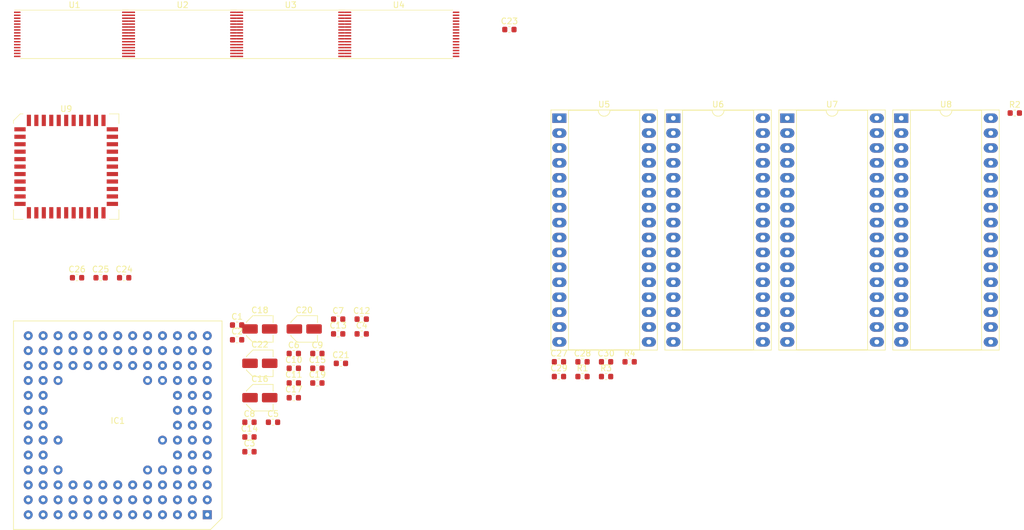
<source format=kicad_pcb>
(kicad_pcb (version 20171130) (host pcbnew "(5.1.5-0-10_14)")

  (general
    (thickness 1.6)
    (drawings 0)
    (tracks 0)
    (zones 0)
    (modules 44)
    (nets 209)
  )

  (page A4)
  (layers
    (0 F.Cu signal)
    (31 B.Cu signal)
    (32 B.Adhes user)
    (33 F.Adhes user)
    (34 B.Paste user)
    (35 F.Paste user)
    (36 B.SilkS user)
    (37 F.SilkS user)
    (38 B.Mask user)
    (39 F.Mask user)
    (40 Dwgs.User user)
    (41 Cmts.User user)
    (42 Eco1.User user)
    (43 Eco2.User user)
    (44 Edge.Cuts user)
    (45 Margin user)
    (46 B.CrtYd user)
    (47 F.CrtYd user)
    (48 B.Fab user)
    (49 F.Fab user)
  )

  (setup
    (last_trace_width 0.127)
    (user_trace_width 0.1016)
    (user_trace_width 0.127)
    (trace_clearance 0.127)
    (zone_clearance 0.508)
    (zone_45_only no)
    (trace_min 0.1016)
    (via_size 0.4)
    (via_drill 0.2)
    (via_min_size 0.4)
    (via_min_drill 0.2)
    (uvia_size 0.3)
    (uvia_drill 0.1)
    (uvias_allowed no)
    (uvia_min_size 0.2)
    (uvia_min_drill 0.1)
    (edge_width 0.05)
    (segment_width 0.2)
    (pcb_text_width 0.3)
    (pcb_text_size 1.5 1.5)
    (mod_edge_width 0.12)
    (mod_text_size 1 1)
    (mod_text_width 0.15)
    (pad_size 1.524 1.524)
    (pad_drill 0.762)
    (pad_to_mask_clearance 0.051)
    (solder_mask_min_width 0.25)
    (aux_axis_origin 0 0)
    (visible_elements FFFFFF7F)
    (pcbplotparams
      (layerselection 0x010fc_ffffffff)
      (usegerberextensions false)
      (usegerberattributes false)
      (usegerberadvancedattributes false)
      (creategerberjobfile false)
      (excludeedgelayer true)
      (linewidth 0.100000)
      (plotframeref false)
      (viasonmask false)
      (mode 1)
      (useauxorigin false)
      (hpglpennumber 1)
      (hpglpenspeed 20)
      (hpglpendiameter 15.000000)
      (psnegative false)
      (psa4output false)
      (plotreference true)
      (plotvalue true)
      (plotinvisibletext false)
      (padsonsilk false)
      (subtractmaskfromsilk false)
      (outputformat 1)
      (mirror false)
      (drillshape 1)
      (scaleselection 1)
      (outputdirectory ""))
  )

  (net 0 "")
  (net 1 GND)
  (net 2 VCC)
  (net 3 A10)
  (net 4 A11)
  (net 5 A12)
  (net 6 A13)
  (net 7 A14)
  (net 8 A15)
  (net 9 A16)
  (net 10 A17)
  (net 11 A18)
  (net 12 D0)
  (net 13 D1)
  (net 14 D2)
  (net 15 D3)
  (net 16 D4)
  (net 17 D5)
  (net 18 D6)
  (net 19 D7)
  (net 20 D8)
  (net 21 D9)
  (net 22 D10)
  (net 23 D11)
  (net 24 D12)
  (net 25 D13)
  (net 26 D14)
  (net 27 D15)
  (net 28 D16)
  (net 29 D17)
  (net 30 D18)
  (net 31 D19)
  (net 32 D20)
  (net 33 D21)
  (net 34 D22)
  (net 35 D23)
  (net 36 D24)
  (net 37 D25)
  (net 38 D26)
  (net 39 D27)
  (net 40 D28)
  (net 41 D29)
  (net 42 D30)
  (net 43 D31)
  (net 44 A9)
  (net 45 A8)
  (net 46 A7)
  (net 47 A6)
  (net 48 A5)
  (net 49 A4)
  (net 50 A3)
  (net 51 A2)
  (net 52 A1)
  (net 53 A0)
  (net 54 WR)
  (net 55 RD)
  (net 56 RAMEN)
  (net 57 ROMEN)
  (net 58 "Net-(IC1-PadK11)")
  (net 59 "Net-(IC1-PadD11)")
  (net 60 "Net-(IC1-PadK5)")
  (net 61 "Net-(IC1-PadF4)")
  (net 62 "Net-(IC1-PadD5)")
  (net 63 "Net-(IC1-PadN13)")
  (net 64 "Net-(IC1-PadN12)")
  (net 65 "Net-(IC1-PadN11)")
  (net 66 "Net-(IC1-PadN10)")
  (net 67 "Net-(IC1-PadN9)")
  (net 68 "Net-(IC1-PadN8)")
  (net 69 "Net-(IC1-PadN7)")
  (net 70 "Net-(IC1-PadN6)")
  (net 71 "Net-(IC1-PadN5)")
  (net 72 "Net-(IC1-PadN4)")
  (net 73 "Net-(IC1-PadN3)")
  (net 74 "Net-(IC1-PadN2)")
  (net 75 "Net-(IC1-PadN1)")
  (net 76 "Net-(IC1-PadM11)")
  (net 77 "Net-(IC1-PadM6)")
  (net 78 "Net-(IC1-PadM3)")
  (net 79 "Net-(IC1-PadM2)")
  (net 80 "Net-(IC1-PadM7)")
  (net 81 "Net-(IC1-PadM1)")
  (net 82 "Net-(IC1-PadM5)")
  (net 83 "Net-(IC1-PadM4)")
  (net 84 "Net-(IC1-PadM12)")
  (net 85 "Net-(IC1-PadM13)")
  (net 86 "Net-(IC1-PadM8)")
  (net 87 "Net-(IC1-PadM9)")
  (net 88 "Net-(IC1-PadM10)")
  (net 89 "Net-(IC1-PadL11)")
  (net 90 "Net-(IC1-PadL3)")
  (net 91 "Net-(IC1-PadL2)")
  (net 92 "Net-(IC1-PadL1)")
  (net 93 "Net-(IC1-PadL4)")
  (net 94 "Net-(IC1-PadL12)")
  (net 95 "Net-(IC1-PadL13)")
  (net 96 "Net-(IC1-PadL10)")
  (net 97 "Net-(IC1-PadK3)")
  (net 98 "Net-(IC1-PadK2)")
  (net 99 "Net-(IC1-PadK1)")
  (net 100 "Net-(IC1-PadK12)")
  (net 101 "Net-(IC1-PadK13)")
  (net 102 "Net-(IC1-PadJ2)")
  (net 103 "Net-(IC1-PadJ1)")
  (net 104 "Net-(IC1-PadJ12)")
  (net 105 "Net-(IC1-PadJ13)")
  (net 106 "Net-(IC1-PadH2)")
  (net 107 "Net-(IC1-PadH1)")
  (net 108 "Net-(IC1-PadH12)")
  (net 109 "Net-(IC1-PadH13)")
  (net 110 "Net-(IC1-PadG2)")
  (net 111 "Net-(IC1-PadG1)")
  (net 112 "Net-(IC1-PadG12)")
  (net 113 "Net-(IC1-PadG13)")
  (net 114 "Net-(IC1-PadF1)")
  (net 115 "Net-(IC1-PadF12)")
  (net 116 "Net-(IC1-PadF13)")
  (net 117 "Net-(IC1-PadE2)")
  (net 118 "Net-(IC1-PadE1)")
  (net 119 "Net-(IC1-PadE12)")
  (net 120 "Net-(IC1-PadE13)")
  (net 121 "Net-(IC1-PadD3)")
  (net 122 "Net-(IC1-PadD2)")
  (net 123 "Net-(IC1-PadD1)")
  (net 124 "Net-(IC1-PadD12)")
  (net 125 "Net-(IC1-PadD13)")
  (net 126 "Net-(IC1-PadC11)")
  (net 127 "Net-(IC1-PadC3)")
  (net 128 "Net-(IC1-PadC2)")
  (net 129 "Net-(IC1-PadC1)")
  (net 130 "Net-(IC1-PadC4)")
  (net 131 "Net-(IC1-PadC12)")
  (net 132 "Net-(IC1-PadC13)")
  (net 133 "Net-(IC1-PadC8)")
  (net 134 "Net-(IC1-PadC10)")
  (net 135 "Net-(IC1-PadB11)")
  (net 136 "Net-(IC1-PadB6)")
  (net 137 "Net-(IC1-PadB3)")
  (net 138 "Net-(IC1-PadB2)")
  (net 139 "Net-(IC1-PadB7)")
  (net 140 "Net-(IC1-PadB1)")
  (net 141 "Net-(IC1-PadB5)")
  (net 142 "Net-(IC1-PadB4)")
  (net 143 "Net-(IC1-PadB12)")
  (net 144 "Net-(IC1-PadB13)")
  (net 145 "Net-(IC1-PadB8)")
  (net 146 "Net-(IC1-PadB9)")
  (net 147 "Net-(IC1-PadB10)")
  (net 148 "Net-(IC1-PadA11)")
  (net 149 "Net-(IC1-PadA6)")
  (net 150 "Net-(IC1-PadA3)")
  (net 151 "Net-(IC1-PadA2)")
  (net 152 "Net-(IC1-PadA7)")
  (net 153 "Net-(IC1-PadA1)")
  (net 154 "Net-(IC1-PadA5)")
  (net 155 "Net-(IC1-PadA4)")
  (net 156 "Net-(IC1-PadA12)")
  (net 157 "Net-(IC1-PadA13)")
  (net 158 "Net-(IC1-PadA8)")
  (net 159 "Net-(IC1-PadA9)")
  (net 160 "Net-(IC1-PadA10)")
  (net 161 "Net-(R1-Pad2)")
  (net 162 "Net-(R2-Pad2)")
  (net 163 "Net-(R3-Pad2)")
  (net 164 "Net-(R4-Pad2)")
  (net 165 "Net-(U9-Pad39)")
  (net 166 "Net-(U9-Pad38)")
  (net 167 "Net-(U9-Pad37)")
  (net 168 "Net-(U9-Pad36)")
  (net 169 "Net-(U9-Pad35)")
  (net 170 "Net-(U9-Pad34)")
  (net 171 "Net-(U9-Pad33)")
  (net 172 "Net-(U9-Pad32)")
  (net 173 "Net-(U9-Pad31)")
  (net 174 "Net-(U9-Pad30)")
  (net 175 "Net-(U9-Pad29)")
  (net 176 "Net-(U9-Pad28)")
  (net 177 "Net-(U9-Pad27)")
  (net 178 "Net-(U9-Pad26)")
  (net 179 "Net-(U9-Pad25)")
  (net 180 "Net-(U9-Pad24)")
  (net 181 "Net-(U9-Pad23)")
  (net 182 "Net-(U9-Pad22)")
  (net 183 "Net-(U9-Pad21)")
  (net 184 "Net-(U9-Pad20)")
  (net 185 "Net-(U9-Pad19)")
  (net 186 "Net-(U9-Pad18)")
  (net 187 "Net-(U9-Pad17)")
  (net 188 "Net-(U9-Pad16)")
  (net 189 "Net-(U9-Pad15)")
  (net 190 "Net-(U9-Pad14)")
  (net 191 "Net-(U9-Pad13)")
  (net 192 "Net-(U9-Pad12)")
  (net 193 "Net-(U9-Pad11)")
  (net 194 "Net-(U9-Pad10)")
  (net 195 "Net-(U9-Pad9)")
  (net 196 "Net-(U9-Pad8)")
  (net 197 "Net-(U9-Pad7)")
  (net 198 "Net-(U9-Pad40)")
  (net 199 "Net-(U9-Pad41)")
  (net 200 "Net-(U9-Pad42)")
  (net 201 "Net-(U9-Pad43)")
  (net 202 "Net-(U9-Pad44)")
  (net 203 "Net-(U9-Pad6)")
  (net 204 "Net-(U9-Pad5)")
  (net 205 "Net-(U9-Pad4)")
  (net 206 "Net-(U9-Pad3)")
  (net 207 "Net-(U9-Pad2)")
  (net 208 "Net-(U9-Pad1)")

  (net_class Default "This is the default net class."
    (clearance 0.127)
    (trace_width 0.127)
    (via_dia 0.4)
    (via_drill 0.2)
    (uvia_dia 0.3)
    (uvia_drill 0.1)
    (add_net A0)
    (add_net A1)
    (add_net A10)
    (add_net A11)
    (add_net A12)
    (add_net A13)
    (add_net A14)
    (add_net A15)
    (add_net A16)
    (add_net A17)
    (add_net A18)
    (add_net A2)
    (add_net A3)
    (add_net A4)
    (add_net A5)
    (add_net A6)
    (add_net A7)
    (add_net A8)
    (add_net A9)
    (add_net D0)
    (add_net D1)
    (add_net D10)
    (add_net D11)
    (add_net D12)
    (add_net D13)
    (add_net D14)
    (add_net D15)
    (add_net D16)
    (add_net D17)
    (add_net D18)
    (add_net D19)
    (add_net D2)
    (add_net D20)
    (add_net D21)
    (add_net D22)
    (add_net D23)
    (add_net D24)
    (add_net D25)
    (add_net D26)
    (add_net D27)
    (add_net D28)
    (add_net D29)
    (add_net D3)
    (add_net D30)
    (add_net D31)
    (add_net D4)
    (add_net D5)
    (add_net D6)
    (add_net D7)
    (add_net D8)
    (add_net D9)
    (add_net GND)
    (add_net "Net-(IC1-PadA1)")
    (add_net "Net-(IC1-PadA10)")
    (add_net "Net-(IC1-PadA11)")
    (add_net "Net-(IC1-PadA12)")
    (add_net "Net-(IC1-PadA13)")
    (add_net "Net-(IC1-PadA2)")
    (add_net "Net-(IC1-PadA3)")
    (add_net "Net-(IC1-PadA4)")
    (add_net "Net-(IC1-PadA5)")
    (add_net "Net-(IC1-PadA6)")
    (add_net "Net-(IC1-PadA7)")
    (add_net "Net-(IC1-PadA8)")
    (add_net "Net-(IC1-PadA9)")
    (add_net "Net-(IC1-PadB1)")
    (add_net "Net-(IC1-PadB10)")
    (add_net "Net-(IC1-PadB11)")
    (add_net "Net-(IC1-PadB12)")
    (add_net "Net-(IC1-PadB13)")
    (add_net "Net-(IC1-PadB2)")
    (add_net "Net-(IC1-PadB3)")
    (add_net "Net-(IC1-PadB4)")
    (add_net "Net-(IC1-PadB5)")
    (add_net "Net-(IC1-PadB6)")
    (add_net "Net-(IC1-PadB7)")
    (add_net "Net-(IC1-PadB8)")
    (add_net "Net-(IC1-PadB9)")
    (add_net "Net-(IC1-PadC1)")
    (add_net "Net-(IC1-PadC10)")
    (add_net "Net-(IC1-PadC11)")
    (add_net "Net-(IC1-PadC12)")
    (add_net "Net-(IC1-PadC13)")
    (add_net "Net-(IC1-PadC2)")
    (add_net "Net-(IC1-PadC3)")
    (add_net "Net-(IC1-PadC4)")
    (add_net "Net-(IC1-PadC8)")
    (add_net "Net-(IC1-PadD1)")
    (add_net "Net-(IC1-PadD11)")
    (add_net "Net-(IC1-PadD12)")
    (add_net "Net-(IC1-PadD13)")
    (add_net "Net-(IC1-PadD2)")
    (add_net "Net-(IC1-PadD3)")
    (add_net "Net-(IC1-PadD5)")
    (add_net "Net-(IC1-PadE1)")
    (add_net "Net-(IC1-PadE12)")
    (add_net "Net-(IC1-PadE13)")
    (add_net "Net-(IC1-PadE2)")
    (add_net "Net-(IC1-PadF1)")
    (add_net "Net-(IC1-PadF12)")
    (add_net "Net-(IC1-PadF13)")
    (add_net "Net-(IC1-PadF4)")
    (add_net "Net-(IC1-PadG1)")
    (add_net "Net-(IC1-PadG12)")
    (add_net "Net-(IC1-PadG13)")
    (add_net "Net-(IC1-PadG2)")
    (add_net "Net-(IC1-PadH1)")
    (add_net "Net-(IC1-PadH12)")
    (add_net "Net-(IC1-PadH13)")
    (add_net "Net-(IC1-PadH2)")
    (add_net "Net-(IC1-PadJ1)")
    (add_net "Net-(IC1-PadJ12)")
    (add_net "Net-(IC1-PadJ13)")
    (add_net "Net-(IC1-PadJ2)")
    (add_net "Net-(IC1-PadK1)")
    (add_net "Net-(IC1-PadK11)")
    (add_net "Net-(IC1-PadK12)")
    (add_net "Net-(IC1-PadK13)")
    (add_net "Net-(IC1-PadK2)")
    (add_net "Net-(IC1-PadK3)")
    (add_net "Net-(IC1-PadK5)")
    (add_net "Net-(IC1-PadL1)")
    (add_net "Net-(IC1-PadL10)")
    (add_net "Net-(IC1-PadL11)")
    (add_net "Net-(IC1-PadL12)")
    (add_net "Net-(IC1-PadL13)")
    (add_net "Net-(IC1-PadL2)")
    (add_net "Net-(IC1-PadL3)")
    (add_net "Net-(IC1-PadL4)")
    (add_net "Net-(IC1-PadM1)")
    (add_net "Net-(IC1-PadM10)")
    (add_net "Net-(IC1-PadM11)")
    (add_net "Net-(IC1-PadM12)")
    (add_net "Net-(IC1-PadM13)")
    (add_net "Net-(IC1-PadM2)")
    (add_net "Net-(IC1-PadM3)")
    (add_net "Net-(IC1-PadM4)")
    (add_net "Net-(IC1-PadM5)")
    (add_net "Net-(IC1-PadM6)")
    (add_net "Net-(IC1-PadM7)")
    (add_net "Net-(IC1-PadM8)")
    (add_net "Net-(IC1-PadM9)")
    (add_net "Net-(IC1-PadN1)")
    (add_net "Net-(IC1-PadN10)")
    (add_net "Net-(IC1-PadN11)")
    (add_net "Net-(IC1-PadN12)")
    (add_net "Net-(IC1-PadN13)")
    (add_net "Net-(IC1-PadN2)")
    (add_net "Net-(IC1-PadN3)")
    (add_net "Net-(IC1-PadN4)")
    (add_net "Net-(IC1-PadN5)")
    (add_net "Net-(IC1-PadN6)")
    (add_net "Net-(IC1-PadN7)")
    (add_net "Net-(IC1-PadN8)")
    (add_net "Net-(IC1-PadN9)")
    (add_net "Net-(R1-Pad2)")
    (add_net "Net-(R2-Pad2)")
    (add_net "Net-(R3-Pad2)")
    (add_net "Net-(R4-Pad2)")
    (add_net "Net-(U9-Pad1)")
    (add_net "Net-(U9-Pad10)")
    (add_net "Net-(U9-Pad11)")
    (add_net "Net-(U9-Pad12)")
    (add_net "Net-(U9-Pad13)")
    (add_net "Net-(U9-Pad14)")
    (add_net "Net-(U9-Pad15)")
    (add_net "Net-(U9-Pad16)")
    (add_net "Net-(U9-Pad17)")
    (add_net "Net-(U9-Pad18)")
    (add_net "Net-(U9-Pad19)")
    (add_net "Net-(U9-Pad2)")
    (add_net "Net-(U9-Pad20)")
    (add_net "Net-(U9-Pad21)")
    (add_net "Net-(U9-Pad22)")
    (add_net "Net-(U9-Pad23)")
    (add_net "Net-(U9-Pad24)")
    (add_net "Net-(U9-Pad25)")
    (add_net "Net-(U9-Pad26)")
    (add_net "Net-(U9-Pad27)")
    (add_net "Net-(U9-Pad28)")
    (add_net "Net-(U9-Pad29)")
    (add_net "Net-(U9-Pad3)")
    (add_net "Net-(U9-Pad30)")
    (add_net "Net-(U9-Pad31)")
    (add_net "Net-(U9-Pad32)")
    (add_net "Net-(U9-Pad33)")
    (add_net "Net-(U9-Pad34)")
    (add_net "Net-(U9-Pad35)")
    (add_net "Net-(U9-Pad36)")
    (add_net "Net-(U9-Pad37)")
    (add_net "Net-(U9-Pad38)")
    (add_net "Net-(U9-Pad39)")
    (add_net "Net-(U9-Pad4)")
    (add_net "Net-(U9-Pad40)")
    (add_net "Net-(U9-Pad41)")
    (add_net "Net-(U9-Pad42)")
    (add_net "Net-(U9-Pad43)")
    (add_net "Net-(U9-Pad44)")
    (add_net "Net-(U9-Pad5)")
    (add_net "Net-(U9-Pad6)")
    (add_net "Net-(U9-Pad7)")
    (add_net "Net-(U9-Pad8)")
    (add_net "Net-(U9-Pad9)")
    (add_net RAMEN)
    (add_net RD)
    (add_net ROMEN)
    (add_net VCC)
    (add_net WR)
  )

  (module Package_LCC:PLCC-44 (layer F.Cu) (tedit 5A02ECC8) (tstamp 60A720E0)
    (at 40.967 63.894)
    (descr "PLCC, 44 pins, surface mount")
    (tags "plcc smt")
    (path /60FBD3A8/60FBD731)
    (attr smd)
    (fp_text reference U9 (at 0 -9.825) (layer F.SilkS)
      (effects (font (size 1 1) (thickness 0.15)))
    )
    (fp_text value XR68C681CJTR-F-XR68C681 (at 0 9.825) (layer F.Fab)
      (effects (font (size 1 1) (thickness 0.15)))
    )
    (fp_text user %R (at 0 0) (layer F.Fab)
      (effects (font (size 1 1) (thickness 0.15)))
    )
    (fp_line (start 8.975 8.975) (end 8.975 7.325) (layer F.SilkS) (width 0.1))
    (fp_line (start 7.325 8.975) (end 8.975 8.975) (layer F.SilkS) (width 0.1))
    (fp_line (start -8.975 8.975) (end -8.975 7.325) (layer F.SilkS) (width 0.1))
    (fp_line (start -7.325 8.975) (end -8.975 8.975) (layer F.SilkS) (width 0.1))
    (fp_line (start 8.975 -8.975) (end 8.975 -7.325) (layer F.SilkS) (width 0.1))
    (fp_line (start 7.325 -8.975) (end 8.975 -8.975) (layer F.SilkS) (width 0.1))
    (fp_line (start -8.975 -7.825) (end -8.975 -7.325) (layer F.SilkS) (width 0.1))
    (fp_line (start -7.825 -8.975) (end -8.975 -7.825) (layer F.SilkS) (width 0.1))
    (fp_line (start -7.325 -8.975) (end -7.825 -8.975) (layer F.SilkS) (width 0.1))
    (fp_line (start 0 -7.825) (end 0.5 -8.825) (layer F.Fab) (width 0.1))
    (fp_line (start -0.5 -8.825) (end 0 -7.825) (layer F.Fab) (width 0.1))
    (fp_line (start 9.3 -9.3) (end -9.3 -9.3) (layer F.CrtYd) (width 0.05))
    (fp_line (start 9.3 9.3) (end 9.3 -9.3) (layer F.CrtYd) (width 0.05))
    (fp_line (start -9.3 9.3) (end 9.3 9.3) (layer F.CrtYd) (width 0.05))
    (fp_line (start -9.3 -9.3) (end -9.3 9.3) (layer F.CrtYd) (width 0.05))
    (fp_line (start 8.825 -8.825) (end -7.825 -8.825) (layer F.Fab) (width 0.1))
    (fp_line (start 8.825 8.825) (end 8.825 -8.825) (layer F.Fab) (width 0.1))
    (fp_line (start -8.825 8.825) (end 8.825 8.825) (layer F.Fab) (width 0.1))
    (fp_line (start -8.825 -7.825) (end -8.825 8.825) (layer F.Fab) (width 0.1))
    (fp_line (start -7.825 -8.825) (end -8.825 -7.825) (layer F.Fab) (width 0.1))
    (pad 39 smd rect (at 7.8625 -6.35) (size 1.925 0.7) (layers F.Cu F.Paste F.Mask)
      (net 165 "Net-(U9-Pad39)"))
    (pad 38 smd rect (at 7.8625 -5.08) (size 1.925 0.7) (layers F.Cu F.Paste F.Mask)
      (net 166 "Net-(U9-Pad38)"))
    (pad 37 smd rect (at 7.8625 -3.81) (size 1.925 0.7) (layers F.Cu F.Paste F.Mask)
      (net 167 "Net-(U9-Pad37)"))
    (pad 36 smd rect (at 7.8625 -2.54) (size 1.925 0.7) (layers F.Cu F.Paste F.Mask)
      (net 168 "Net-(U9-Pad36)"))
    (pad 35 smd rect (at 7.8625 -1.27) (size 1.925 0.7) (layers F.Cu F.Paste F.Mask)
      (net 169 "Net-(U9-Pad35)"))
    (pad 34 smd rect (at 7.8625 0) (size 1.925 0.7) (layers F.Cu F.Paste F.Mask)
      (net 170 "Net-(U9-Pad34)"))
    (pad 33 smd rect (at 7.8625 1.27) (size 1.925 0.7) (layers F.Cu F.Paste F.Mask)
      (net 171 "Net-(U9-Pad33)"))
    (pad 32 smd rect (at 7.8625 2.54) (size 1.925 0.7) (layers F.Cu F.Paste F.Mask)
      (net 172 "Net-(U9-Pad32)"))
    (pad 31 smd rect (at 7.8625 3.81) (size 1.925 0.7) (layers F.Cu F.Paste F.Mask)
      (net 173 "Net-(U9-Pad31)"))
    (pad 30 smd rect (at 7.8625 5.08) (size 1.925 0.7) (layers F.Cu F.Paste F.Mask)
      (net 174 "Net-(U9-Pad30)"))
    (pad 29 smd rect (at 7.8625 6.35) (size 1.925 0.7) (layers F.Cu F.Paste F.Mask)
      (net 175 "Net-(U9-Pad29)"))
    (pad 28 smd rect (at 6.35 7.8625) (size 0.7 1.925) (layers F.Cu F.Paste F.Mask)
      (net 176 "Net-(U9-Pad28)"))
    (pad 27 smd rect (at 5.08 7.8625) (size 0.7 1.925) (layers F.Cu F.Paste F.Mask)
      (net 177 "Net-(U9-Pad27)"))
    (pad 26 smd rect (at 3.81 7.8625) (size 0.7 1.925) (layers F.Cu F.Paste F.Mask)
      (net 178 "Net-(U9-Pad26)"))
    (pad 25 smd rect (at 2.54 7.8625) (size 0.7 1.925) (layers F.Cu F.Paste F.Mask)
      (net 179 "Net-(U9-Pad25)"))
    (pad 24 smd rect (at 1.27 7.8625) (size 0.7 1.925) (layers F.Cu F.Paste F.Mask)
      (net 180 "Net-(U9-Pad24)"))
    (pad 23 smd rect (at 0 7.8625) (size 0.7 1.925) (layers F.Cu F.Paste F.Mask)
      (net 181 "Net-(U9-Pad23)"))
    (pad 22 smd rect (at -1.27 7.8625) (size 0.7 1.925) (layers F.Cu F.Paste F.Mask)
      (net 182 "Net-(U9-Pad22)"))
    (pad 21 smd rect (at -2.54 7.8625) (size 0.7 1.925) (layers F.Cu F.Paste F.Mask)
      (net 183 "Net-(U9-Pad21)"))
    (pad 20 smd rect (at -3.81 7.8625) (size 0.7 1.925) (layers F.Cu F.Paste F.Mask)
      (net 184 "Net-(U9-Pad20)"))
    (pad 19 smd rect (at -5.08 7.8625) (size 0.7 1.925) (layers F.Cu F.Paste F.Mask)
      (net 185 "Net-(U9-Pad19)"))
    (pad 18 smd rect (at -6.35 7.8625) (size 0.7 1.925) (layers F.Cu F.Paste F.Mask)
      (net 186 "Net-(U9-Pad18)"))
    (pad 17 smd rect (at -7.8625 6.35) (size 1.925 0.7) (layers F.Cu F.Paste F.Mask)
      (net 187 "Net-(U9-Pad17)"))
    (pad 16 smd rect (at -7.8625 5.08) (size 1.925 0.7) (layers F.Cu F.Paste F.Mask)
      (net 188 "Net-(U9-Pad16)"))
    (pad 15 smd rect (at -7.8625 3.81) (size 1.925 0.7) (layers F.Cu F.Paste F.Mask)
      (net 189 "Net-(U9-Pad15)"))
    (pad 14 smd rect (at -7.8625 2.54) (size 1.925 0.7) (layers F.Cu F.Paste F.Mask)
      (net 190 "Net-(U9-Pad14)"))
    (pad 13 smd rect (at -7.8625 1.27) (size 1.925 0.7) (layers F.Cu F.Paste F.Mask)
      (net 191 "Net-(U9-Pad13)"))
    (pad 12 smd rect (at -7.8625 0) (size 1.925 0.7) (layers F.Cu F.Paste F.Mask)
      (net 192 "Net-(U9-Pad12)"))
    (pad 11 smd rect (at -7.8625 -1.27) (size 1.925 0.7) (layers F.Cu F.Paste F.Mask)
      (net 193 "Net-(U9-Pad11)"))
    (pad 10 smd rect (at -7.8625 -2.54) (size 1.925 0.7) (layers F.Cu F.Paste F.Mask)
      (net 194 "Net-(U9-Pad10)"))
    (pad 9 smd rect (at -7.8625 -3.81) (size 1.925 0.7) (layers F.Cu F.Paste F.Mask)
      (net 195 "Net-(U9-Pad9)"))
    (pad 8 smd rect (at -7.8625 -5.08) (size 1.925 0.7) (layers F.Cu F.Paste F.Mask)
      (net 196 "Net-(U9-Pad8)"))
    (pad 7 smd rect (at -7.8625 -6.35) (size 1.925 0.7) (layers F.Cu F.Paste F.Mask)
      (net 197 "Net-(U9-Pad7)"))
    (pad 40 smd rect (at 6.35 -7.8625) (size 0.7 1.925) (layers F.Cu F.Paste F.Mask)
      (net 198 "Net-(U9-Pad40)"))
    (pad 41 smd rect (at 5.08 -7.8625) (size 0.7 1.925) (layers F.Cu F.Paste F.Mask)
      (net 199 "Net-(U9-Pad41)"))
    (pad 42 smd rect (at 3.81 -7.8625) (size 0.7 1.925) (layers F.Cu F.Paste F.Mask)
      (net 200 "Net-(U9-Pad42)"))
    (pad 43 smd rect (at 2.54 -7.8625) (size 0.7 1.925) (layers F.Cu F.Paste F.Mask)
      (net 201 "Net-(U9-Pad43)"))
    (pad 44 smd rect (at 1.27 -7.8625) (size 0.7 1.925) (layers F.Cu F.Paste F.Mask)
      (net 202 "Net-(U9-Pad44)"))
    (pad 6 smd rect (at -6.35 -7.8625) (size 0.7 1.925) (layers F.Cu F.Paste F.Mask)
      (net 203 "Net-(U9-Pad6)"))
    (pad 5 smd rect (at -5.08 -7.8625) (size 0.7 1.925) (layers F.Cu F.Paste F.Mask)
      (net 204 "Net-(U9-Pad5)"))
    (pad 4 smd rect (at -3.81 -7.8625) (size 0.7 1.925) (layers F.Cu F.Paste F.Mask)
      (net 205 "Net-(U9-Pad4)"))
    (pad 3 smd rect (at -2.54 -7.8625) (size 0.7 1.925) (layers F.Cu F.Paste F.Mask)
      (net 206 "Net-(U9-Pad3)"))
    (pad 2 smd rect (at -1.27 -7.8625) (size 0.7 1.925) (layers F.Cu F.Paste F.Mask)
      (net 207 "Net-(U9-Pad2)"))
    (pad 1 smd rect (at 0 -7.8625) (size 0.7 1.925) (layers F.Cu F.Paste F.Mask)
      (net 208 "Net-(U9-Pad1)"))
    (model ${KISYS3DMOD}/Package_LCC.3dshapes/PLCC-44.wrl
      (at (xyz 0 0 0))
      (scale (xyz 1 1 1))
      (rotate (xyz 0 0 0))
    )
  )

  (module rosco_m68k:MC68030RC (layer F.Cu) (tedit 60A6CB22) (tstamp 60A71D0B)
    (at 49.745 107.92)
    (path /60EC67C5/60A8DD0A)
    (fp_text reference IC1 (at 0 -0.762) (layer F.SilkS)
      (effects (font (size 1 1) (thickness 0.15)))
    )
    (fp_text value MC68030RC_PGA (at 0.254 1.016) (layer F.Fab)
      (effects (font (size 1 1) (thickness 0.15)))
    )
    (fp_line (start 17.75 15.8) (end 15.8 17.75) (layer F.SilkS) (width 0.12))
    (fp_line (start 15.8 17.75) (end -17.75 17.75) (layer F.SilkS) (width 0.12))
    (fp_line (start -17.75 17.75) (end -17.75 -17.75) (layer F.SilkS) (width 0.12))
    (fp_line (start -17.75 -17.75) (end 17.75 -17.75) (layer F.SilkS) (width 0.12))
    (fp_line (start 17.75 -17.75) (end 17.75 15.8) (layer F.SilkS) (width 0.12))
    (pad K11 thru_hole circle (at -10.16 -7.62) (size 1.524 1.524) (drill 0.762) (layers *.Cu *.Mask)
      (net 58 "Net-(IC1-PadK11)"))
    (pad D11 thru_hole circle (at -10.16 7.62) (size 1.524 1.524) (drill 0.762) (layers *.Cu *.Mask)
      (net 59 "Net-(IC1-PadD11)"))
    (pad K5 thru_hole circle (at 5.08 -7.62) (size 1.524 1.524) (drill 0.762) (layers *.Cu *.Mask)
      (net 60 "Net-(IC1-PadK5)"))
    (pad K4 thru_hole circle (at 7.62 -7.62) (size 1.524 1.524) (drill 0.762) (layers *.Cu *.Mask)
      (net 2 VCC))
    (pad F4 thru_hole circle (at 7.62 2.54) (size 1.524 1.524) (drill 0.762) (layers *.Cu *.Mask)
      (net 61 "Net-(IC1-PadF4)"))
    (pad D5 thru_hole circle (at 5.08 7.62) (size 1.524 1.524) (drill 0.762) (layers *.Cu *.Mask)
      (net 62 "Net-(IC1-PadD5)"))
    (pad D4 thru_hole circle (at 7.62 7.62) (size 1.524 1.524) (drill 0.762) (layers *.Cu *.Mask)
      (net 2 VCC))
    (pad N13 thru_hole circle (at -15.24 -15.24) (size 1.524 1.524) (drill 0.7) (layers *.Cu *.Mask)
      (net 63 "Net-(IC1-PadN13)"))
    (pad N12 thru_hole circle (at -12.7 -15.24) (size 1.524 1.524) (drill 0.7) (layers *.Cu *.Mask)
      (net 64 "Net-(IC1-PadN12)"))
    (pad N11 thru_hole circle (at -10.16 -15.24) (size 1.524 1.524) (drill 0.7) (layers *.Cu *.Mask)
      (net 65 "Net-(IC1-PadN11)"))
    (pad N10 thru_hole circle (at -7.62 -15.24) (size 1.524 1.524) (drill 0.7) (layers *.Cu *.Mask)
      (net 66 "Net-(IC1-PadN10)"))
    (pad N9 thru_hole circle (at -5.08 -15.24) (size 1.524 1.524) (drill 0.7) (layers *.Cu *.Mask)
      (net 67 "Net-(IC1-PadN9)"))
    (pad N8 thru_hole circle (at -2.54 -15.24) (size 1.524 1.524) (drill 0.7) (layers *.Cu *.Mask)
      (net 68 "Net-(IC1-PadN8)"))
    (pad N7 thru_hole circle (at 0 -15.24) (size 1.524 1.524) (drill 0.7) (layers *.Cu *.Mask)
      (net 69 "Net-(IC1-PadN7)"))
    (pad N6 thru_hole circle (at 2.54 -15.24) (size 1.524 1.524) (drill 0.7) (layers *.Cu *.Mask)
      (net 70 "Net-(IC1-PadN6)"))
    (pad N5 thru_hole circle (at 5.08 -15.24) (size 1.524 1.524) (drill 0.7) (layers *.Cu *.Mask)
      (net 71 "Net-(IC1-PadN5)"))
    (pad N4 thru_hole circle (at 7.62 -15.24) (size 1.524 1.524) (drill 0.7) (layers *.Cu *.Mask)
      (net 72 "Net-(IC1-PadN4)"))
    (pad N3 thru_hole circle (at 10.16 -15.24) (size 1.524 1.524) (drill 0.7) (layers *.Cu *.Mask)
      (net 73 "Net-(IC1-PadN3)"))
    (pad N2 thru_hole circle (at 12.7 -15.24) (size 1.524 1.524) (drill 0.7) (layers *.Cu *.Mask)
      (net 74 "Net-(IC1-PadN2)"))
    (pad N1 thru_hole circle (at 15.24 -15.24) (size 1.524 1.524) (drill 0.7) (layers *.Cu *.Mask)
      (net 75 "Net-(IC1-PadN1)"))
    (pad M11 thru_hole circle (at -10.16 -12.7) (size 1.524 1.524) (drill 0.7) (layers *.Cu *.Mask)
      (net 76 "Net-(IC1-PadM11)"))
    (pad M6 thru_hole circle (at 2.54 -12.7) (size 1.524 1.524) (drill 0.7) (layers *.Cu *.Mask)
      (net 77 "Net-(IC1-PadM6)"))
    (pad M3 thru_hole circle (at 10.16 -12.7) (size 1.524 1.524) (drill 0.7) (layers *.Cu *.Mask)
      (net 78 "Net-(IC1-PadM3)"))
    (pad M2 thru_hole circle (at 12.7 -12.7) (size 1.524 1.524) (drill 0.7) (layers *.Cu *.Mask)
      (net 79 "Net-(IC1-PadM2)"))
    (pad M7 thru_hole circle (at 0 -12.7) (size 1.524 1.524) (drill 0.7) (layers *.Cu *.Mask)
      (net 80 "Net-(IC1-PadM7)"))
    (pad M1 thru_hole circle (at 15.24 -12.7) (size 1.524 1.524) (drill 0.7) (layers *.Cu *.Mask)
      (net 81 "Net-(IC1-PadM1)"))
    (pad M5 thru_hole circle (at 5.08 -12.7) (size 1.524 1.524) (drill 0.7) (layers *.Cu *.Mask)
      (net 82 "Net-(IC1-PadM5)"))
    (pad M4 thru_hole circle (at 7.62 -12.7) (size 1.524 1.524) (drill 0.7) (layers *.Cu *.Mask)
      (net 83 "Net-(IC1-PadM4)"))
    (pad M12 thru_hole circle (at -12.7 -12.7) (size 1.524 1.524) (drill 0.7) (layers *.Cu *.Mask)
      (net 84 "Net-(IC1-PadM12)"))
    (pad M13 thru_hole circle (at -15.24 -12.7) (size 1.524 1.524) (drill 0.7) (layers *.Cu *.Mask)
      (net 85 "Net-(IC1-PadM13)"))
    (pad M8 thru_hole circle (at -2.54 -12.7) (size 1.524 1.524) (drill 0.7) (layers *.Cu *.Mask)
      (net 86 "Net-(IC1-PadM8)"))
    (pad M9 thru_hole circle (at -5.08 -12.7) (size 1.524 1.524) (drill 0.7) (layers *.Cu *.Mask)
      (net 87 "Net-(IC1-PadM9)"))
    (pad M10 thru_hole circle (at -7.62 -12.7) (size 1.524 1.524) (drill 0.7) (layers *.Cu *.Mask)
      (net 88 "Net-(IC1-PadM10)"))
    (pad L11 thru_hole circle (at -10.16 -10.16) (size 1.524 1.524) (drill 0.7) (layers *.Cu *.Mask)
      (net 89 "Net-(IC1-PadL11)"))
    (pad L6 thru_hole circle (at 2.54 -10.16) (size 1.524 1.524) (drill 0.7) (layers *.Cu *.Mask)
      (net 2 VCC))
    (pad L3 thru_hole circle (at 10.16 -10.16) (size 1.524 1.524) (drill 0.7) (layers *.Cu *.Mask)
      (net 90 "Net-(IC1-PadL3)"))
    (pad L2 thru_hole circle (at 12.7 -10.16) (size 1.524 1.524) (drill 0.7) (layers *.Cu *.Mask)
      (net 91 "Net-(IC1-PadL2)"))
    (pad L7 thru_hole circle (at 0 -10.16) (size 1.524 1.524) (drill 0.7) (layers *.Cu *.Mask)
      (net 1 GND))
    (pad L1 thru_hole circle (at 15.24 -10.16) (size 1.524 1.524) (drill 0.7) (layers *.Cu *.Mask)
      (net 92 "Net-(IC1-PadL1)"))
    (pad L5 thru_hole circle (at 5.08 -10.16) (size 1.524 1.524) (drill 0.7) (layers *.Cu *.Mask)
      (net 1 GND))
    (pad L4 thru_hole circle (at 7.62 -10.16) (size 1.524 1.524) (drill 0.7) (layers *.Cu *.Mask)
      (net 93 "Net-(IC1-PadL4)"))
    (pad L12 thru_hole circle (at -12.7 -10.16) (size 1.524 1.524) (drill 0.7) (layers *.Cu *.Mask)
      (net 94 "Net-(IC1-PadL12)"))
    (pad L13 thru_hole circle (at -15.24 -10.16) (size 1.524 1.524) (drill 0.7) (layers *.Cu *.Mask)
      (net 95 "Net-(IC1-PadL13)"))
    (pad L8 thru_hole circle (at -2.54 -10.16) (size 1.524 1.524) (drill 0.7) (layers *.Cu *.Mask)
      (net 1 GND))
    (pad L9 thru_hole circle (at -5.08 -10.16) (size 1.524 1.524) (drill 0.7) (layers *.Cu *.Mask)
      (net 1 GND))
    (pad L10 thru_hole circle (at -7.62 -10.16) (size 1.524 1.524) (drill 0.7) (layers *.Cu *.Mask)
      (net 96 "Net-(IC1-PadL10)"))
    (pad K3 thru_hole circle (at 10.16 -7.62) (size 1.524 1.524) (drill 0.7) (layers *.Cu *.Mask)
      (net 97 "Net-(IC1-PadK3)"))
    (pad K2 thru_hole circle (at 12.7 -7.62) (size 1.524 1.524) (drill 0.7) (layers *.Cu *.Mask)
      (net 98 "Net-(IC1-PadK2)"))
    (pad K1 thru_hole circle (at 15.24 -7.62) (size 1.524 1.524) (drill 0.7) (layers *.Cu *.Mask)
      (net 99 "Net-(IC1-PadK1)"))
    (pad K12 thru_hole circle (at -12.7 -7.62) (size 1.524 1.524) (drill 0.7) (layers *.Cu *.Mask)
      (net 100 "Net-(IC1-PadK12)"))
    (pad K13 thru_hole circle (at -15.24 -7.62) (size 1.524 1.524) (drill 0.7) (layers *.Cu *.Mask)
      (net 101 "Net-(IC1-PadK13)"))
    (pad J3 thru_hole circle (at 10.16 -5.08) (size 1.524 1.524) (drill 0.7) (layers *.Cu *.Mask)
      (net 1 GND))
    (pad J2 thru_hole circle (at 12.7 -5.08) (size 1.524 1.524) (drill 0.7) (layers *.Cu *.Mask)
      (net 102 "Net-(IC1-PadJ2)"))
    (pad J1 thru_hole circle (at 15.24 -5.08) (size 1.524 1.524) (drill 0.7) (layers *.Cu *.Mask)
      (net 103 "Net-(IC1-PadJ1)"))
    (pad J12 thru_hole circle (at -12.7 -5.08) (size 1.524 1.524) (drill 0.7) (layers *.Cu *.Mask)
      (net 104 "Net-(IC1-PadJ12)"))
    (pad J13 thru_hole circle (at -15.24 -5.08) (size 1.524 1.524) (drill 0.7) (layers *.Cu *.Mask)
      (net 105 "Net-(IC1-PadJ13)"))
    (pad H3 thru_hole circle (at 10.16 -2.54) (size 1.524 1.524) (drill 0.7) (layers *.Cu *.Mask)
      (net 2 VCC))
    (pad H2 thru_hole circle (at 12.7 -2.54) (size 1.524 1.524) (drill 0.7) (layers *.Cu *.Mask)
      (net 106 "Net-(IC1-PadH2)"))
    (pad H1 thru_hole circle (at 15.24 -2.54) (size 1.524 1.524) (drill 0.7) (layers *.Cu *.Mask)
      (net 107 "Net-(IC1-PadH1)"))
    (pad H12 thru_hole circle (at -12.7 -2.54) (size 1.524 1.524) (drill 0.7) (layers *.Cu *.Mask)
      (net 108 "Net-(IC1-PadH12)"))
    (pad H13 thru_hole circle (at -15.24 -2.54) (size 1.524 1.524) (drill 0.7) (layers *.Cu *.Mask)
      (net 109 "Net-(IC1-PadH13)"))
    (pad F11 thru_hole circle (at -10.16 2.54) (size 1.524 1.524) (drill 0.7) (layers *.Cu *.Mask)
      (net 2 VCC))
    (pad G3 thru_hole circle (at 10.16 0) (size 1.524 1.524) (drill 0.7) (layers *.Cu *.Mask)
      (net 1 GND))
    (pad G2 thru_hole circle (at 12.7 0) (size 1.524 1.524) (drill 0.7) (layers *.Cu *.Mask)
      (net 110 "Net-(IC1-PadG2)"))
    (pad G1 thru_hole circle (at 15.24 0) (size 1.524 1.524) (drill 0.7) (layers *.Cu *.Mask)
      (net 111 "Net-(IC1-PadG1)"))
    (pad G12 thru_hole circle (at -12.7 0) (size 1.524 1.524) (drill 0.7) (layers *.Cu *.Mask)
      (net 112 "Net-(IC1-PadG12)"))
    (pad G13 thru_hole circle (at -15.24 0) (size 1.524 1.524) (drill 0.7) (layers *.Cu *.Mask)
      (net 113 "Net-(IC1-PadG13)"))
    (pad F3 thru_hole circle (at 10.16 2.54) (size 1.524 1.524) (drill 0.7) (layers *.Cu *.Mask)
      (net 1 GND))
    (pad F2 thru_hole circle (at 12.7 2.54) (size 1.524 1.524) (drill 0.7) (layers *.Cu *.Mask)
      (net 2 VCC))
    (pad F1 thru_hole circle (at 15.24 2.54) (size 1.524 1.524) (drill 0.7) (layers *.Cu *.Mask)
      (net 114 "Net-(IC1-PadF1)"))
    (pad F12 thru_hole circle (at -12.7 2.54) (size 1.524 1.524) (drill 0.7) (layers *.Cu *.Mask)
      (net 115 "Net-(IC1-PadF12)"))
    (pad F13 thru_hole circle (at -15.24 2.54) (size 1.524 1.524) (drill 0.7) (layers *.Cu *.Mask)
      (net 116 "Net-(IC1-PadF13)"))
    (pad E3 thru_hole circle (at 10.16 5.08) (size 1.524 1.524) (drill 0.7) (layers *.Cu *.Mask)
      (net 1 GND))
    (pad E2 thru_hole circle (at 12.7 5.08) (size 1.524 1.524) (drill 0.7) (layers *.Cu *.Mask)
      (net 117 "Net-(IC1-PadE2)"))
    (pad E1 thru_hole circle (at 15.24 5.08) (size 1.524 1.524) (drill 0.7) (layers *.Cu *.Mask)
      (net 118 "Net-(IC1-PadE1)"))
    (pad E12 thru_hole circle (at -12.7 5.08) (size 1.524 1.524) (drill 0.7) (layers *.Cu *.Mask)
      (net 119 "Net-(IC1-PadE12)"))
    (pad E13 thru_hole circle (at -15.24 5.08) (size 1.524 1.524) (drill 0.7) (layers *.Cu *.Mask)
      (net 120 "Net-(IC1-PadE13)"))
    (pad D3 thru_hole circle (at 10.16 7.62) (size 1.524 1.524) (drill 0.7) (layers *.Cu *.Mask)
      (net 121 "Net-(IC1-PadD3)"))
    (pad D2 thru_hole circle (at 12.7 7.62) (size 1.524 1.524) (drill 0.7) (layers *.Cu *.Mask)
      (net 122 "Net-(IC1-PadD2)"))
    (pad D1 thru_hole circle (at 15.24 7.62) (size 1.524 1.524) (drill 0.7) (layers *.Cu *.Mask)
      (net 123 "Net-(IC1-PadD1)"))
    (pad D12 thru_hole circle (at -12.7 7.62) (size 1.524 1.524) (drill 0.7) (layers *.Cu *.Mask)
      (net 124 "Net-(IC1-PadD12)"))
    (pad D13 thru_hole circle (at -15.24 7.62) (size 1.524 1.524) (drill 0.7) (layers *.Cu *.Mask)
      (net 125 "Net-(IC1-PadD13)"))
    (pad C11 thru_hole circle (at -10.16 10.16) (size 1.524 1.524) (drill 0.7) (layers *.Cu *.Mask)
      (net 126 "Net-(IC1-PadC11)"))
    (pad C6 thru_hole circle (at 2.54 10.16) (size 1.524 1.524) (drill 0.7) (layers *.Cu *.Mask)
      (net 2 VCC))
    (pad C3 thru_hole circle (at 10.16 10.16) (size 1.524 1.524) (drill 0.7) (layers *.Cu *.Mask)
      (net 127 "Net-(IC1-PadC3)"))
    (pad C2 thru_hole circle (at 12.7 10.16) (size 1.524 1.524) (drill 0.7) (layers *.Cu *.Mask)
      (net 128 "Net-(IC1-PadC2)"))
    (pad C7 thru_hole circle (at 0 10.16) (size 1.524 1.524) (drill 0.7) (layers *.Cu *.Mask)
      (net 1 GND))
    (pad C1 thru_hole circle (at 15.24 10.16) (size 1.524 1.524) (drill 0.7) (layers *.Cu *.Mask)
      (net 129 "Net-(IC1-PadC1)"))
    (pad C5 thru_hole circle (at 5.08 10.16) (size 1.524 1.524) (drill 0.7) (layers *.Cu *.Mask)
      (net 1 GND))
    (pad C4 thru_hole circle (at 7.62 10.16) (size 1.524 1.524) (drill 0.7) (layers *.Cu *.Mask)
      (net 130 "Net-(IC1-PadC4)"))
    (pad C12 thru_hole circle (at -12.7 10.16) (size 1.524 1.524) (drill 0.7) (layers *.Cu *.Mask)
      (net 131 "Net-(IC1-PadC12)"))
    (pad C13 thru_hole circle (at -15.24 10.16) (size 1.524 1.524) (drill 0.7) (layers *.Cu *.Mask)
      (net 132 "Net-(IC1-PadC13)"))
    (pad C8 thru_hole circle (at -2.54 10.16) (size 1.524 1.524) (drill 0.7) (layers *.Cu *.Mask)
      (net 133 "Net-(IC1-PadC8)"))
    (pad C9 thru_hole circle (at -5.08 10.16) (size 1.524 1.524) (drill 0.7) (layers *.Cu *.Mask)
      (net 1 GND))
    (pad C10 thru_hole circle (at -7.62 10.16) (size 1.524 1.524) (drill 0.7) (layers *.Cu *.Mask)
      (net 134 "Net-(IC1-PadC10)"))
    (pad B11 thru_hole circle (at -10.16 12.7) (size 1.524 1.524) (drill 0.7) (layers *.Cu *.Mask)
      (net 135 "Net-(IC1-PadB11)"))
    (pad B6 thru_hole circle (at 2.54 12.7) (size 1.524 1.524) (drill 0.7) (layers *.Cu *.Mask)
      (net 136 "Net-(IC1-PadB6)"))
    (pad B3 thru_hole circle (at 10.16 12.7) (size 1.524 1.524) (drill 0.7) (layers *.Cu *.Mask)
      (net 137 "Net-(IC1-PadB3)"))
    (pad B2 thru_hole circle (at 12.7 12.7) (size 1.524 1.524) (drill 0.7) (layers *.Cu *.Mask)
      (net 138 "Net-(IC1-PadB2)"))
    (pad B7 thru_hole circle (at 0 12.7) (size 1.524 1.524) (drill 0.7) (layers *.Cu *.Mask)
      (net 139 "Net-(IC1-PadB7)"))
    (pad B1 thru_hole circle (at 15.24 12.7) (size 1.524 1.524) (drill 0.7) (layers *.Cu *.Mask)
      (net 140 "Net-(IC1-PadB1)"))
    (pad B5 thru_hole circle (at 5.08 12.7) (size 1.524 1.524) (drill 0.7) (layers *.Cu *.Mask)
      (net 141 "Net-(IC1-PadB5)"))
    (pad B4 thru_hole circle (at 7.62 12.7) (size 1.524 1.524) (drill 0.7) (layers *.Cu *.Mask)
      (net 142 "Net-(IC1-PadB4)"))
    (pad B12 thru_hole circle (at -12.7 12.7) (size 1.524 1.524) (drill 0.7) (layers *.Cu *.Mask)
      (net 143 "Net-(IC1-PadB12)"))
    (pad B13 thru_hole circle (at -15.24 12.7) (size 1.524 1.524) (drill 0.7) (layers *.Cu *.Mask)
      (net 144 "Net-(IC1-PadB13)"))
    (pad B8 thru_hole circle (at -2.54 12.7) (size 1.524 1.524) (drill 0.7) (layers *.Cu *.Mask)
      (net 145 "Net-(IC1-PadB8)"))
    (pad B9 thru_hole circle (at -5.08 12.7) (size 1.524 1.524) (drill 0.7) (layers *.Cu *.Mask)
      (net 146 "Net-(IC1-PadB9)"))
    (pad B10 thru_hole circle (at -7.62 12.7) (size 1.524 1.524) (drill 0.7) (layers *.Cu *.Mask)
      (net 147 "Net-(IC1-PadB10)"))
    (pad A11 thru_hole circle (at -10.16 15.24) (size 1.524 1.524) (drill 0.7) (layers *.Cu *.Mask)
      (net 148 "Net-(IC1-PadA11)"))
    (pad A6 thru_hole circle (at 2.54 15.24) (size 1.524 1.524) (drill 0.7) (layers *.Cu *.Mask)
      (net 149 "Net-(IC1-PadA6)"))
    (pad A3 thru_hole circle (at 10.16 15.24) (size 1.524 1.524) (drill 0.7) (layers *.Cu *.Mask)
      (net 150 "Net-(IC1-PadA3)"))
    (pad A2 thru_hole circle (at 12.7 15.24) (size 1.524 1.524) (drill 0.7) (layers *.Cu *.Mask)
      (net 151 "Net-(IC1-PadA2)"))
    (pad A7 thru_hole circle (at 0 15.24) (size 1.524 1.524) (drill 0.7) (layers *.Cu *.Mask)
      (net 152 "Net-(IC1-PadA7)"))
    (pad A1 thru_hole rect (at 15.24 15.24) (size 1.524 1.524) (drill 0.7) (layers *.Cu *.Mask)
      (net 153 "Net-(IC1-PadA1)"))
    (pad A5 thru_hole circle (at 5.08 15.24) (size 1.524 1.524) (drill 0.7) (layers *.Cu *.Mask)
      (net 154 "Net-(IC1-PadA5)"))
    (pad A4 thru_hole circle (at 7.62 15.24) (size 1.524 1.524) (drill 0.7) (layers *.Cu *.Mask)
      (net 155 "Net-(IC1-PadA4)"))
    (pad A12 thru_hole circle (at -12.7 15.24) (size 1.524 1.524) (drill 0.7) (layers *.Cu *.Mask)
      (net 156 "Net-(IC1-PadA12)"))
    (pad A13 thru_hole circle (at -15.24 15.24) (size 1.524 1.524) (drill 0.7) (layers *.Cu *.Mask)
      (net 157 "Net-(IC1-PadA13)"))
    (pad A8 thru_hole circle (at -2.54 15.24) (size 1.524 1.524) (drill 0.7) (layers *.Cu *.Mask)
      (net 158 "Net-(IC1-PadA8)"))
    (pad A9 thru_hole circle (at -5.08 15.24) (size 1.524 1.524) (drill 0.7) (layers *.Cu *.Mask)
      (net 159 "Net-(IC1-PadA9)"))
    (pad A10 thru_hole circle (at -7.62 15.24) (size 1.524 1.524) (drill 0.7) (layers *.Cu *.Mask)
      (net 160 "Net-(IC1-PadA10)"))
  )

  (module Capacitor_SMD:C_0603_1608Metric (layer F.Cu) (tedit 5B301BBE) (tstamp 60A71871)
    (at 70.06 93.375)
    (descr "Capacitor SMD 0603 (1608 Metric), square (rectangular) end terminal, IPC_7351 nominal, (Body size source: http://www.tortai-tech.com/upload/download/2011102023233369053.pdf), generated with kicad-footprint-generator")
    (tags capacitor)
    (path /60EC67C5/60A7AD97)
    (attr smd)
    (fp_text reference C2 (at 0 -1.43) (layer F.SilkS)
      (effects (font (size 1 1) (thickness 0.15)))
    )
    (fp_text value 100nF (at 0 1.43) (layer F.Fab)
      (effects (font (size 1 1) (thickness 0.15)))
    )
    (fp_text user %R (at 0 0) (layer F.Fab)
      (effects (font (size 0.4 0.4) (thickness 0.06)))
    )
    (fp_line (start 1.48 0.73) (end -1.48 0.73) (layer F.CrtYd) (width 0.05))
    (fp_line (start 1.48 -0.73) (end 1.48 0.73) (layer F.CrtYd) (width 0.05))
    (fp_line (start -1.48 -0.73) (end 1.48 -0.73) (layer F.CrtYd) (width 0.05))
    (fp_line (start -1.48 0.73) (end -1.48 -0.73) (layer F.CrtYd) (width 0.05))
    (fp_line (start -0.162779 0.51) (end 0.162779 0.51) (layer F.SilkS) (width 0.12))
    (fp_line (start -0.162779 -0.51) (end 0.162779 -0.51) (layer F.SilkS) (width 0.12))
    (fp_line (start 0.8 0.4) (end -0.8 0.4) (layer F.Fab) (width 0.1))
    (fp_line (start 0.8 -0.4) (end 0.8 0.4) (layer F.Fab) (width 0.1))
    (fp_line (start -0.8 -0.4) (end 0.8 -0.4) (layer F.Fab) (width 0.1))
    (fp_line (start -0.8 0.4) (end -0.8 -0.4) (layer F.Fab) (width 0.1))
    (pad 2 smd roundrect (at 0.7875 0) (size 0.875 0.95) (layers F.Cu F.Paste F.Mask) (roundrect_rratio 0.25)
      (net 1 GND))
    (pad 1 smd roundrect (at -0.7875 0) (size 0.875 0.95) (layers F.Cu F.Paste F.Mask) (roundrect_rratio 0.25)
      (net 2 VCC))
    (model ${KISYS3DMOD}/Capacitor_SMD.3dshapes/C_0603_1608Metric.wrl
      (at (xyz 0 0 0))
      (scale (xyz 1 1 1))
      (rotate (xyz 0 0 0))
    )
  )

  (module Capacitor_SMD:C_0603_1608Metric (layer F.Cu) (tedit 5B301BBE) (tstamp 60A71860)
    (at 70.06 90.865)
    (descr "Capacitor SMD 0603 (1608 Metric), square (rectangular) end terminal, IPC_7351 nominal, (Body size source: http://www.tortai-tech.com/upload/download/2011102023233369053.pdf), generated with kicad-footprint-generator")
    (tags capacitor)
    (path /60EC67C5/60A747E6)
    (attr smd)
    (fp_text reference C1 (at 0 -1.43) (layer F.SilkS)
      (effects (font (size 1 1) (thickness 0.15)))
    )
    (fp_text value 100nF (at 0 1.43) (layer F.Fab)
      (effects (font (size 1 1) (thickness 0.15)))
    )
    (fp_text user %R (at 0 0) (layer F.Fab)
      (effects (font (size 0.4 0.4) (thickness 0.06)))
    )
    (fp_line (start 1.48 0.73) (end -1.48 0.73) (layer F.CrtYd) (width 0.05))
    (fp_line (start 1.48 -0.73) (end 1.48 0.73) (layer F.CrtYd) (width 0.05))
    (fp_line (start -1.48 -0.73) (end 1.48 -0.73) (layer F.CrtYd) (width 0.05))
    (fp_line (start -1.48 0.73) (end -1.48 -0.73) (layer F.CrtYd) (width 0.05))
    (fp_line (start -0.162779 0.51) (end 0.162779 0.51) (layer F.SilkS) (width 0.12))
    (fp_line (start -0.162779 -0.51) (end 0.162779 -0.51) (layer F.SilkS) (width 0.12))
    (fp_line (start 0.8 0.4) (end -0.8 0.4) (layer F.Fab) (width 0.1))
    (fp_line (start 0.8 -0.4) (end 0.8 0.4) (layer F.Fab) (width 0.1))
    (fp_line (start -0.8 -0.4) (end 0.8 -0.4) (layer F.Fab) (width 0.1))
    (fp_line (start -0.8 0.4) (end -0.8 -0.4) (layer F.Fab) (width 0.1))
    (pad 2 smd roundrect (at 0.7875 0) (size 0.875 0.95) (layers F.Cu F.Paste F.Mask) (roundrect_rratio 0.25)
      (net 1 GND))
    (pad 1 smd roundrect (at -0.7875 0) (size 0.875 0.95) (layers F.Cu F.Paste F.Mask) (roundrect_rratio 0.25)
      (net 2 VCC))
    (model ${KISYS3DMOD}/Capacitor_SMD.3dshapes/C_0603_1608Metric.wrl
      (at (xyz 0 0 0))
      (scale (xyz 1 1 1))
      (rotate (xyz 0 0 0))
    )
  )

  (module Package_DIP:DIP-32_W15.24mm_Socket_LongPads (layer F.Cu) (tedit 5A02E8C5) (tstamp 60A0ADD6)
    (at 183.123 55.645)
    (descr "32-lead though-hole mounted DIP package, row spacing 15.24 mm (600 mils), Socket, LongPads")
    (tags "THT DIP DIL PDIP 2.54mm 15.24mm 600mil Socket LongPads")
    (path /60F1CA83/60F6ED61)
    (fp_text reference U8 (at 7.62 -2.33) (layer F.SilkS)
      (effects (font (size 1 1) (thickness 0.15)))
    )
    (fp_text value SST39SF040 (at 7.62 40.43) (layer F.Fab)
      (effects (font (size 1 1) (thickness 0.15)))
    )
    (fp_text user %R (at 7.62 19.05) (layer F.Fab)
      (effects (font (size 1 1) (thickness 0.15)))
    )
    (fp_line (start 16.8 -1.6) (end -1.55 -1.6) (layer F.CrtYd) (width 0.05))
    (fp_line (start 16.8 39.7) (end 16.8 -1.6) (layer F.CrtYd) (width 0.05))
    (fp_line (start -1.55 39.7) (end 16.8 39.7) (layer F.CrtYd) (width 0.05))
    (fp_line (start -1.55 -1.6) (end -1.55 39.7) (layer F.CrtYd) (width 0.05))
    (fp_line (start 16.68 -1.39) (end -1.44 -1.39) (layer F.SilkS) (width 0.12))
    (fp_line (start 16.68 39.49) (end 16.68 -1.39) (layer F.SilkS) (width 0.12))
    (fp_line (start -1.44 39.49) (end 16.68 39.49) (layer F.SilkS) (width 0.12))
    (fp_line (start -1.44 -1.39) (end -1.44 39.49) (layer F.SilkS) (width 0.12))
    (fp_line (start 13.68 -1.33) (end 8.62 -1.33) (layer F.SilkS) (width 0.12))
    (fp_line (start 13.68 39.43) (end 13.68 -1.33) (layer F.SilkS) (width 0.12))
    (fp_line (start 1.56 39.43) (end 13.68 39.43) (layer F.SilkS) (width 0.12))
    (fp_line (start 1.56 -1.33) (end 1.56 39.43) (layer F.SilkS) (width 0.12))
    (fp_line (start 6.62 -1.33) (end 1.56 -1.33) (layer F.SilkS) (width 0.12))
    (fp_line (start 16.51 -1.33) (end -1.27 -1.33) (layer F.Fab) (width 0.1))
    (fp_line (start 16.51 39.43) (end 16.51 -1.33) (layer F.Fab) (width 0.1))
    (fp_line (start -1.27 39.43) (end 16.51 39.43) (layer F.Fab) (width 0.1))
    (fp_line (start -1.27 -1.33) (end -1.27 39.43) (layer F.Fab) (width 0.1))
    (fp_line (start 0.255 -0.27) (end 1.255 -1.27) (layer F.Fab) (width 0.1))
    (fp_line (start 0.255 39.37) (end 0.255 -0.27) (layer F.Fab) (width 0.1))
    (fp_line (start 14.985 39.37) (end 0.255 39.37) (layer F.Fab) (width 0.1))
    (fp_line (start 14.985 -1.27) (end 14.985 39.37) (layer F.Fab) (width 0.1))
    (fp_line (start 1.255 -1.27) (end 14.985 -1.27) (layer F.Fab) (width 0.1))
    (fp_arc (start 7.62 -1.33) (end 6.62 -1.33) (angle -180) (layer F.SilkS) (width 0.12))
    (pad 32 thru_hole oval (at 15.24 0) (size 2.4 1.6) (drill 0.8) (layers *.Cu *.Mask)
      (net 2 VCC))
    (pad 16 thru_hole oval (at 0 38.1) (size 2.4 1.6) (drill 0.8) (layers *.Cu *.Mask)
      (net 1 GND))
    (pad 31 thru_hole oval (at 15.24 2.54) (size 2.4 1.6) (drill 0.8) (layers *.Cu *.Mask)
      (net 164 "Net-(R4-Pad2)"))
    (pad 15 thru_hole oval (at 0 35.56) (size 2.4 1.6) (drill 0.8) (layers *.Cu *.Mask)
      (net 38 D26))
    (pad 30 thru_hole oval (at 15.24 5.08) (size 2.4 1.6) (drill 0.8) (layers *.Cu *.Mask)
      (net 10 A17))
    (pad 14 thru_hole oval (at 0 33.02) (size 2.4 1.6) (drill 0.8) (layers *.Cu *.Mask)
      (net 37 D25))
    (pad 29 thru_hole oval (at 15.24 7.62) (size 2.4 1.6) (drill 0.8) (layers *.Cu *.Mask)
      (net 7 A14))
    (pad 13 thru_hole oval (at 0 30.48) (size 2.4 1.6) (drill 0.8) (layers *.Cu *.Mask)
      (net 36 D24))
    (pad 28 thru_hole oval (at 15.24 10.16) (size 2.4 1.6) (drill 0.8) (layers *.Cu *.Mask)
      (net 6 A13))
    (pad 12 thru_hole oval (at 0 27.94) (size 2.4 1.6) (drill 0.8) (layers *.Cu *.Mask)
      (net 53 A0))
    (pad 27 thru_hole oval (at 15.24 12.7) (size 2.4 1.6) (drill 0.8) (layers *.Cu *.Mask)
      (net 45 A8))
    (pad 11 thru_hole oval (at 0 25.4) (size 2.4 1.6) (drill 0.8) (layers *.Cu *.Mask)
      (net 52 A1))
    (pad 26 thru_hole oval (at 15.24 15.24) (size 2.4 1.6) (drill 0.8) (layers *.Cu *.Mask)
      (net 44 A9))
    (pad 10 thru_hole oval (at 0 22.86) (size 2.4 1.6) (drill 0.8) (layers *.Cu *.Mask)
      (net 51 A2))
    (pad 25 thru_hole oval (at 15.24 17.78) (size 2.4 1.6) (drill 0.8) (layers *.Cu *.Mask)
      (net 4 A11))
    (pad 9 thru_hole oval (at 0 20.32) (size 2.4 1.6) (drill 0.8) (layers *.Cu *.Mask)
      (net 50 A3))
    (pad 24 thru_hole oval (at 15.24 20.32) (size 2.4 1.6) (drill 0.8) (layers *.Cu *.Mask)
      (net 57 ROMEN))
    (pad 8 thru_hole oval (at 0 17.78) (size 2.4 1.6) (drill 0.8) (layers *.Cu *.Mask)
      (net 49 A4))
    (pad 23 thru_hole oval (at 15.24 22.86) (size 2.4 1.6) (drill 0.8) (layers *.Cu *.Mask)
      (net 3 A10))
    (pad 7 thru_hole oval (at 0 15.24) (size 2.4 1.6) (drill 0.8) (layers *.Cu *.Mask)
      (net 48 A5))
    (pad 22 thru_hole oval (at 15.24 25.4) (size 2.4 1.6) (drill 0.8) (layers *.Cu *.Mask)
      (net 1 GND))
    (pad 6 thru_hole oval (at 0 12.7) (size 2.4 1.6) (drill 0.8) (layers *.Cu *.Mask)
      (net 47 A6))
    (pad 21 thru_hole oval (at 15.24 27.94) (size 2.4 1.6) (drill 0.8) (layers *.Cu *.Mask)
      (net 43 D31))
    (pad 5 thru_hole oval (at 0 10.16) (size 2.4 1.6) (drill 0.8) (layers *.Cu *.Mask)
      (net 46 A7))
    (pad 20 thru_hole oval (at 15.24 30.48) (size 2.4 1.6) (drill 0.8) (layers *.Cu *.Mask)
      (net 42 D30))
    (pad 4 thru_hole oval (at 0 7.62) (size 2.4 1.6) (drill 0.8) (layers *.Cu *.Mask)
      (net 5 A12))
    (pad 19 thru_hole oval (at 15.24 33.02) (size 2.4 1.6) (drill 0.8) (layers *.Cu *.Mask)
      (net 41 D29))
    (pad 3 thru_hole oval (at 0 5.08) (size 2.4 1.6) (drill 0.8) (layers *.Cu *.Mask)
      (net 8 A15))
    (pad 18 thru_hole oval (at 15.24 35.56) (size 2.4 1.6) (drill 0.8) (layers *.Cu *.Mask)
      (net 40 D28))
    (pad 2 thru_hole oval (at 0 2.54) (size 2.4 1.6) (drill 0.8) (layers *.Cu *.Mask)
      (net 9 A16))
    (pad 17 thru_hole oval (at 15.24 38.1) (size 2.4 1.6) (drill 0.8) (layers *.Cu *.Mask)
      (net 39 D27))
    (pad 1 thru_hole rect (at 0 0) (size 2.4 1.6) (drill 0.8) (layers *.Cu *.Mask)
      (net 11 A18))
    (model ${KISYS3DMOD}/Package_DIP.3dshapes/DIP-32_W15.24mm_Socket.wrl
      (at (xyz 0 0 0))
      (scale (xyz 1 1 1))
      (rotate (xyz 0 0 0))
    )
  )

  (module Package_DIP:DIP-32_W15.24mm_Socket_LongPads (layer F.Cu) (tedit 5A02E8C5) (tstamp 60A0AD9A)
    (at 163.723 55.645)
    (descr "32-lead though-hole mounted DIP package, row spacing 15.24 mm (600 mils), Socket, LongPads")
    (tags "THT DIP DIL PDIP 2.54mm 15.24mm 600mil Socket LongPads")
    (path /60F1CA83/60F6EAEA)
    (fp_text reference U7 (at 7.62 -2.33) (layer F.SilkS)
      (effects (font (size 1 1) (thickness 0.15)))
    )
    (fp_text value SST39SF040 (at 7.62 40.43) (layer F.Fab)
      (effects (font (size 1 1) (thickness 0.15)))
    )
    (fp_text user %R (at 7.62 19.05) (layer F.Fab)
      (effects (font (size 1 1) (thickness 0.15)))
    )
    (fp_line (start 16.8 -1.6) (end -1.55 -1.6) (layer F.CrtYd) (width 0.05))
    (fp_line (start 16.8 39.7) (end 16.8 -1.6) (layer F.CrtYd) (width 0.05))
    (fp_line (start -1.55 39.7) (end 16.8 39.7) (layer F.CrtYd) (width 0.05))
    (fp_line (start -1.55 -1.6) (end -1.55 39.7) (layer F.CrtYd) (width 0.05))
    (fp_line (start 16.68 -1.39) (end -1.44 -1.39) (layer F.SilkS) (width 0.12))
    (fp_line (start 16.68 39.49) (end 16.68 -1.39) (layer F.SilkS) (width 0.12))
    (fp_line (start -1.44 39.49) (end 16.68 39.49) (layer F.SilkS) (width 0.12))
    (fp_line (start -1.44 -1.39) (end -1.44 39.49) (layer F.SilkS) (width 0.12))
    (fp_line (start 13.68 -1.33) (end 8.62 -1.33) (layer F.SilkS) (width 0.12))
    (fp_line (start 13.68 39.43) (end 13.68 -1.33) (layer F.SilkS) (width 0.12))
    (fp_line (start 1.56 39.43) (end 13.68 39.43) (layer F.SilkS) (width 0.12))
    (fp_line (start 1.56 -1.33) (end 1.56 39.43) (layer F.SilkS) (width 0.12))
    (fp_line (start 6.62 -1.33) (end 1.56 -1.33) (layer F.SilkS) (width 0.12))
    (fp_line (start 16.51 -1.33) (end -1.27 -1.33) (layer F.Fab) (width 0.1))
    (fp_line (start 16.51 39.43) (end 16.51 -1.33) (layer F.Fab) (width 0.1))
    (fp_line (start -1.27 39.43) (end 16.51 39.43) (layer F.Fab) (width 0.1))
    (fp_line (start -1.27 -1.33) (end -1.27 39.43) (layer F.Fab) (width 0.1))
    (fp_line (start 0.255 -0.27) (end 1.255 -1.27) (layer F.Fab) (width 0.1))
    (fp_line (start 0.255 39.37) (end 0.255 -0.27) (layer F.Fab) (width 0.1))
    (fp_line (start 14.985 39.37) (end 0.255 39.37) (layer F.Fab) (width 0.1))
    (fp_line (start 14.985 -1.27) (end 14.985 39.37) (layer F.Fab) (width 0.1))
    (fp_line (start 1.255 -1.27) (end 14.985 -1.27) (layer F.Fab) (width 0.1))
    (fp_arc (start 7.62 -1.33) (end 6.62 -1.33) (angle -180) (layer F.SilkS) (width 0.12))
    (pad 32 thru_hole oval (at 15.24 0) (size 2.4 1.6) (drill 0.8) (layers *.Cu *.Mask)
      (net 2 VCC))
    (pad 16 thru_hole oval (at 0 38.1) (size 2.4 1.6) (drill 0.8) (layers *.Cu *.Mask)
      (net 1 GND))
    (pad 31 thru_hole oval (at 15.24 2.54) (size 2.4 1.6) (drill 0.8) (layers *.Cu *.Mask)
      (net 163 "Net-(R3-Pad2)"))
    (pad 15 thru_hole oval (at 0 35.56) (size 2.4 1.6) (drill 0.8) (layers *.Cu *.Mask)
      (net 30 D18))
    (pad 30 thru_hole oval (at 15.24 5.08) (size 2.4 1.6) (drill 0.8) (layers *.Cu *.Mask)
      (net 10 A17))
    (pad 14 thru_hole oval (at 0 33.02) (size 2.4 1.6) (drill 0.8) (layers *.Cu *.Mask)
      (net 29 D17))
    (pad 29 thru_hole oval (at 15.24 7.62) (size 2.4 1.6) (drill 0.8) (layers *.Cu *.Mask)
      (net 7 A14))
    (pad 13 thru_hole oval (at 0 30.48) (size 2.4 1.6) (drill 0.8) (layers *.Cu *.Mask)
      (net 28 D16))
    (pad 28 thru_hole oval (at 15.24 10.16) (size 2.4 1.6) (drill 0.8) (layers *.Cu *.Mask)
      (net 6 A13))
    (pad 12 thru_hole oval (at 0 27.94) (size 2.4 1.6) (drill 0.8) (layers *.Cu *.Mask)
      (net 53 A0))
    (pad 27 thru_hole oval (at 15.24 12.7) (size 2.4 1.6) (drill 0.8) (layers *.Cu *.Mask)
      (net 45 A8))
    (pad 11 thru_hole oval (at 0 25.4) (size 2.4 1.6) (drill 0.8) (layers *.Cu *.Mask)
      (net 52 A1))
    (pad 26 thru_hole oval (at 15.24 15.24) (size 2.4 1.6) (drill 0.8) (layers *.Cu *.Mask)
      (net 44 A9))
    (pad 10 thru_hole oval (at 0 22.86) (size 2.4 1.6) (drill 0.8) (layers *.Cu *.Mask)
      (net 51 A2))
    (pad 25 thru_hole oval (at 15.24 17.78) (size 2.4 1.6) (drill 0.8) (layers *.Cu *.Mask)
      (net 4 A11))
    (pad 9 thru_hole oval (at 0 20.32) (size 2.4 1.6) (drill 0.8) (layers *.Cu *.Mask)
      (net 50 A3))
    (pad 24 thru_hole oval (at 15.24 20.32) (size 2.4 1.6) (drill 0.8) (layers *.Cu *.Mask)
      (net 57 ROMEN))
    (pad 8 thru_hole oval (at 0 17.78) (size 2.4 1.6) (drill 0.8) (layers *.Cu *.Mask)
      (net 49 A4))
    (pad 23 thru_hole oval (at 15.24 22.86) (size 2.4 1.6) (drill 0.8) (layers *.Cu *.Mask)
      (net 3 A10))
    (pad 7 thru_hole oval (at 0 15.24) (size 2.4 1.6) (drill 0.8) (layers *.Cu *.Mask)
      (net 48 A5))
    (pad 22 thru_hole oval (at 15.24 25.4) (size 2.4 1.6) (drill 0.8) (layers *.Cu *.Mask)
      (net 1 GND))
    (pad 6 thru_hole oval (at 0 12.7) (size 2.4 1.6) (drill 0.8) (layers *.Cu *.Mask)
      (net 47 A6))
    (pad 21 thru_hole oval (at 15.24 27.94) (size 2.4 1.6) (drill 0.8) (layers *.Cu *.Mask)
      (net 35 D23))
    (pad 5 thru_hole oval (at 0 10.16) (size 2.4 1.6) (drill 0.8) (layers *.Cu *.Mask)
      (net 46 A7))
    (pad 20 thru_hole oval (at 15.24 30.48) (size 2.4 1.6) (drill 0.8) (layers *.Cu *.Mask)
      (net 34 D22))
    (pad 4 thru_hole oval (at 0 7.62) (size 2.4 1.6) (drill 0.8) (layers *.Cu *.Mask)
      (net 5 A12))
    (pad 19 thru_hole oval (at 15.24 33.02) (size 2.4 1.6) (drill 0.8) (layers *.Cu *.Mask)
      (net 33 D21))
    (pad 3 thru_hole oval (at 0 5.08) (size 2.4 1.6) (drill 0.8) (layers *.Cu *.Mask)
      (net 8 A15))
    (pad 18 thru_hole oval (at 15.24 35.56) (size 2.4 1.6) (drill 0.8) (layers *.Cu *.Mask)
      (net 32 D20))
    (pad 2 thru_hole oval (at 0 2.54) (size 2.4 1.6) (drill 0.8) (layers *.Cu *.Mask)
      (net 9 A16))
    (pad 17 thru_hole oval (at 15.24 38.1) (size 2.4 1.6) (drill 0.8) (layers *.Cu *.Mask)
      (net 31 D19))
    (pad 1 thru_hole rect (at 0 0) (size 2.4 1.6) (drill 0.8) (layers *.Cu *.Mask)
      (net 11 A18))
    (model ${KISYS3DMOD}/Package_DIP.3dshapes/DIP-32_W15.24mm_Socket.wrl
      (at (xyz 0 0 0))
      (scale (xyz 1 1 1))
      (rotate (xyz 0 0 0))
    )
  )

  (module Package_DIP:DIP-32_W15.24mm_Socket_LongPads (layer F.Cu) (tedit 5A02E8C5) (tstamp 60A0AD5E)
    (at 144.323 55.645)
    (descr "32-lead though-hole mounted DIP package, row spacing 15.24 mm (600 mils), Socket, LongPads")
    (tags "THT DIP DIL PDIP 2.54mm 15.24mm 600mil Socket LongPads")
    (path /60F1CA83/60F6E85C)
    (fp_text reference U6 (at 7.62 -2.33) (layer F.SilkS)
      (effects (font (size 1 1) (thickness 0.15)))
    )
    (fp_text value SST39SF040 (at 7.62 40.43) (layer F.Fab)
      (effects (font (size 1 1) (thickness 0.15)))
    )
    (fp_text user %R (at 7.62 19.05) (layer F.Fab)
      (effects (font (size 1 1) (thickness 0.15)))
    )
    (fp_line (start 16.8 -1.6) (end -1.55 -1.6) (layer F.CrtYd) (width 0.05))
    (fp_line (start 16.8 39.7) (end 16.8 -1.6) (layer F.CrtYd) (width 0.05))
    (fp_line (start -1.55 39.7) (end 16.8 39.7) (layer F.CrtYd) (width 0.05))
    (fp_line (start -1.55 -1.6) (end -1.55 39.7) (layer F.CrtYd) (width 0.05))
    (fp_line (start 16.68 -1.39) (end -1.44 -1.39) (layer F.SilkS) (width 0.12))
    (fp_line (start 16.68 39.49) (end 16.68 -1.39) (layer F.SilkS) (width 0.12))
    (fp_line (start -1.44 39.49) (end 16.68 39.49) (layer F.SilkS) (width 0.12))
    (fp_line (start -1.44 -1.39) (end -1.44 39.49) (layer F.SilkS) (width 0.12))
    (fp_line (start 13.68 -1.33) (end 8.62 -1.33) (layer F.SilkS) (width 0.12))
    (fp_line (start 13.68 39.43) (end 13.68 -1.33) (layer F.SilkS) (width 0.12))
    (fp_line (start 1.56 39.43) (end 13.68 39.43) (layer F.SilkS) (width 0.12))
    (fp_line (start 1.56 -1.33) (end 1.56 39.43) (layer F.SilkS) (width 0.12))
    (fp_line (start 6.62 -1.33) (end 1.56 -1.33) (layer F.SilkS) (width 0.12))
    (fp_line (start 16.51 -1.33) (end -1.27 -1.33) (layer F.Fab) (width 0.1))
    (fp_line (start 16.51 39.43) (end 16.51 -1.33) (layer F.Fab) (width 0.1))
    (fp_line (start -1.27 39.43) (end 16.51 39.43) (layer F.Fab) (width 0.1))
    (fp_line (start -1.27 -1.33) (end -1.27 39.43) (layer F.Fab) (width 0.1))
    (fp_line (start 0.255 -0.27) (end 1.255 -1.27) (layer F.Fab) (width 0.1))
    (fp_line (start 0.255 39.37) (end 0.255 -0.27) (layer F.Fab) (width 0.1))
    (fp_line (start 14.985 39.37) (end 0.255 39.37) (layer F.Fab) (width 0.1))
    (fp_line (start 14.985 -1.27) (end 14.985 39.37) (layer F.Fab) (width 0.1))
    (fp_line (start 1.255 -1.27) (end 14.985 -1.27) (layer F.Fab) (width 0.1))
    (fp_arc (start 7.62 -1.33) (end 6.62 -1.33) (angle -180) (layer F.SilkS) (width 0.12))
    (pad 32 thru_hole oval (at 15.24 0) (size 2.4 1.6) (drill 0.8) (layers *.Cu *.Mask)
      (net 2 VCC))
    (pad 16 thru_hole oval (at 0 38.1) (size 2.4 1.6) (drill 0.8) (layers *.Cu *.Mask)
      (net 1 GND))
    (pad 31 thru_hole oval (at 15.24 2.54) (size 2.4 1.6) (drill 0.8) (layers *.Cu *.Mask)
      (net 162 "Net-(R2-Pad2)"))
    (pad 15 thru_hole oval (at 0 35.56) (size 2.4 1.6) (drill 0.8) (layers *.Cu *.Mask)
      (net 22 D10))
    (pad 30 thru_hole oval (at 15.24 5.08) (size 2.4 1.6) (drill 0.8) (layers *.Cu *.Mask)
      (net 10 A17))
    (pad 14 thru_hole oval (at 0 33.02) (size 2.4 1.6) (drill 0.8) (layers *.Cu *.Mask)
      (net 21 D9))
    (pad 29 thru_hole oval (at 15.24 7.62) (size 2.4 1.6) (drill 0.8) (layers *.Cu *.Mask)
      (net 7 A14))
    (pad 13 thru_hole oval (at 0 30.48) (size 2.4 1.6) (drill 0.8) (layers *.Cu *.Mask)
      (net 20 D8))
    (pad 28 thru_hole oval (at 15.24 10.16) (size 2.4 1.6) (drill 0.8) (layers *.Cu *.Mask)
      (net 6 A13))
    (pad 12 thru_hole oval (at 0 27.94) (size 2.4 1.6) (drill 0.8) (layers *.Cu *.Mask)
      (net 53 A0))
    (pad 27 thru_hole oval (at 15.24 12.7) (size 2.4 1.6) (drill 0.8) (layers *.Cu *.Mask)
      (net 45 A8))
    (pad 11 thru_hole oval (at 0 25.4) (size 2.4 1.6) (drill 0.8) (layers *.Cu *.Mask)
      (net 52 A1))
    (pad 26 thru_hole oval (at 15.24 15.24) (size 2.4 1.6) (drill 0.8) (layers *.Cu *.Mask)
      (net 44 A9))
    (pad 10 thru_hole oval (at 0 22.86) (size 2.4 1.6) (drill 0.8) (layers *.Cu *.Mask)
      (net 51 A2))
    (pad 25 thru_hole oval (at 15.24 17.78) (size 2.4 1.6) (drill 0.8) (layers *.Cu *.Mask)
      (net 4 A11))
    (pad 9 thru_hole oval (at 0 20.32) (size 2.4 1.6) (drill 0.8) (layers *.Cu *.Mask)
      (net 50 A3))
    (pad 24 thru_hole oval (at 15.24 20.32) (size 2.4 1.6) (drill 0.8) (layers *.Cu *.Mask)
      (net 57 ROMEN))
    (pad 8 thru_hole oval (at 0 17.78) (size 2.4 1.6) (drill 0.8) (layers *.Cu *.Mask)
      (net 49 A4))
    (pad 23 thru_hole oval (at 15.24 22.86) (size 2.4 1.6) (drill 0.8) (layers *.Cu *.Mask)
      (net 3 A10))
    (pad 7 thru_hole oval (at 0 15.24) (size 2.4 1.6) (drill 0.8) (layers *.Cu *.Mask)
      (net 48 A5))
    (pad 22 thru_hole oval (at 15.24 25.4) (size 2.4 1.6) (drill 0.8) (layers *.Cu *.Mask)
      (net 1 GND))
    (pad 6 thru_hole oval (at 0 12.7) (size 2.4 1.6) (drill 0.8) (layers *.Cu *.Mask)
      (net 47 A6))
    (pad 21 thru_hole oval (at 15.24 27.94) (size 2.4 1.6) (drill 0.8) (layers *.Cu *.Mask)
      (net 27 D15))
    (pad 5 thru_hole oval (at 0 10.16) (size 2.4 1.6) (drill 0.8) (layers *.Cu *.Mask)
      (net 46 A7))
    (pad 20 thru_hole oval (at 15.24 30.48) (size 2.4 1.6) (drill 0.8) (layers *.Cu *.Mask)
      (net 26 D14))
    (pad 4 thru_hole oval (at 0 7.62) (size 2.4 1.6) (drill 0.8) (layers *.Cu *.Mask)
      (net 5 A12))
    (pad 19 thru_hole oval (at 15.24 33.02) (size 2.4 1.6) (drill 0.8) (layers *.Cu *.Mask)
      (net 25 D13))
    (pad 3 thru_hole oval (at 0 5.08) (size 2.4 1.6) (drill 0.8) (layers *.Cu *.Mask)
      (net 8 A15))
    (pad 18 thru_hole oval (at 15.24 35.56) (size 2.4 1.6) (drill 0.8) (layers *.Cu *.Mask)
      (net 24 D12))
    (pad 2 thru_hole oval (at 0 2.54) (size 2.4 1.6) (drill 0.8) (layers *.Cu *.Mask)
      (net 9 A16))
    (pad 17 thru_hole oval (at 15.24 38.1) (size 2.4 1.6) (drill 0.8) (layers *.Cu *.Mask)
      (net 23 D11))
    (pad 1 thru_hole rect (at 0 0) (size 2.4 1.6) (drill 0.8) (layers *.Cu *.Mask)
      (net 11 A18))
    (model ${KISYS3DMOD}/Package_DIP.3dshapes/DIP-32_W15.24mm_Socket.wrl
      (at (xyz 0 0 0))
      (scale (xyz 1 1 1))
      (rotate (xyz 0 0 0))
    )
  )

  (module Package_DIP:DIP-32_W15.24mm_Socket_LongPads (layer F.Cu) (tedit 5A02E8C5) (tstamp 60A0AD22)
    (at 124.923 55.645)
    (descr "32-lead though-hole mounted DIP package, row spacing 15.24 mm (600 mils), Socket, LongPads")
    (tags "THT DIP DIL PDIP 2.54mm 15.24mm 600mil Socket LongPads")
    (path /60F1CA83/60F6E9A3)
    (fp_text reference U5 (at 7.62 -2.33) (layer F.SilkS)
      (effects (font (size 1 1) (thickness 0.15)))
    )
    (fp_text value SST39SF040 (at 7.62 40.43) (layer F.Fab)
      (effects (font (size 1 1) (thickness 0.15)))
    )
    (fp_text user %R (at 7.62 19.05) (layer F.Fab)
      (effects (font (size 1 1) (thickness 0.15)))
    )
    (fp_line (start 16.8 -1.6) (end -1.55 -1.6) (layer F.CrtYd) (width 0.05))
    (fp_line (start 16.8 39.7) (end 16.8 -1.6) (layer F.CrtYd) (width 0.05))
    (fp_line (start -1.55 39.7) (end 16.8 39.7) (layer F.CrtYd) (width 0.05))
    (fp_line (start -1.55 -1.6) (end -1.55 39.7) (layer F.CrtYd) (width 0.05))
    (fp_line (start 16.68 -1.39) (end -1.44 -1.39) (layer F.SilkS) (width 0.12))
    (fp_line (start 16.68 39.49) (end 16.68 -1.39) (layer F.SilkS) (width 0.12))
    (fp_line (start -1.44 39.49) (end 16.68 39.49) (layer F.SilkS) (width 0.12))
    (fp_line (start -1.44 -1.39) (end -1.44 39.49) (layer F.SilkS) (width 0.12))
    (fp_line (start 13.68 -1.33) (end 8.62 -1.33) (layer F.SilkS) (width 0.12))
    (fp_line (start 13.68 39.43) (end 13.68 -1.33) (layer F.SilkS) (width 0.12))
    (fp_line (start 1.56 39.43) (end 13.68 39.43) (layer F.SilkS) (width 0.12))
    (fp_line (start 1.56 -1.33) (end 1.56 39.43) (layer F.SilkS) (width 0.12))
    (fp_line (start 6.62 -1.33) (end 1.56 -1.33) (layer F.SilkS) (width 0.12))
    (fp_line (start 16.51 -1.33) (end -1.27 -1.33) (layer F.Fab) (width 0.1))
    (fp_line (start 16.51 39.43) (end 16.51 -1.33) (layer F.Fab) (width 0.1))
    (fp_line (start -1.27 39.43) (end 16.51 39.43) (layer F.Fab) (width 0.1))
    (fp_line (start -1.27 -1.33) (end -1.27 39.43) (layer F.Fab) (width 0.1))
    (fp_line (start 0.255 -0.27) (end 1.255 -1.27) (layer F.Fab) (width 0.1))
    (fp_line (start 0.255 39.37) (end 0.255 -0.27) (layer F.Fab) (width 0.1))
    (fp_line (start 14.985 39.37) (end 0.255 39.37) (layer F.Fab) (width 0.1))
    (fp_line (start 14.985 -1.27) (end 14.985 39.37) (layer F.Fab) (width 0.1))
    (fp_line (start 1.255 -1.27) (end 14.985 -1.27) (layer F.Fab) (width 0.1))
    (fp_arc (start 7.62 -1.33) (end 6.62 -1.33) (angle -180) (layer F.SilkS) (width 0.12))
    (pad 32 thru_hole oval (at 15.24 0) (size 2.4 1.6) (drill 0.8) (layers *.Cu *.Mask)
      (net 2 VCC))
    (pad 16 thru_hole oval (at 0 38.1) (size 2.4 1.6) (drill 0.8) (layers *.Cu *.Mask)
      (net 1 GND))
    (pad 31 thru_hole oval (at 15.24 2.54) (size 2.4 1.6) (drill 0.8) (layers *.Cu *.Mask)
      (net 161 "Net-(R1-Pad2)"))
    (pad 15 thru_hole oval (at 0 35.56) (size 2.4 1.6) (drill 0.8) (layers *.Cu *.Mask)
      (net 14 D2))
    (pad 30 thru_hole oval (at 15.24 5.08) (size 2.4 1.6) (drill 0.8) (layers *.Cu *.Mask)
      (net 10 A17))
    (pad 14 thru_hole oval (at 0 33.02) (size 2.4 1.6) (drill 0.8) (layers *.Cu *.Mask)
      (net 13 D1))
    (pad 29 thru_hole oval (at 15.24 7.62) (size 2.4 1.6) (drill 0.8) (layers *.Cu *.Mask)
      (net 7 A14))
    (pad 13 thru_hole oval (at 0 30.48) (size 2.4 1.6) (drill 0.8) (layers *.Cu *.Mask)
      (net 12 D0))
    (pad 28 thru_hole oval (at 15.24 10.16) (size 2.4 1.6) (drill 0.8) (layers *.Cu *.Mask)
      (net 6 A13))
    (pad 12 thru_hole oval (at 0 27.94) (size 2.4 1.6) (drill 0.8) (layers *.Cu *.Mask)
      (net 53 A0))
    (pad 27 thru_hole oval (at 15.24 12.7) (size 2.4 1.6) (drill 0.8) (layers *.Cu *.Mask)
      (net 45 A8))
    (pad 11 thru_hole oval (at 0 25.4) (size 2.4 1.6) (drill 0.8) (layers *.Cu *.Mask)
      (net 52 A1))
    (pad 26 thru_hole oval (at 15.24 15.24) (size 2.4 1.6) (drill 0.8) (layers *.Cu *.Mask)
      (net 44 A9))
    (pad 10 thru_hole oval (at 0 22.86) (size 2.4 1.6) (drill 0.8) (layers *.Cu *.Mask)
      (net 51 A2))
    (pad 25 thru_hole oval (at 15.24 17.78) (size 2.4 1.6) (drill 0.8) (layers *.Cu *.Mask)
      (net 4 A11))
    (pad 9 thru_hole oval (at 0 20.32) (size 2.4 1.6) (drill 0.8) (layers *.Cu *.Mask)
      (net 50 A3))
    (pad 24 thru_hole oval (at 15.24 20.32) (size 2.4 1.6) (drill 0.8) (layers *.Cu *.Mask)
      (net 57 ROMEN))
    (pad 8 thru_hole oval (at 0 17.78) (size 2.4 1.6) (drill 0.8) (layers *.Cu *.Mask)
      (net 49 A4))
    (pad 23 thru_hole oval (at 15.24 22.86) (size 2.4 1.6) (drill 0.8) (layers *.Cu *.Mask)
      (net 3 A10))
    (pad 7 thru_hole oval (at 0 15.24) (size 2.4 1.6) (drill 0.8) (layers *.Cu *.Mask)
      (net 48 A5))
    (pad 22 thru_hole oval (at 15.24 25.4) (size 2.4 1.6) (drill 0.8) (layers *.Cu *.Mask)
      (net 1 GND))
    (pad 6 thru_hole oval (at 0 12.7) (size 2.4 1.6) (drill 0.8) (layers *.Cu *.Mask)
      (net 47 A6))
    (pad 21 thru_hole oval (at 15.24 27.94) (size 2.4 1.6) (drill 0.8) (layers *.Cu *.Mask)
      (net 19 D7))
    (pad 5 thru_hole oval (at 0 10.16) (size 2.4 1.6) (drill 0.8) (layers *.Cu *.Mask)
      (net 46 A7))
    (pad 20 thru_hole oval (at 15.24 30.48) (size 2.4 1.6) (drill 0.8) (layers *.Cu *.Mask)
      (net 18 D6))
    (pad 4 thru_hole oval (at 0 7.62) (size 2.4 1.6) (drill 0.8) (layers *.Cu *.Mask)
      (net 5 A12))
    (pad 19 thru_hole oval (at 15.24 33.02) (size 2.4 1.6) (drill 0.8) (layers *.Cu *.Mask)
      (net 17 D5))
    (pad 3 thru_hole oval (at 0 5.08) (size 2.4 1.6) (drill 0.8) (layers *.Cu *.Mask)
      (net 8 A15))
    (pad 18 thru_hole oval (at 15.24 35.56) (size 2.4 1.6) (drill 0.8) (layers *.Cu *.Mask)
      (net 16 D4))
    (pad 2 thru_hole oval (at 0 2.54) (size 2.4 1.6) (drill 0.8) (layers *.Cu *.Mask)
      (net 9 A16))
    (pad 17 thru_hole oval (at 15.24 38.1) (size 2.4 1.6) (drill 0.8) (layers *.Cu *.Mask)
      (net 15 D3))
    (pad 1 thru_hole rect (at 0 0) (size 2.4 1.6) (drill 0.8) (layers *.Cu *.Mask)
      (net 11 A18))
    (model ${KISYS3DMOD}/Package_DIP.3dshapes/DIP-32_W15.24mm_Socket.wrl
      (at (xyz 0 0 0))
      (scale (xyz 1 1 1))
      (rotate (xyz 0 0 0))
    )
  )

  (module Resistor_SMD:R_0603_1608Metric (layer F.Cu) (tedit 5B301BBD) (tstamp 60A0AB6E)
    (at 136.883 97.125)
    (descr "Resistor SMD 0603 (1608 Metric), square (rectangular) end terminal, IPC_7351 nominal, (Body size source: http://www.tortai-tech.com/upload/download/2011102023233369053.pdf), generated with kicad-footprint-generator")
    (tags resistor)
    (path /60F1CA83/60F90337)
    (attr smd)
    (fp_text reference R4 (at 0 -1.43) (layer F.SilkS)
      (effects (font (size 1 1) (thickness 0.15)))
    )
    (fp_text value 4K7 (at 0 1.43) (layer F.Fab)
      (effects (font (size 1 1) (thickness 0.15)))
    )
    (fp_text user %R (at 0 0) (layer F.Fab)
      (effects (font (size 0.4 0.4) (thickness 0.06)))
    )
    (fp_line (start 1.48 0.73) (end -1.48 0.73) (layer F.CrtYd) (width 0.05))
    (fp_line (start 1.48 -0.73) (end 1.48 0.73) (layer F.CrtYd) (width 0.05))
    (fp_line (start -1.48 -0.73) (end 1.48 -0.73) (layer F.CrtYd) (width 0.05))
    (fp_line (start -1.48 0.73) (end -1.48 -0.73) (layer F.CrtYd) (width 0.05))
    (fp_line (start -0.162779 0.51) (end 0.162779 0.51) (layer F.SilkS) (width 0.12))
    (fp_line (start -0.162779 -0.51) (end 0.162779 -0.51) (layer F.SilkS) (width 0.12))
    (fp_line (start 0.8 0.4) (end -0.8 0.4) (layer F.Fab) (width 0.1))
    (fp_line (start 0.8 -0.4) (end 0.8 0.4) (layer F.Fab) (width 0.1))
    (fp_line (start -0.8 -0.4) (end 0.8 -0.4) (layer F.Fab) (width 0.1))
    (fp_line (start -0.8 0.4) (end -0.8 -0.4) (layer F.Fab) (width 0.1))
    (pad 2 smd roundrect (at 0.7875 0) (size 0.875 0.95) (layers F.Cu F.Paste F.Mask) (roundrect_rratio 0.25)
      (net 164 "Net-(R4-Pad2)"))
    (pad 1 smd roundrect (at -0.7875 0) (size 0.875 0.95) (layers F.Cu F.Paste F.Mask) (roundrect_rratio 0.25)
      (net 2 VCC))
    (model ${KISYS3DMOD}/Resistor_SMD.3dshapes/R_0603_1608Metric.wrl
      (at (xyz 0 0 0))
      (scale (xyz 1 1 1))
      (rotate (xyz 0 0 0))
    )
  )

  (module Resistor_SMD:R_0603_1608Metric (layer F.Cu) (tedit 5B301BBD) (tstamp 60A0AB5D)
    (at 132.873 99.635)
    (descr "Resistor SMD 0603 (1608 Metric), square (rectangular) end terminal, IPC_7351 nominal, (Body size source: http://www.tortai-tech.com/upload/download/2011102023233369053.pdf), generated with kicad-footprint-generator")
    (tags resistor)
    (path /60F1CA83/60F8FB9F)
    (attr smd)
    (fp_text reference R3 (at 0 -1.43) (layer F.SilkS)
      (effects (font (size 1 1) (thickness 0.15)))
    )
    (fp_text value 4K7 (at 0 1.43) (layer F.Fab)
      (effects (font (size 1 1) (thickness 0.15)))
    )
    (fp_text user %R (at 0 0) (layer F.Fab)
      (effects (font (size 0.4 0.4) (thickness 0.06)))
    )
    (fp_line (start 1.48 0.73) (end -1.48 0.73) (layer F.CrtYd) (width 0.05))
    (fp_line (start 1.48 -0.73) (end 1.48 0.73) (layer F.CrtYd) (width 0.05))
    (fp_line (start -1.48 -0.73) (end 1.48 -0.73) (layer F.CrtYd) (width 0.05))
    (fp_line (start -1.48 0.73) (end -1.48 -0.73) (layer F.CrtYd) (width 0.05))
    (fp_line (start -0.162779 0.51) (end 0.162779 0.51) (layer F.SilkS) (width 0.12))
    (fp_line (start -0.162779 -0.51) (end 0.162779 -0.51) (layer F.SilkS) (width 0.12))
    (fp_line (start 0.8 0.4) (end -0.8 0.4) (layer F.Fab) (width 0.1))
    (fp_line (start 0.8 -0.4) (end 0.8 0.4) (layer F.Fab) (width 0.1))
    (fp_line (start -0.8 -0.4) (end 0.8 -0.4) (layer F.Fab) (width 0.1))
    (fp_line (start -0.8 0.4) (end -0.8 -0.4) (layer F.Fab) (width 0.1))
    (pad 2 smd roundrect (at 0.7875 0) (size 0.875 0.95) (layers F.Cu F.Paste F.Mask) (roundrect_rratio 0.25)
      (net 163 "Net-(R3-Pad2)"))
    (pad 1 smd roundrect (at -0.7875 0) (size 0.875 0.95) (layers F.Cu F.Paste F.Mask) (roundrect_rratio 0.25)
      (net 2 VCC))
    (model ${KISYS3DMOD}/Resistor_SMD.3dshapes/R_0603_1608Metric.wrl
      (at (xyz 0 0 0))
      (scale (xyz 1 1 1))
      (rotate (xyz 0 0 0))
    )
  )

  (module Resistor_SMD:R_0603_1608Metric (layer F.Cu) (tedit 5B301BBD) (tstamp 60A0AB4C)
    (at 202.453 54.775)
    (descr "Resistor SMD 0603 (1608 Metric), square (rectangular) end terminal, IPC_7351 nominal, (Body size source: http://www.tortai-tech.com/upload/download/2011102023233369053.pdf), generated with kicad-footprint-generator")
    (tags resistor)
    (path /60F1CA83/60F8F30B)
    (attr smd)
    (fp_text reference R2 (at 0 -1.43) (layer F.SilkS)
      (effects (font (size 1 1) (thickness 0.15)))
    )
    (fp_text value 4K7 (at 0 1.43) (layer F.Fab)
      (effects (font (size 1 1) (thickness 0.15)))
    )
    (fp_text user %R (at 0 0) (layer F.Fab)
      (effects (font (size 0.4 0.4) (thickness 0.06)))
    )
    (fp_line (start 1.48 0.73) (end -1.48 0.73) (layer F.CrtYd) (width 0.05))
    (fp_line (start 1.48 -0.73) (end 1.48 0.73) (layer F.CrtYd) (width 0.05))
    (fp_line (start -1.48 -0.73) (end 1.48 -0.73) (layer F.CrtYd) (width 0.05))
    (fp_line (start -1.48 0.73) (end -1.48 -0.73) (layer F.CrtYd) (width 0.05))
    (fp_line (start -0.162779 0.51) (end 0.162779 0.51) (layer F.SilkS) (width 0.12))
    (fp_line (start -0.162779 -0.51) (end 0.162779 -0.51) (layer F.SilkS) (width 0.12))
    (fp_line (start 0.8 0.4) (end -0.8 0.4) (layer F.Fab) (width 0.1))
    (fp_line (start 0.8 -0.4) (end 0.8 0.4) (layer F.Fab) (width 0.1))
    (fp_line (start -0.8 -0.4) (end 0.8 -0.4) (layer F.Fab) (width 0.1))
    (fp_line (start -0.8 0.4) (end -0.8 -0.4) (layer F.Fab) (width 0.1))
    (pad 2 smd roundrect (at 0.7875 0) (size 0.875 0.95) (layers F.Cu F.Paste F.Mask) (roundrect_rratio 0.25)
      (net 162 "Net-(R2-Pad2)"))
    (pad 1 smd roundrect (at -0.7875 0) (size 0.875 0.95) (layers F.Cu F.Paste F.Mask) (roundrect_rratio 0.25)
      (net 2 VCC))
    (model ${KISYS3DMOD}/Resistor_SMD.3dshapes/R_0603_1608Metric.wrl
      (at (xyz 0 0 0))
      (scale (xyz 1 1 1))
      (rotate (xyz 0 0 0))
    )
  )

  (module Resistor_SMD:R_0603_1608Metric (layer F.Cu) (tedit 5B301BBD) (tstamp 60A0AB3B)
    (at 128.863 99.635)
    (descr "Resistor SMD 0603 (1608 Metric), square (rectangular) end terminal, IPC_7351 nominal, (Body size source: http://www.tortai-tech.com/upload/download/2011102023233369053.pdf), generated with kicad-footprint-generator")
    (tags resistor)
    (path /60F1CA83/60F8DF4C)
    (attr smd)
    (fp_text reference R1 (at 0 -1.43) (layer F.SilkS)
      (effects (font (size 1 1) (thickness 0.15)))
    )
    (fp_text value 4K7 (at 0 1.43) (layer F.Fab)
      (effects (font (size 1 1) (thickness 0.15)))
    )
    (fp_text user %R (at 0 0) (layer F.Fab)
      (effects (font (size 0.4 0.4) (thickness 0.06)))
    )
    (fp_line (start 1.48 0.73) (end -1.48 0.73) (layer F.CrtYd) (width 0.05))
    (fp_line (start 1.48 -0.73) (end 1.48 0.73) (layer F.CrtYd) (width 0.05))
    (fp_line (start -1.48 -0.73) (end 1.48 -0.73) (layer F.CrtYd) (width 0.05))
    (fp_line (start -1.48 0.73) (end -1.48 -0.73) (layer F.CrtYd) (width 0.05))
    (fp_line (start -0.162779 0.51) (end 0.162779 0.51) (layer F.SilkS) (width 0.12))
    (fp_line (start -0.162779 -0.51) (end 0.162779 -0.51) (layer F.SilkS) (width 0.12))
    (fp_line (start 0.8 0.4) (end -0.8 0.4) (layer F.Fab) (width 0.1))
    (fp_line (start 0.8 -0.4) (end 0.8 0.4) (layer F.Fab) (width 0.1))
    (fp_line (start -0.8 -0.4) (end 0.8 -0.4) (layer F.Fab) (width 0.1))
    (fp_line (start -0.8 0.4) (end -0.8 -0.4) (layer F.Fab) (width 0.1))
    (pad 2 smd roundrect (at 0.7875 0) (size 0.875 0.95) (layers F.Cu F.Paste F.Mask) (roundrect_rratio 0.25)
      (net 161 "Net-(R1-Pad2)"))
    (pad 1 smd roundrect (at -0.7875 0) (size 0.875 0.95) (layers F.Cu F.Paste F.Mask) (roundrect_rratio 0.25)
      (net 2 VCC))
    (model ${KISYS3DMOD}/Resistor_SMD.3dshapes/R_0603_1608Metric.wrl
      (at (xyz 0 0 0))
      (scale (xyz 1 1 1))
      (rotate (xyz 0 0 0))
    )
  )

  (module Capacitor_SMD:C_0603_1608Metric (layer F.Cu) (tedit 5B301BBE) (tstamp 60A0A7D4)
    (at 132.873 97.125)
    (descr "Capacitor SMD 0603 (1608 Metric), square (rectangular) end terminal, IPC_7351 nominal, (Body size source: http://www.tortai-tech.com/upload/download/2011102023233369053.pdf), generated with kicad-footprint-generator")
    (tags capacitor)
    (path /60F1CA83/60F9C789)
    (attr smd)
    (fp_text reference C30 (at 0 -1.43) (layer F.SilkS)
      (effects (font (size 1 1) (thickness 0.15)))
    )
    (fp_text value 100nF (at 0 1.43) (layer F.Fab)
      (effects (font (size 1 1) (thickness 0.15)))
    )
    (fp_text user %R (at 0 0) (layer F.Fab)
      (effects (font (size 0.4 0.4) (thickness 0.06)))
    )
    (fp_line (start 1.48 0.73) (end -1.48 0.73) (layer F.CrtYd) (width 0.05))
    (fp_line (start 1.48 -0.73) (end 1.48 0.73) (layer F.CrtYd) (width 0.05))
    (fp_line (start -1.48 -0.73) (end 1.48 -0.73) (layer F.CrtYd) (width 0.05))
    (fp_line (start -1.48 0.73) (end -1.48 -0.73) (layer F.CrtYd) (width 0.05))
    (fp_line (start -0.162779 0.51) (end 0.162779 0.51) (layer F.SilkS) (width 0.12))
    (fp_line (start -0.162779 -0.51) (end 0.162779 -0.51) (layer F.SilkS) (width 0.12))
    (fp_line (start 0.8 0.4) (end -0.8 0.4) (layer F.Fab) (width 0.1))
    (fp_line (start 0.8 -0.4) (end 0.8 0.4) (layer F.Fab) (width 0.1))
    (fp_line (start -0.8 -0.4) (end 0.8 -0.4) (layer F.Fab) (width 0.1))
    (fp_line (start -0.8 0.4) (end -0.8 -0.4) (layer F.Fab) (width 0.1))
    (pad 2 smd roundrect (at 0.7875 0) (size 0.875 0.95) (layers F.Cu F.Paste F.Mask) (roundrect_rratio 0.25)
      (net 1 GND))
    (pad 1 smd roundrect (at -0.7875 0) (size 0.875 0.95) (layers F.Cu F.Paste F.Mask) (roundrect_rratio 0.25)
      (net 2 VCC))
    (model ${KISYS3DMOD}/Capacitor_SMD.3dshapes/C_0603_1608Metric.wrl
      (at (xyz 0 0 0))
      (scale (xyz 1 1 1))
      (rotate (xyz 0 0 0))
    )
  )

  (module Capacitor_SMD:C_0603_1608Metric (layer F.Cu) (tedit 5B301BBE) (tstamp 60A0A7C3)
    (at 124.853 99.635)
    (descr "Capacitor SMD 0603 (1608 Metric), square (rectangular) end terminal, IPC_7351 nominal, (Body size source: http://www.tortai-tech.com/upload/download/2011102023233369053.pdf), generated with kicad-footprint-generator")
    (tags capacitor)
    (path /60F1CA83/60F9AB06)
    (attr smd)
    (fp_text reference C29 (at 0 -1.43) (layer F.SilkS)
      (effects (font (size 1 1) (thickness 0.15)))
    )
    (fp_text value 100nF (at 0 1.43) (layer F.Fab)
      (effects (font (size 1 1) (thickness 0.15)))
    )
    (fp_text user %R (at 0 0) (layer F.Fab)
      (effects (font (size 0.4 0.4) (thickness 0.06)))
    )
    (fp_line (start 1.48 0.73) (end -1.48 0.73) (layer F.CrtYd) (width 0.05))
    (fp_line (start 1.48 -0.73) (end 1.48 0.73) (layer F.CrtYd) (width 0.05))
    (fp_line (start -1.48 -0.73) (end 1.48 -0.73) (layer F.CrtYd) (width 0.05))
    (fp_line (start -1.48 0.73) (end -1.48 -0.73) (layer F.CrtYd) (width 0.05))
    (fp_line (start -0.162779 0.51) (end 0.162779 0.51) (layer F.SilkS) (width 0.12))
    (fp_line (start -0.162779 -0.51) (end 0.162779 -0.51) (layer F.SilkS) (width 0.12))
    (fp_line (start 0.8 0.4) (end -0.8 0.4) (layer F.Fab) (width 0.1))
    (fp_line (start 0.8 -0.4) (end 0.8 0.4) (layer F.Fab) (width 0.1))
    (fp_line (start -0.8 -0.4) (end 0.8 -0.4) (layer F.Fab) (width 0.1))
    (fp_line (start -0.8 0.4) (end -0.8 -0.4) (layer F.Fab) (width 0.1))
    (pad 2 smd roundrect (at 0.7875 0) (size 0.875 0.95) (layers F.Cu F.Paste F.Mask) (roundrect_rratio 0.25)
      (net 1 GND))
    (pad 1 smd roundrect (at -0.7875 0) (size 0.875 0.95) (layers F.Cu F.Paste F.Mask) (roundrect_rratio 0.25)
      (net 2 VCC))
    (model ${KISYS3DMOD}/Capacitor_SMD.3dshapes/C_0603_1608Metric.wrl
      (at (xyz 0 0 0))
      (scale (xyz 1 1 1))
      (rotate (xyz 0 0 0))
    )
  )

  (module Capacitor_SMD:C_0603_1608Metric (layer F.Cu) (tedit 5B301BBE) (tstamp 60A0A7B2)
    (at 128.863 97.125)
    (descr "Capacitor SMD 0603 (1608 Metric), square (rectangular) end terminal, IPC_7351 nominal, (Body size source: http://www.tortai-tech.com/upload/download/2011102023233369053.pdf), generated with kicad-footprint-generator")
    (tags capacitor)
    (path /60F1CA83/60F997DB)
    (attr smd)
    (fp_text reference C28 (at 0 -1.43) (layer F.SilkS)
      (effects (font (size 1 1) (thickness 0.15)))
    )
    (fp_text value 100nF (at 0 1.43) (layer F.Fab)
      (effects (font (size 1 1) (thickness 0.15)))
    )
    (fp_text user %R (at 0 0) (layer F.Fab)
      (effects (font (size 0.4 0.4) (thickness 0.06)))
    )
    (fp_line (start 1.48 0.73) (end -1.48 0.73) (layer F.CrtYd) (width 0.05))
    (fp_line (start 1.48 -0.73) (end 1.48 0.73) (layer F.CrtYd) (width 0.05))
    (fp_line (start -1.48 -0.73) (end 1.48 -0.73) (layer F.CrtYd) (width 0.05))
    (fp_line (start -1.48 0.73) (end -1.48 -0.73) (layer F.CrtYd) (width 0.05))
    (fp_line (start -0.162779 0.51) (end 0.162779 0.51) (layer F.SilkS) (width 0.12))
    (fp_line (start -0.162779 -0.51) (end 0.162779 -0.51) (layer F.SilkS) (width 0.12))
    (fp_line (start 0.8 0.4) (end -0.8 0.4) (layer F.Fab) (width 0.1))
    (fp_line (start 0.8 -0.4) (end 0.8 0.4) (layer F.Fab) (width 0.1))
    (fp_line (start -0.8 -0.4) (end 0.8 -0.4) (layer F.Fab) (width 0.1))
    (fp_line (start -0.8 0.4) (end -0.8 -0.4) (layer F.Fab) (width 0.1))
    (pad 2 smd roundrect (at 0.7875 0) (size 0.875 0.95) (layers F.Cu F.Paste F.Mask) (roundrect_rratio 0.25)
      (net 1 GND))
    (pad 1 smd roundrect (at -0.7875 0) (size 0.875 0.95) (layers F.Cu F.Paste F.Mask) (roundrect_rratio 0.25)
      (net 2 VCC))
    (model ${KISYS3DMOD}/Capacitor_SMD.3dshapes/C_0603_1608Metric.wrl
      (at (xyz 0 0 0))
      (scale (xyz 1 1 1))
      (rotate (xyz 0 0 0))
    )
  )

  (module Capacitor_SMD:C_0603_1608Metric (layer F.Cu) (tedit 5B301BBE) (tstamp 60A0A7A1)
    (at 124.853 97.125)
    (descr "Capacitor SMD 0603 (1608 Metric), square (rectangular) end terminal, IPC_7351 nominal, (Body size source: http://www.tortai-tech.com/upload/download/2011102023233369053.pdf), generated with kicad-footprint-generator")
    (tags capacitor)
    (path /60F1CA83/60F98737)
    (attr smd)
    (fp_text reference C27 (at 0 -1.43) (layer F.SilkS)
      (effects (font (size 1 1) (thickness 0.15)))
    )
    (fp_text value 100nF (at 0 1.43) (layer F.Fab)
      (effects (font (size 1 1) (thickness 0.15)))
    )
    (fp_text user %R (at 0 0) (layer F.Fab)
      (effects (font (size 0.4 0.4) (thickness 0.06)))
    )
    (fp_line (start 1.48 0.73) (end -1.48 0.73) (layer F.CrtYd) (width 0.05))
    (fp_line (start 1.48 -0.73) (end 1.48 0.73) (layer F.CrtYd) (width 0.05))
    (fp_line (start -1.48 -0.73) (end 1.48 -0.73) (layer F.CrtYd) (width 0.05))
    (fp_line (start -1.48 0.73) (end -1.48 -0.73) (layer F.CrtYd) (width 0.05))
    (fp_line (start -0.162779 0.51) (end 0.162779 0.51) (layer F.SilkS) (width 0.12))
    (fp_line (start -0.162779 -0.51) (end 0.162779 -0.51) (layer F.SilkS) (width 0.12))
    (fp_line (start 0.8 0.4) (end -0.8 0.4) (layer F.Fab) (width 0.1))
    (fp_line (start 0.8 -0.4) (end 0.8 0.4) (layer F.Fab) (width 0.1))
    (fp_line (start -0.8 -0.4) (end 0.8 -0.4) (layer F.Fab) (width 0.1))
    (fp_line (start -0.8 0.4) (end -0.8 -0.4) (layer F.Fab) (width 0.1))
    (pad 2 smd roundrect (at 0.7875 0) (size 0.875 0.95) (layers F.Cu F.Paste F.Mask) (roundrect_rratio 0.25)
      (net 1 GND))
    (pad 1 smd roundrect (at -0.7875 0) (size 0.875 0.95) (layers F.Cu F.Paste F.Mask) (roundrect_rratio 0.25)
      (net 2 VCC))
    (model ${KISYS3DMOD}/Capacitor_SMD.3dshapes/C_0603_1608Metric.wrl
      (at (xyz 0 0 0))
      (scale (xyz 1 1 1))
      (rotate (xyz 0 0 0))
    )
  )

  (module Package_SO:TSOP-I-32_18.4x8mm_P0.5mm (layer F.Cu) (tedit 5A02F25C) (tstamp 60A0669D)
    (at 97.585 41.381)
    (descr "TSOP I, 32 pins, 18.4x8mm body (https://www.micron.com/~/media/documents/products/technical-note/nor-flash/tn1225_land_pad_design.pdf, http://www.fujitsu.com/downloads/MICRO/fma/pdfmcu/f32pm25.pdf)")
    (tags "TSOP I 32")
    (path /60F1CA24/60F2F729)
    (attr smd)
    (fp_text reference U4 (at 0 -5) (layer F.SilkS)
      (effects (font (size 1 1) (thickness 0.15)))
    )
    (fp_text value AS6C4008-55TIN (at 0 5) (layer F.Fab)
      (effects (font (size 1 1) (thickness 0.15)))
    )
    (fp_line (start -8.2 -4) (end 9.2 -4) (layer F.Fab) (width 0.1))
    (fp_line (start -9.2 4) (end -9.2 -3) (layer F.Fab) (width 0.1))
    (fp_line (start 9.2 4) (end -9.2 4) (layer F.Fab) (width 0.1))
    (fp_line (start 9.2 -4) (end 9.2 4) (layer F.Fab) (width 0.1))
    (fp_text user %R (at 0 0) (layer F.Fab)
      (effects (font (size 1 1) (thickness 0.15)))
    )
    (fp_line (start -8.2 -4) (end -9.2 -3) (layer F.Fab) (width 0.1))
    (fp_line (start 9.2 -4.12) (end -10.2 -4.12) (layer F.SilkS) (width 0.1))
    (fp_line (start -9.2 4.12) (end 9.2 4.12) (layer F.SilkS) (width 0.12))
    (fp_line (start -10.55 -4.25) (end 10.55 -4.25) (layer F.CrtYd) (width 0.05))
    (fp_line (start 10.55 -4.25) (end 10.55 4.25) (layer F.CrtYd) (width 0.05))
    (fp_line (start 10.55 4.25) (end -10.55 4.25) (layer F.CrtYd) (width 0.05))
    (fp_line (start -10.55 4.25) (end -10.55 -4.25) (layer F.CrtYd) (width 0.05))
    (pad 32 smd rect (at 9.75 -3.75) (size 1.1 0.25) (layers F.Cu F.Paste F.Mask)
      (net 2 VCC))
    (pad 31 smd rect (at 9.75 -3.25) (size 1.1 0.25) (layers F.Cu F.Paste F.Mask)
      (net 8 A15))
    (pad 30 smd rect (at 9.75 -2.75) (size 1.1 0.25) (layers F.Cu F.Paste F.Mask)
      (net 10 A17))
    (pad 29 smd rect (at 9.75 -2.25) (size 1.1 0.25) (layers F.Cu F.Paste F.Mask)
      (net 54 WR))
    (pad 28 smd rect (at 9.75 -1.75) (size 1.1 0.25) (layers F.Cu F.Paste F.Mask)
      (net 6 A13))
    (pad 27 smd rect (at 9.75 -1.25) (size 1.1 0.25) (layers F.Cu F.Paste F.Mask)
      (net 45 A8))
    (pad 26 smd rect (at 9.75 -0.75) (size 1.1 0.25) (layers F.Cu F.Paste F.Mask)
      (net 44 A9))
    (pad 25 smd rect (at 9.75 -0.25) (size 1.1 0.25) (layers F.Cu F.Paste F.Mask)
      (net 4 A11))
    (pad 24 smd rect (at 9.75 0.25) (size 1.1 0.25) (layers F.Cu F.Paste F.Mask)
      (net 55 RD))
    (pad 23 smd rect (at 9.75 0.75) (size 1.1 0.25) (layers F.Cu F.Paste F.Mask)
      (net 3 A10))
    (pad 22 smd rect (at 9.75 1.25) (size 1.1 0.25) (layers F.Cu F.Paste F.Mask)
      (net 56 RAMEN))
    (pad 21 smd rect (at 9.75 1.75) (size 1.1 0.25) (layers F.Cu F.Paste F.Mask)
      (net 43 D31))
    (pad 20 smd rect (at 9.75 2.25) (size 1.1 0.25) (layers F.Cu F.Paste F.Mask)
      (net 42 D30))
    (pad 19 smd rect (at 9.75 2.75) (size 1.1 0.25) (layers F.Cu F.Paste F.Mask)
      (net 41 D29))
    (pad 18 smd rect (at 9.75 3.25) (size 1.1 0.25) (layers F.Cu F.Paste F.Mask)
      (net 40 D28))
    (pad 16 smd rect (at -9.75 3.75) (size 1.1 0.25) (layers F.Cu F.Paste F.Mask)
      (net 1 GND))
    (pad 15 smd rect (at -9.75 3.25) (size 1.1 0.25) (layers F.Cu F.Paste F.Mask)
      (net 38 D26))
    (pad 14 smd rect (at -9.75 2.75) (size 1.1 0.25) (layers F.Cu F.Paste F.Mask)
      (net 37 D25))
    (pad 13 smd rect (at -9.75 2.25) (size 1.1 0.25) (layers F.Cu F.Paste F.Mask)
      (net 36 D24))
    (pad 12 smd rect (at -9.75 1.75) (size 1.1 0.25) (layers F.Cu F.Paste F.Mask)
      (net 53 A0))
    (pad 11 smd rect (at -9.75 1.25) (size 1.1 0.25) (layers F.Cu F.Paste F.Mask)
      (net 52 A1))
    (pad 10 smd rect (at -9.75 0.75) (size 1.1 0.25) (layers F.Cu F.Paste F.Mask)
      (net 51 A2))
    (pad 9 smd rect (at -9.75 0.25) (size 1.1 0.25) (layers F.Cu F.Paste F.Mask)
      (net 50 A3))
    (pad 8 smd rect (at -9.75 -0.25) (size 1.1 0.25) (layers F.Cu F.Paste F.Mask)
      (net 49 A4))
    (pad 7 smd rect (at -9.75 -0.75) (size 1.1 0.25) (layers F.Cu F.Paste F.Mask)
      (net 48 A5))
    (pad 6 smd rect (at -9.75 -1.25) (size 1.1 0.25) (layers F.Cu F.Paste F.Mask)
      (net 47 A6))
    (pad 5 smd rect (at -9.75 -1.75) (size 1.1 0.25) (layers F.Cu F.Paste F.Mask)
      (net 46 A7))
    (pad 4 smd rect (at -9.75 -2.25) (size 1.1 0.25) (layers F.Cu F.Paste F.Mask)
      (net 5 A12))
    (pad 3 smd rect (at -9.75 -2.75) (size 1.1 0.25) (layers F.Cu F.Paste F.Mask)
      (net 7 A14))
    (pad 2 smd rect (at -9.75 -3.25) (size 1.1 0.25) (layers F.Cu F.Paste F.Mask)
      (net 9 A16))
    (pad 17 smd rect (at 9.75 3.75) (size 1.1 0.25) (layers F.Cu F.Paste F.Mask)
      (net 39 D27))
    (pad 1 smd rect (at -9.75 -3.75) (size 1.1 0.25) (layers F.Cu F.Paste F.Mask)
      (net 11 A18))
    (model ${KISYS3DMOD}/Package_SO.3dshapes/TSOP-I-32_18.4x8mm_P0.5mm.wrl
      (at (xyz 0 0 0))
      (scale (xyz 1 1 1))
      (rotate (xyz 0 0 0))
    )
  )

  (module Package_SO:TSOP-I-32_18.4x8mm_P0.5mm (layer F.Cu) (tedit 5A02F25C) (tstamp 60A06669)
    (at 79.185 41.381)
    (descr "TSOP I, 32 pins, 18.4x8mm body (https://www.micron.com/~/media/documents/products/technical-note/nor-flash/tn1225_land_pad_design.pdf, http://www.fujitsu.com/downloads/MICRO/fma/pdfmcu/f32pm25.pdf)")
    (tags "TSOP I 32")
    (path /60F1CA24/60F2E768)
    (attr smd)
    (fp_text reference U3 (at 0 -5) (layer F.SilkS)
      (effects (font (size 1 1) (thickness 0.15)))
    )
    (fp_text value AS6C4008-55TIN (at 0 5) (layer F.Fab)
      (effects (font (size 1 1) (thickness 0.15)))
    )
    (fp_line (start -8.2 -4) (end 9.2 -4) (layer F.Fab) (width 0.1))
    (fp_line (start -9.2 4) (end -9.2 -3) (layer F.Fab) (width 0.1))
    (fp_line (start 9.2 4) (end -9.2 4) (layer F.Fab) (width 0.1))
    (fp_line (start 9.2 -4) (end 9.2 4) (layer F.Fab) (width 0.1))
    (fp_text user %R (at 0 0) (layer F.Fab)
      (effects (font (size 1 1) (thickness 0.15)))
    )
    (fp_line (start -8.2 -4) (end -9.2 -3) (layer F.Fab) (width 0.1))
    (fp_line (start 9.2 -4.12) (end -10.2 -4.12) (layer F.SilkS) (width 0.1))
    (fp_line (start -9.2 4.12) (end 9.2 4.12) (layer F.SilkS) (width 0.12))
    (fp_line (start -10.55 -4.25) (end 10.55 -4.25) (layer F.CrtYd) (width 0.05))
    (fp_line (start 10.55 -4.25) (end 10.55 4.25) (layer F.CrtYd) (width 0.05))
    (fp_line (start 10.55 4.25) (end -10.55 4.25) (layer F.CrtYd) (width 0.05))
    (fp_line (start -10.55 4.25) (end -10.55 -4.25) (layer F.CrtYd) (width 0.05))
    (pad 32 smd rect (at 9.75 -3.75) (size 1.1 0.25) (layers F.Cu F.Paste F.Mask)
      (net 2 VCC))
    (pad 31 smd rect (at 9.75 -3.25) (size 1.1 0.25) (layers F.Cu F.Paste F.Mask)
      (net 8 A15))
    (pad 30 smd rect (at 9.75 -2.75) (size 1.1 0.25) (layers F.Cu F.Paste F.Mask)
      (net 10 A17))
    (pad 29 smd rect (at 9.75 -2.25) (size 1.1 0.25) (layers F.Cu F.Paste F.Mask)
      (net 54 WR))
    (pad 28 smd rect (at 9.75 -1.75) (size 1.1 0.25) (layers F.Cu F.Paste F.Mask)
      (net 6 A13))
    (pad 27 smd rect (at 9.75 -1.25) (size 1.1 0.25) (layers F.Cu F.Paste F.Mask)
      (net 45 A8))
    (pad 26 smd rect (at 9.75 -0.75) (size 1.1 0.25) (layers F.Cu F.Paste F.Mask)
      (net 44 A9))
    (pad 25 smd rect (at 9.75 -0.25) (size 1.1 0.25) (layers F.Cu F.Paste F.Mask)
      (net 4 A11))
    (pad 24 smd rect (at 9.75 0.25) (size 1.1 0.25) (layers F.Cu F.Paste F.Mask)
      (net 55 RD))
    (pad 23 smd rect (at 9.75 0.75) (size 1.1 0.25) (layers F.Cu F.Paste F.Mask)
      (net 3 A10))
    (pad 22 smd rect (at 9.75 1.25) (size 1.1 0.25) (layers F.Cu F.Paste F.Mask)
      (net 56 RAMEN))
    (pad 21 smd rect (at 9.75 1.75) (size 1.1 0.25) (layers F.Cu F.Paste F.Mask)
      (net 35 D23))
    (pad 20 smd rect (at 9.75 2.25) (size 1.1 0.25) (layers F.Cu F.Paste F.Mask)
      (net 34 D22))
    (pad 19 smd rect (at 9.75 2.75) (size 1.1 0.25) (layers F.Cu F.Paste F.Mask)
      (net 33 D21))
    (pad 18 smd rect (at 9.75 3.25) (size 1.1 0.25) (layers F.Cu F.Paste F.Mask)
      (net 32 D20))
    (pad 16 smd rect (at -9.75 3.75) (size 1.1 0.25) (layers F.Cu F.Paste F.Mask)
      (net 1 GND))
    (pad 15 smd rect (at -9.75 3.25) (size 1.1 0.25) (layers F.Cu F.Paste F.Mask)
      (net 30 D18))
    (pad 14 smd rect (at -9.75 2.75) (size 1.1 0.25) (layers F.Cu F.Paste F.Mask)
      (net 29 D17))
    (pad 13 smd rect (at -9.75 2.25) (size 1.1 0.25) (layers F.Cu F.Paste F.Mask)
      (net 28 D16))
    (pad 12 smd rect (at -9.75 1.75) (size 1.1 0.25) (layers F.Cu F.Paste F.Mask)
      (net 53 A0))
    (pad 11 smd rect (at -9.75 1.25) (size 1.1 0.25) (layers F.Cu F.Paste F.Mask)
      (net 52 A1))
    (pad 10 smd rect (at -9.75 0.75) (size 1.1 0.25) (layers F.Cu F.Paste F.Mask)
      (net 51 A2))
    (pad 9 smd rect (at -9.75 0.25) (size 1.1 0.25) (layers F.Cu F.Paste F.Mask)
      (net 50 A3))
    (pad 8 smd rect (at -9.75 -0.25) (size 1.1 0.25) (layers F.Cu F.Paste F.Mask)
      (net 49 A4))
    (pad 7 smd rect (at -9.75 -0.75) (size 1.1 0.25) (layers F.Cu F.Paste F.Mask)
      (net 48 A5))
    (pad 6 smd rect (at -9.75 -1.25) (size 1.1 0.25) (layers F.Cu F.Paste F.Mask)
      (net 47 A6))
    (pad 5 smd rect (at -9.75 -1.75) (size 1.1 0.25) (layers F.Cu F.Paste F.Mask)
      (net 46 A7))
    (pad 4 smd rect (at -9.75 -2.25) (size 1.1 0.25) (layers F.Cu F.Paste F.Mask)
      (net 5 A12))
    (pad 3 smd rect (at -9.75 -2.75) (size 1.1 0.25) (layers F.Cu F.Paste F.Mask)
      (net 7 A14))
    (pad 2 smd rect (at -9.75 -3.25) (size 1.1 0.25) (layers F.Cu F.Paste F.Mask)
      (net 9 A16))
    (pad 17 smd rect (at 9.75 3.75) (size 1.1 0.25) (layers F.Cu F.Paste F.Mask)
      (net 31 D19))
    (pad 1 smd rect (at -9.75 -3.75) (size 1.1 0.25) (layers F.Cu F.Paste F.Mask)
      (net 11 A18))
    (model ${KISYS3DMOD}/Package_SO.3dshapes/TSOP-I-32_18.4x8mm_P0.5mm.wrl
      (at (xyz 0 0 0))
      (scale (xyz 1 1 1))
      (rotate (xyz 0 0 0))
    )
  )

  (module Package_SO:TSOP-I-32_18.4x8mm_P0.5mm (layer F.Cu) (tedit 5A02F25C) (tstamp 60A06635)
    (at 60.785 41.381)
    (descr "TSOP I, 32 pins, 18.4x8mm body (https://www.micron.com/~/media/documents/products/technical-note/nor-flash/tn1225_land_pad_design.pdf, http://www.fujitsu.com/downloads/MICRO/fma/pdfmcu/f32pm25.pdf)")
    (tags "TSOP I 32")
    (path /60F1CA24/60F2DD00)
    (attr smd)
    (fp_text reference U2 (at 0 -5) (layer F.SilkS)
      (effects (font (size 1 1) (thickness 0.15)))
    )
    (fp_text value AS6C4008-55TIN (at 0 5) (layer F.Fab)
      (effects (font (size 1 1) (thickness 0.15)))
    )
    (fp_line (start -8.2 -4) (end 9.2 -4) (layer F.Fab) (width 0.1))
    (fp_line (start -9.2 4) (end -9.2 -3) (layer F.Fab) (width 0.1))
    (fp_line (start 9.2 4) (end -9.2 4) (layer F.Fab) (width 0.1))
    (fp_line (start 9.2 -4) (end 9.2 4) (layer F.Fab) (width 0.1))
    (fp_text user %R (at 0 0) (layer F.Fab)
      (effects (font (size 1 1) (thickness 0.15)))
    )
    (fp_line (start -8.2 -4) (end -9.2 -3) (layer F.Fab) (width 0.1))
    (fp_line (start 9.2 -4.12) (end -10.2 -4.12) (layer F.SilkS) (width 0.1))
    (fp_line (start -9.2 4.12) (end 9.2 4.12) (layer F.SilkS) (width 0.12))
    (fp_line (start -10.55 -4.25) (end 10.55 -4.25) (layer F.CrtYd) (width 0.05))
    (fp_line (start 10.55 -4.25) (end 10.55 4.25) (layer F.CrtYd) (width 0.05))
    (fp_line (start 10.55 4.25) (end -10.55 4.25) (layer F.CrtYd) (width 0.05))
    (fp_line (start -10.55 4.25) (end -10.55 -4.25) (layer F.CrtYd) (width 0.05))
    (pad 32 smd rect (at 9.75 -3.75) (size 1.1 0.25) (layers F.Cu F.Paste F.Mask)
      (net 2 VCC))
    (pad 31 smd rect (at 9.75 -3.25) (size 1.1 0.25) (layers F.Cu F.Paste F.Mask)
      (net 8 A15))
    (pad 30 smd rect (at 9.75 -2.75) (size 1.1 0.25) (layers F.Cu F.Paste F.Mask)
      (net 10 A17))
    (pad 29 smd rect (at 9.75 -2.25) (size 1.1 0.25) (layers F.Cu F.Paste F.Mask)
      (net 54 WR))
    (pad 28 smd rect (at 9.75 -1.75) (size 1.1 0.25) (layers F.Cu F.Paste F.Mask)
      (net 6 A13))
    (pad 27 smd rect (at 9.75 -1.25) (size 1.1 0.25) (layers F.Cu F.Paste F.Mask)
      (net 45 A8))
    (pad 26 smd rect (at 9.75 -0.75) (size 1.1 0.25) (layers F.Cu F.Paste F.Mask)
      (net 44 A9))
    (pad 25 smd rect (at 9.75 -0.25) (size 1.1 0.25) (layers F.Cu F.Paste F.Mask)
      (net 4 A11))
    (pad 24 smd rect (at 9.75 0.25) (size 1.1 0.25) (layers F.Cu F.Paste F.Mask)
      (net 55 RD))
    (pad 23 smd rect (at 9.75 0.75) (size 1.1 0.25) (layers F.Cu F.Paste F.Mask)
      (net 3 A10))
    (pad 22 smd rect (at 9.75 1.25) (size 1.1 0.25) (layers F.Cu F.Paste F.Mask)
      (net 56 RAMEN))
    (pad 21 smd rect (at 9.75 1.75) (size 1.1 0.25) (layers F.Cu F.Paste F.Mask)
      (net 27 D15))
    (pad 20 smd rect (at 9.75 2.25) (size 1.1 0.25) (layers F.Cu F.Paste F.Mask)
      (net 26 D14))
    (pad 19 smd rect (at 9.75 2.75) (size 1.1 0.25) (layers F.Cu F.Paste F.Mask)
      (net 25 D13))
    (pad 18 smd rect (at 9.75 3.25) (size 1.1 0.25) (layers F.Cu F.Paste F.Mask)
      (net 24 D12))
    (pad 16 smd rect (at -9.75 3.75) (size 1.1 0.25) (layers F.Cu F.Paste F.Mask)
      (net 1 GND))
    (pad 15 smd rect (at -9.75 3.25) (size 1.1 0.25) (layers F.Cu F.Paste F.Mask)
      (net 22 D10))
    (pad 14 smd rect (at -9.75 2.75) (size 1.1 0.25) (layers F.Cu F.Paste F.Mask)
      (net 21 D9))
    (pad 13 smd rect (at -9.75 2.25) (size 1.1 0.25) (layers F.Cu F.Paste F.Mask)
      (net 20 D8))
    (pad 12 smd rect (at -9.75 1.75) (size 1.1 0.25) (layers F.Cu F.Paste F.Mask)
      (net 53 A0))
    (pad 11 smd rect (at -9.75 1.25) (size 1.1 0.25) (layers F.Cu F.Paste F.Mask)
      (net 52 A1))
    (pad 10 smd rect (at -9.75 0.75) (size 1.1 0.25) (layers F.Cu F.Paste F.Mask)
      (net 51 A2))
    (pad 9 smd rect (at -9.75 0.25) (size 1.1 0.25) (layers F.Cu F.Paste F.Mask)
      (net 50 A3))
    (pad 8 smd rect (at -9.75 -0.25) (size 1.1 0.25) (layers F.Cu F.Paste F.Mask)
      (net 49 A4))
    (pad 7 smd rect (at -9.75 -0.75) (size 1.1 0.25) (layers F.Cu F.Paste F.Mask)
      (net 48 A5))
    (pad 6 smd rect (at -9.75 -1.25) (size 1.1 0.25) (layers F.Cu F.Paste F.Mask)
      (net 47 A6))
    (pad 5 smd rect (at -9.75 -1.75) (size 1.1 0.25) (layers F.Cu F.Paste F.Mask)
      (net 46 A7))
    (pad 4 smd rect (at -9.75 -2.25) (size 1.1 0.25) (layers F.Cu F.Paste F.Mask)
      (net 5 A12))
    (pad 3 smd rect (at -9.75 -2.75) (size 1.1 0.25) (layers F.Cu F.Paste F.Mask)
      (net 7 A14))
    (pad 2 smd rect (at -9.75 -3.25) (size 1.1 0.25) (layers F.Cu F.Paste F.Mask)
      (net 9 A16))
    (pad 17 smd rect (at 9.75 3.75) (size 1.1 0.25) (layers F.Cu F.Paste F.Mask)
      (net 23 D11))
    (pad 1 smd rect (at -9.75 -3.75) (size 1.1 0.25) (layers F.Cu F.Paste F.Mask)
      (net 11 A18))
    (model ${KISYS3DMOD}/Package_SO.3dshapes/TSOP-I-32_18.4x8mm_P0.5mm.wrl
      (at (xyz 0 0 0))
      (scale (xyz 1 1 1))
      (rotate (xyz 0 0 0))
    )
  )

  (module Package_SO:TSOP-I-32_18.4x8mm_P0.5mm (layer F.Cu) (tedit 5A02F25C) (tstamp 60A06601)
    (at 42.385 41.381)
    (descr "TSOP I, 32 pins, 18.4x8mm body (https://www.micron.com/~/media/documents/products/technical-note/nor-flash/tn1225_land_pad_design.pdf, http://www.fujitsu.com/downloads/MICRO/fma/pdfmcu/f32pm25.pdf)")
    (tags "TSOP I 32")
    (path /60F1CA24/60F2DE47)
    (attr smd)
    (fp_text reference U1 (at 0 -5) (layer F.SilkS)
      (effects (font (size 1 1) (thickness 0.15)))
    )
    (fp_text value AS6C4008-55TIN (at 0 5) (layer F.Fab)
      (effects (font (size 1 1) (thickness 0.15)))
    )
    (fp_line (start -8.2 -4) (end 9.2 -4) (layer F.Fab) (width 0.1))
    (fp_line (start -9.2 4) (end -9.2 -3) (layer F.Fab) (width 0.1))
    (fp_line (start 9.2 4) (end -9.2 4) (layer F.Fab) (width 0.1))
    (fp_line (start 9.2 -4) (end 9.2 4) (layer F.Fab) (width 0.1))
    (fp_text user %R (at 0 0) (layer F.Fab)
      (effects (font (size 1 1) (thickness 0.15)))
    )
    (fp_line (start -8.2 -4) (end -9.2 -3) (layer F.Fab) (width 0.1))
    (fp_line (start 9.2 -4.12) (end -10.2 -4.12) (layer F.SilkS) (width 0.1))
    (fp_line (start -9.2 4.12) (end 9.2 4.12) (layer F.SilkS) (width 0.12))
    (fp_line (start -10.55 -4.25) (end 10.55 -4.25) (layer F.CrtYd) (width 0.05))
    (fp_line (start 10.55 -4.25) (end 10.55 4.25) (layer F.CrtYd) (width 0.05))
    (fp_line (start 10.55 4.25) (end -10.55 4.25) (layer F.CrtYd) (width 0.05))
    (fp_line (start -10.55 4.25) (end -10.55 -4.25) (layer F.CrtYd) (width 0.05))
    (pad 32 smd rect (at 9.75 -3.75) (size 1.1 0.25) (layers F.Cu F.Paste F.Mask)
      (net 2 VCC))
    (pad 31 smd rect (at 9.75 -3.25) (size 1.1 0.25) (layers F.Cu F.Paste F.Mask)
      (net 8 A15))
    (pad 30 smd rect (at 9.75 -2.75) (size 1.1 0.25) (layers F.Cu F.Paste F.Mask)
      (net 10 A17))
    (pad 29 smd rect (at 9.75 -2.25) (size 1.1 0.25) (layers F.Cu F.Paste F.Mask)
      (net 54 WR))
    (pad 28 smd rect (at 9.75 -1.75) (size 1.1 0.25) (layers F.Cu F.Paste F.Mask)
      (net 6 A13))
    (pad 27 smd rect (at 9.75 -1.25) (size 1.1 0.25) (layers F.Cu F.Paste F.Mask)
      (net 45 A8))
    (pad 26 smd rect (at 9.75 -0.75) (size 1.1 0.25) (layers F.Cu F.Paste F.Mask)
      (net 44 A9))
    (pad 25 smd rect (at 9.75 -0.25) (size 1.1 0.25) (layers F.Cu F.Paste F.Mask)
      (net 4 A11))
    (pad 24 smd rect (at 9.75 0.25) (size 1.1 0.25) (layers F.Cu F.Paste F.Mask)
      (net 55 RD))
    (pad 23 smd rect (at 9.75 0.75) (size 1.1 0.25) (layers F.Cu F.Paste F.Mask)
      (net 3 A10))
    (pad 22 smd rect (at 9.75 1.25) (size 1.1 0.25) (layers F.Cu F.Paste F.Mask)
      (net 56 RAMEN))
    (pad 21 smd rect (at 9.75 1.75) (size 1.1 0.25) (layers F.Cu F.Paste F.Mask)
      (net 19 D7))
    (pad 20 smd rect (at 9.75 2.25) (size 1.1 0.25) (layers F.Cu F.Paste F.Mask)
      (net 18 D6))
    (pad 19 smd rect (at 9.75 2.75) (size 1.1 0.25) (layers F.Cu F.Paste F.Mask)
      (net 17 D5))
    (pad 18 smd rect (at 9.75 3.25) (size 1.1 0.25) (layers F.Cu F.Paste F.Mask)
      (net 16 D4))
    (pad 16 smd rect (at -9.75 3.75) (size 1.1 0.25) (layers F.Cu F.Paste F.Mask)
      (net 1 GND))
    (pad 15 smd rect (at -9.75 3.25) (size 1.1 0.25) (layers F.Cu F.Paste F.Mask)
      (net 14 D2))
    (pad 14 smd rect (at -9.75 2.75) (size 1.1 0.25) (layers F.Cu F.Paste F.Mask)
      (net 13 D1))
    (pad 13 smd rect (at -9.75 2.25) (size 1.1 0.25) (layers F.Cu F.Paste F.Mask)
      (net 12 D0))
    (pad 12 smd rect (at -9.75 1.75) (size 1.1 0.25) (layers F.Cu F.Paste F.Mask)
      (net 53 A0))
    (pad 11 smd rect (at -9.75 1.25) (size 1.1 0.25) (layers F.Cu F.Paste F.Mask)
      (net 52 A1))
    (pad 10 smd rect (at -9.75 0.75) (size 1.1 0.25) (layers F.Cu F.Paste F.Mask)
      (net 51 A2))
    (pad 9 smd rect (at -9.75 0.25) (size 1.1 0.25) (layers F.Cu F.Paste F.Mask)
      (net 50 A3))
    (pad 8 smd rect (at -9.75 -0.25) (size 1.1 0.25) (layers F.Cu F.Paste F.Mask)
      (net 49 A4))
    (pad 7 smd rect (at -9.75 -0.75) (size 1.1 0.25) (layers F.Cu F.Paste F.Mask)
      (net 48 A5))
    (pad 6 smd rect (at -9.75 -1.25) (size 1.1 0.25) (layers F.Cu F.Paste F.Mask)
      (net 47 A6))
    (pad 5 smd rect (at -9.75 -1.75) (size 1.1 0.25) (layers F.Cu F.Paste F.Mask)
      (net 46 A7))
    (pad 4 smd rect (at -9.75 -2.25) (size 1.1 0.25) (layers F.Cu F.Paste F.Mask)
      (net 5 A12))
    (pad 3 smd rect (at -9.75 -2.75) (size 1.1 0.25) (layers F.Cu F.Paste F.Mask)
      (net 7 A14))
    (pad 2 smd rect (at -9.75 -3.25) (size 1.1 0.25) (layers F.Cu F.Paste F.Mask)
      (net 9 A16))
    (pad 17 smd rect (at 9.75 3.75) (size 1.1 0.25) (layers F.Cu F.Paste F.Mask)
      (net 15 D3))
    (pad 1 smd rect (at -9.75 -3.75) (size 1.1 0.25) (layers F.Cu F.Paste F.Mask)
      (net 11 A18))
    (model ${KISYS3DMOD}/Package_SO.3dshapes/TSOP-I-32_18.4x8mm_P0.5mm.wrl
      (at (xyz 0 0 0))
      (scale (xyz 1 1 1))
      (rotate (xyz 0 0 0))
    )
  )

  (module Capacitor_SMD:C_0603_1608Metric (layer F.Cu) (tedit 5B301BBE) (tstamp 60A06415)
    (at 42.815 82.811)
    (descr "Capacitor SMD 0603 (1608 Metric), square (rectangular) end terminal, IPC_7351 nominal, (Body size source: http://www.tortai-tech.com/upload/download/2011102023233369053.pdf), generated with kicad-footprint-generator")
    (tags capacitor)
    (path /60F1CA24/60F5320A)
    (attr smd)
    (fp_text reference C26 (at 0 -1.43) (layer F.SilkS)
      (effects (font (size 1 1) (thickness 0.15)))
    )
    (fp_text value 100nF (at 0 1.43) (layer F.Fab)
      (effects (font (size 1 1) (thickness 0.15)))
    )
    (fp_text user %R (at 0 0) (layer F.Fab)
      (effects (font (size 0.4 0.4) (thickness 0.06)))
    )
    (fp_line (start 1.48 0.73) (end -1.48 0.73) (layer F.CrtYd) (width 0.05))
    (fp_line (start 1.48 -0.73) (end 1.48 0.73) (layer F.CrtYd) (width 0.05))
    (fp_line (start -1.48 -0.73) (end 1.48 -0.73) (layer F.CrtYd) (width 0.05))
    (fp_line (start -1.48 0.73) (end -1.48 -0.73) (layer F.CrtYd) (width 0.05))
    (fp_line (start -0.162779 0.51) (end 0.162779 0.51) (layer F.SilkS) (width 0.12))
    (fp_line (start -0.162779 -0.51) (end 0.162779 -0.51) (layer F.SilkS) (width 0.12))
    (fp_line (start 0.8 0.4) (end -0.8 0.4) (layer F.Fab) (width 0.1))
    (fp_line (start 0.8 -0.4) (end 0.8 0.4) (layer F.Fab) (width 0.1))
    (fp_line (start -0.8 -0.4) (end 0.8 -0.4) (layer F.Fab) (width 0.1))
    (fp_line (start -0.8 0.4) (end -0.8 -0.4) (layer F.Fab) (width 0.1))
    (pad 2 smd roundrect (at 0.7875 0) (size 0.875 0.95) (layers F.Cu F.Paste F.Mask) (roundrect_rratio 0.25)
      (net 1 GND))
    (pad 1 smd roundrect (at -0.7875 0) (size 0.875 0.95) (layers F.Cu F.Paste F.Mask) (roundrect_rratio 0.25)
      (net 2 VCC))
    (model ${KISYS3DMOD}/Capacitor_SMD.3dshapes/C_0603_1608Metric.wrl
      (at (xyz 0 0 0))
      (scale (xyz 1 1 1))
      (rotate (xyz 0 0 0))
    )
  )

  (module Capacitor_SMD:C_0603_1608Metric (layer F.Cu) (tedit 5B301BBE) (tstamp 60A06404)
    (at 46.825 82.811)
    (descr "Capacitor SMD 0603 (1608 Metric), square (rectangular) end terminal, IPC_7351 nominal, (Body size source: http://www.tortai-tech.com/upload/download/2011102023233369053.pdf), generated with kicad-footprint-generator")
    (tags capacitor)
    (path /60F1CA24/60F5278F)
    (attr smd)
    (fp_text reference C25 (at 0 -1.43) (layer F.SilkS)
      (effects (font (size 1 1) (thickness 0.15)))
    )
    (fp_text value 100nF (at 0 1.43) (layer F.Fab)
      (effects (font (size 1 1) (thickness 0.15)))
    )
    (fp_text user %R (at 0 0) (layer F.Fab)
      (effects (font (size 0.4 0.4) (thickness 0.06)))
    )
    (fp_line (start 1.48 0.73) (end -1.48 0.73) (layer F.CrtYd) (width 0.05))
    (fp_line (start 1.48 -0.73) (end 1.48 0.73) (layer F.CrtYd) (width 0.05))
    (fp_line (start -1.48 -0.73) (end 1.48 -0.73) (layer F.CrtYd) (width 0.05))
    (fp_line (start -1.48 0.73) (end -1.48 -0.73) (layer F.CrtYd) (width 0.05))
    (fp_line (start -0.162779 0.51) (end 0.162779 0.51) (layer F.SilkS) (width 0.12))
    (fp_line (start -0.162779 -0.51) (end 0.162779 -0.51) (layer F.SilkS) (width 0.12))
    (fp_line (start 0.8 0.4) (end -0.8 0.4) (layer F.Fab) (width 0.1))
    (fp_line (start 0.8 -0.4) (end 0.8 0.4) (layer F.Fab) (width 0.1))
    (fp_line (start -0.8 -0.4) (end 0.8 -0.4) (layer F.Fab) (width 0.1))
    (fp_line (start -0.8 0.4) (end -0.8 -0.4) (layer F.Fab) (width 0.1))
    (pad 2 smd roundrect (at 0.7875 0) (size 0.875 0.95) (layers F.Cu F.Paste F.Mask) (roundrect_rratio 0.25)
      (net 1 GND))
    (pad 1 smd roundrect (at -0.7875 0) (size 0.875 0.95) (layers F.Cu F.Paste F.Mask) (roundrect_rratio 0.25)
      (net 2 VCC))
    (model ${KISYS3DMOD}/Capacitor_SMD.3dshapes/C_0603_1608Metric.wrl
      (at (xyz 0 0 0))
      (scale (xyz 1 1 1))
      (rotate (xyz 0 0 0))
    )
  )

  (module Capacitor_SMD:C_0603_1608Metric (layer F.Cu) (tedit 5B301BBE) (tstamp 60A063F3)
    (at 50.835 82.811)
    (descr "Capacitor SMD 0603 (1608 Metric), square (rectangular) end terminal, IPC_7351 nominal, (Body size source: http://www.tortai-tech.com/upload/download/2011102023233369053.pdf), generated with kicad-footprint-generator")
    (tags capacitor)
    (path /60F1CA24/60F51E84)
    (attr smd)
    (fp_text reference C24 (at 0 -1.43) (layer F.SilkS)
      (effects (font (size 1 1) (thickness 0.15)))
    )
    (fp_text value 100nF (at 0 1.43) (layer F.Fab)
      (effects (font (size 1 1) (thickness 0.15)))
    )
    (fp_text user %R (at 0 0) (layer F.Fab)
      (effects (font (size 0.4 0.4) (thickness 0.06)))
    )
    (fp_line (start 1.48 0.73) (end -1.48 0.73) (layer F.CrtYd) (width 0.05))
    (fp_line (start 1.48 -0.73) (end 1.48 0.73) (layer F.CrtYd) (width 0.05))
    (fp_line (start -1.48 -0.73) (end 1.48 -0.73) (layer F.CrtYd) (width 0.05))
    (fp_line (start -1.48 0.73) (end -1.48 -0.73) (layer F.CrtYd) (width 0.05))
    (fp_line (start -0.162779 0.51) (end 0.162779 0.51) (layer F.SilkS) (width 0.12))
    (fp_line (start -0.162779 -0.51) (end 0.162779 -0.51) (layer F.SilkS) (width 0.12))
    (fp_line (start 0.8 0.4) (end -0.8 0.4) (layer F.Fab) (width 0.1))
    (fp_line (start 0.8 -0.4) (end 0.8 0.4) (layer F.Fab) (width 0.1))
    (fp_line (start -0.8 -0.4) (end 0.8 -0.4) (layer F.Fab) (width 0.1))
    (fp_line (start -0.8 0.4) (end -0.8 -0.4) (layer F.Fab) (width 0.1))
    (pad 2 smd roundrect (at 0.7875 0) (size 0.875 0.95) (layers F.Cu F.Paste F.Mask) (roundrect_rratio 0.25)
      (net 1 GND))
    (pad 1 smd roundrect (at -0.7875 0) (size 0.875 0.95) (layers F.Cu F.Paste F.Mask) (roundrect_rratio 0.25)
      (net 2 VCC))
    (model ${KISYS3DMOD}/Capacitor_SMD.3dshapes/C_0603_1608Metric.wrl
      (at (xyz 0 0 0))
      (scale (xyz 1 1 1))
      (rotate (xyz 0 0 0))
    )
  )

  (module Capacitor_SMD:C_0603_1608Metric (layer F.Cu) (tedit 5B301BBE) (tstamp 60A063E2)
    (at 116.415 40.561)
    (descr "Capacitor SMD 0603 (1608 Metric), square (rectangular) end terminal, IPC_7351 nominal, (Body size source: http://www.tortai-tech.com/upload/download/2011102023233369053.pdf), generated with kicad-footprint-generator")
    (tags capacitor)
    (path /60F1CA24/60F4FBAB)
    (attr smd)
    (fp_text reference C23 (at 0 -1.43) (layer F.SilkS)
      (effects (font (size 1 1) (thickness 0.15)))
    )
    (fp_text value 100nF (at 0 1.43) (layer F.Fab)
      (effects (font (size 1 1) (thickness 0.15)))
    )
    (fp_text user %R (at 0 0) (layer F.Fab)
      (effects (font (size 0.4 0.4) (thickness 0.06)))
    )
    (fp_line (start 1.48 0.73) (end -1.48 0.73) (layer F.CrtYd) (width 0.05))
    (fp_line (start 1.48 -0.73) (end 1.48 0.73) (layer F.CrtYd) (width 0.05))
    (fp_line (start -1.48 -0.73) (end 1.48 -0.73) (layer F.CrtYd) (width 0.05))
    (fp_line (start -1.48 0.73) (end -1.48 -0.73) (layer F.CrtYd) (width 0.05))
    (fp_line (start -0.162779 0.51) (end 0.162779 0.51) (layer F.SilkS) (width 0.12))
    (fp_line (start -0.162779 -0.51) (end 0.162779 -0.51) (layer F.SilkS) (width 0.12))
    (fp_line (start 0.8 0.4) (end -0.8 0.4) (layer F.Fab) (width 0.1))
    (fp_line (start 0.8 -0.4) (end 0.8 0.4) (layer F.Fab) (width 0.1))
    (fp_line (start -0.8 -0.4) (end 0.8 -0.4) (layer F.Fab) (width 0.1))
    (fp_line (start -0.8 0.4) (end -0.8 -0.4) (layer F.Fab) (width 0.1))
    (pad 2 smd roundrect (at 0.7875 0) (size 0.875 0.95) (layers F.Cu F.Paste F.Mask) (roundrect_rratio 0.25)
      (net 1 GND))
    (pad 1 smd roundrect (at -0.7875 0) (size 0.875 0.95) (layers F.Cu F.Paste F.Mask) (roundrect_rratio 0.25)
      (net 2 VCC))
    (model ${KISYS3DMOD}/Capacitor_SMD.3dshapes/C_0603_1608Metric.wrl
      (at (xyz 0 0 0))
      (scale (xyz 1 1 1))
      (rotate (xyz 0 0 0))
    )
  )

  (module Capacitor_SMD:C_Elec_4x5.4 (layer F.Cu) (tedit 5BC8D926) (tstamp 60A063D1)
    (at 73.935 97.381)
    (descr "SMD capacitor, aluminum electrolytic nonpolar, 4.0x5.4mm")
    (tags "capacitor electrolyic nonpolar")
    (path /60EC67C5/60F0BFCC)
    (attr smd)
    (fp_text reference C22 (at 0 -3.2) (layer F.SilkS)
      (effects (font (size 1 1) (thickness 0.15)))
    )
    (fp_text value 100uF (at 0 3.2) (layer F.Fab)
      (effects (font (size 1 1) (thickness 0.15)))
    )
    (fp_text user %R (at 0 0) (layer F.Fab)
      (effects (font (size 0.8 0.8) (thickness 0.12)))
    )
    (fp_line (start -3.25 1.05) (end -2.4 1.05) (layer F.CrtYd) (width 0.05))
    (fp_line (start -3.25 -1.05) (end -3.25 1.05) (layer F.CrtYd) (width 0.05))
    (fp_line (start -2.4 -1.05) (end -3.25 -1.05) (layer F.CrtYd) (width 0.05))
    (fp_line (start -2.4 1.05) (end -2.4 1.25) (layer F.CrtYd) (width 0.05))
    (fp_line (start -2.4 -1.25) (end -2.4 -1.05) (layer F.CrtYd) (width 0.05))
    (fp_line (start -2.4 -1.25) (end -1.25 -2.4) (layer F.CrtYd) (width 0.05))
    (fp_line (start -2.4 1.25) (end -1.25 2.4) (layer F.CrtYd) (width 0.05))
    (fp_line (start -1.25 -2.4) (end 2.4 -2.4) (layer F.CrtYd) (width 0.05))
    (fp_line (start -1.25 2.4) (end 2.4 2.4) (layer F.CrtYd) (width 0.05))
    (fp_line (start 2.4 1.05) (end 2.4 2.4) (layer F.CrtYd) (width 0.05))
    (fp_line (start 3.25 1.05) (end 2.4 1.05) (layer F.CrtYd) (width 0.05))
    (fp_line (start 3.25 -1.05) (end 3.25 1.05) (layer F.CrtYd) (width 0.05))
    (fp_line (start 2.4 -1.05) (end 3.25 -1.05) (layer F.CrtYd) (width 0.05))
    (fp_line (start 2.4 -2.4) (end 2.4 -1.05) (layer F.CrtYd) (width 0.05))
    (fp_line (start -2.26 1.195563) (end -1.195563 2.26) (layer F.SilkS) (width 0.12))
    (fp_line (start -2.26 -1.195563) (end -1.195563 -2.26) (layer F.SilkS) (width 0.12))
    (fp_line (start -2.26 -1.195563) (end -2.26 -1.06) (layer F.SilkS) (width 0.12))
    (fp_line (start -2.26 1.195563) (end -2.26 1.06) (layer F.SilkS) (width 0.12))
    (fp_line (start -1.195563 2.26) (end 2.26 2.26) (layer F.SilkS) (width 0.12))
    (fp_line (start -1.195563 -2.26) (end 2.26 -2.26) (layer F.SilkS) (width 0.12))
    (fp_line (start 2.26 -2.26) (end 2.26 -1.06) (layer F.SilkS) (width 0.12))
    (fp_line (start 2.26 2.26) (end 2.26 1.06) (layer F.SilkS) (width 0.12))
    (fp_line (start -2.15 1.15) (end -1.15 2.15) (layer F.Fab) (width 0.1))
    (fp_line (start -2.15 -1.15) (end -1.15 -2.15) (layer F.Fab) (width 0.1))
    (fp_line (start -2.15 -1.15) (end -2.15 1.15) (layer F.Fab) (width 0.1))
    (fp_line (start -1.15 2.15) (end 2.15 2.15) (layer F.Fab) (width 0.1))
    (fp_line (start -1.15 -2.15) (end 2.15 -2.15) (layer F.Fab) (width 0.1))
    (fp_line (start 2.15 -2.15) (end 2.15 2.15) (layer F.Fab) (width 0.1))
    (fp_circle (center 0 0) (end 2 0) (layer F.Fab) (width 0.1))
    (pad 2 smd roundrect (at 1.675 0) (size 2.65 1.6) (layers F.Cu F.Paste F.Mask) (roundrect_rratio 0.15625)
      (net 1 GND))
    (pad 1 smd roundrect (at -1.675 0) (size 2.65 1.6) (layers F.Cu F.Paste F.Mask) (roundrect_rratio 0.15625)
      (net 2 VCC))
    (model ${KISYS3DMOD}/Capacitor_SMD.3dshapes/C_Elec_4x5.4.wrl
      (at (xyz 0 0 0))
      (scale (xyz 1 1 1))
      (rotate (xyz 0 0 0))
    )
  )

  (module Capacitor_SMD:C_0603_1608Metric (layer F.Cu) (tedit 5B301BBE) (tstamp 60A063AD)
    (at 87.735 97.391)
    (descr "Capacitor SMD 0603 (1608 Metric), square (rectangular) end terminal, IPC_7351 nominal, (Body size source: http://www.tortai-tech.com/upload/download/2011102023233369053.pdf), generated with kicad-footprint-generator")
    (tags capacitor)
    (path /60EC67C5/60F0BF8A)
    (attr smd)
    (fp_text reference C21 (at 0 -1.43) (layer F.SilkS)
      (effects (font (size 1 1) (thickness 0.15)))
    )
    (fp_text value 100nF (at 0 1.43) (layer F.Fab)
      (effects (font (size 1 1) (thickness 0.15)))
    )
    (fp_text user %R (at 0 0) (layer F.Fab)
      (effects (font (size 0.4 0.4) (thickness 0.06)))
    )
    (fp_line (start 1.48 0.73) (end -1.48 0.73) (layer F.CrtYd) (width 0.05))
    (fp_line (start 1.48 -0.73) (end 1.48 0.73) (layer F.CrtYd) (width 0.05))
    (fp_line (start -1.48 -0.73) (end 1.48 -0.73) (layer F.CrtYd) (width 0.05))
    (fp_line (start -1.48 0.73) (end -1.48 -0.73) (layer F.CrtYd) (width 0.05))
    (fp_line (start -0.162779 0.51) (end 0.162779 0.51) (layer F.SilkS) (width 0.12))
    (fp_line (start -0.162779 -0.51) (end 0.162779 -0.51) (layer F.SilkS) (width 0.12))
    (fp_line (start 0.8 0.4) (end -0.8 0.4) (layer F.Fab) (width 0.1))
    (fp_line (start 0.8 -0.4) (end 0.8 0.4) (layer F.Fab) (width 0.1))
    (fp_line (start -0.8 -0.4) (end 0.8 -0.4) (layer F.Fab) (width 0.1))
    (fp_line (start -0.8 0.4) (end -0.8 -0.4) (layer F.Fab) (width 0.1))
    (pad 2 smd roundrect (at 0.7875 0) (size 0.875 0.95) (layers F.Cu F.Paste F.Mask) (roundrect_rratio 0.25)
      (net 1 GND))
    (pad 1 smd roundrect (at -0.7875 0) (size 0.875 0.95) (layers F.Cu F.Paste F.Mask) (roundrect_rratio 0.25)
      (net 2 VCC))
    (model ${KISYS3DMOD}/Capacitor_SMD.3dshapes/C_0603_1608Metric.wrl
      (at (xyz 0 0 0))
      (scale (xyz 1 1 1))
      (rotate (xyz 0 0 0))
    )
  )

  (module Capacitor_SMD:C_Elec_4x5.4 (layer F.Cu) (tedit 5BC8D926) (tstamp 60A0639C)
    (at 81.485 91.531)
    (descr "SMD capacitor, aluminum electrolytic nonpolar, 4.0x5.4mm")
    (tags "capacitor electrolyic nonpolar")
    (path /60EC67C5/60F0BFC6)
    (attr smd)
    (fp_text reference C20 (at 0 -3.2) (layer F.SilkS)
      (effects (font (size 1 1) (thickness 0.15)))
    )
    (fp_text value 100uF (at 0 3.2) (layer F.Fab)
      (effects (font (size 1 1) (thickness 0.15)))
    )
    (fp_text user %R (at 0 0) (layer F.Fab)
      (effects (font (size 0.8 0.8) (thickness 0.12)))
    )
    (fp_line (start -3.25 1.05) (end -2.4 1.05) (layer F.CrtYd) (width 0.05))
    (fp_line (start -3.25 -1.05) (end -3.25 1.05) (layer F.CrtYd) (width 0.05))
    (fp_line (start -2.4 -1.05) (end -3.25 -1.05) (layer F.CrtYd) (width 0.05))
    (fp_line (start -2.4 1.05) (end -2.4 1.25) (layer F.CrtYd) (width 0.05))
    (fp_line (start -2.4 -1.25) (end -2.4 -1.05) (layer F.CrtYd) (width 0.05))
    (fp_line (start -2.4 -1.25) (end -1.25 -2.4) (layer F.CrtYd) (width 0.05))
    (fp_line (start -2.4 1.25) (end -1.25 2.4) (layer F.CrtYd) (width 0.05))
    (fp_line (start -1.25 -2.4) (end 2.4 -2.4) (layer F.CrtYd) (width 0.05))
    (fp_line (start -1.25 2.4) (end 2.4 2.4) (layer F.CrtYd) (width 0.05))
    (fp_line (start 2.4 1.05) (end 2.4 2.4) (layer F.CrtYd) (width 0.05))
    (fp_line (start 3.25 1.05) (end 2.4 1.05) (layer F.CrtYd) (width 0.05))
    (fp_line (start 3.25 -1.05) (end 3.25 1.05) (layer F.CrtYd) (width 0.05))
    (fp_line (start 2.4 -1.05) (end 3.25 -1.05) (layer F.CrtYd) (width 0.05))
    (fp_line (start 2.4 -2.4) (end 2.4 -1.05) (layer F.CrtYd) (width 0.05))
    (fp_line (start -2.26 1.195563) (end -1.195563 2.26) (layer F.SilkS) (width 0.12))
    (fp_line (start -2.26 -1.195563) (end -1.195563 -2.26) (layer F.SilkS) (width 0.12))
    (fp_line (start -2.26 -1.195563) (end -2.26 -1.06) (layer F.SilkS) (width 0.12))
    (fp_line (start -2.26 1.195563) (end -2.26 1.06) (layer F.SilkS) (width 0.12))
    (fp_line (start -1.195563 2.26) (end 2.26 2.26) (layer F.SilkS) (width 0.12))
    (fp_line (start -1.195563 -2.26) (end 2.26 -2.26) (layer F.SilkS) (width 0.12))
    (fp_line (start 2.26 -2.26) (end 2.26 -1.06) (layer F.SilkS) (width 0.12))
    (fp_line (start 2.26 2.26) (end 2.26 1.06) (layer F.SilkS) (width 0.12))
    (fp_line (start -2.15 1.15) (end -1.15 2.15) (layer F.Fab) (width 0.1))
    (fp_line (start -2.15 -1.15) (end -1.15 -2.15) (layer F.Fab) (width 0.1))
    (fp_line (start -2.15 -1.15) (end -2.15 1.15) (layer F.Fab) (width 0.1))
    (fp_line (start -1.15 2.15) (end 2.15 2.15) (layer F.Fab) (width 0.1))
    (fp_line (start -1.15 -2.15) (end 2.15 -2.15) (layer F.Fab) (width 0.1))
    (fp_line (start 2.15 -2.15) (end 2.15 2.15) (layer F.Fab) (width 0.1))
    (fp_circle (center 0 0) (end 2 0) (layer F.Fab) (width 0.1))
    (pad 2 smd roundrect (at 1.675 0) (size 2.65 1.6) (layers F.Cu F.Paste F.Mask) (roundrect_rratio 0.15625)
      (net 1 GND))
    (pad 1 smd roundrect (at -1.675 0) (size 2.65 1.6) (layers F.Cu F.Paste F.Mask) (roundrect_rratio 0.15625)
      (net 2 VCC))
    (model ${KISYS3DMOD}/Capacitor_SMD.3dshapes/C_Elec_4x5.4.wrl
      (at (xyz 0 0 0))
      (scale (xyz 1 1 1))
      (rotate (xyz 0 0 0))
    )
  )

  (module Capacitor_SMD:C_0603_1608Metric (layer F.Cu) (tedit 5B301BBE) (tstamp 60A06378)
    (at 83.725 100.731)
    (descr "Capacitor SMD 0603 (1608 Metric), square (rectangular) end terminal, IPC_7351 nominal, (Body size source: http://www.tortai-tech.com/upload/download/2011102023233369053.pdf), generated with kicad-footprint-generator")
    (tags capacitor)
    (path /60EC67C5/60F0BF84)
    (attr smd)
    (fp_text reference C19 (at 0 -1.43) (layer F.SilkS)
      (effects (font (size 1 1) (thickness 0.15)))
    )
    (fp_text value 100nF (at 0 1.43) (layer F.Fab)
      (effects (font (size 1 1) (thickness 0.15)))
    )
    (fp_text user %R (at 0 0) (layer F.Fab)
      (effects (font (size 0.4 0.4) (thickness 0.06)))
    )
    (fp_line (start 1.48 0.73) (end -1.48 0.73) (layer F.CrtYd) (width 0.05))
    (fp_line (start 1.48 -0.73) (end 1.48 0.73) (layer F.CrtYd) (width 0.05))
    (fp_line (start -1.48 -0.73) (end 1.48 -0.73) (layer F.CrtYd) (width 0.05))
    (fp_line (start -1.48 0.73) (end -1.48 -0.73) (layer F.CrtYd) (width 0.05))
    (fp_line (start -0.162779 0.51) (end 0.162779 0.51) (layer F.SilkS) (width 0.12))
    (fp_line (start -0.162779 -0.51) (end 0.162779 -0.51) (layer F.SilkS) (width 0.12))
    (fp_line (start 0.8 0.4) (end -0.8 0.4) (layer F.Fab) (width 0.1))
    (fp_line (start 0.8 -0.4) (end 0.8 0.4) (layer F.Fab) (width 0.1))
    (fp_line (start -0.8 -0.4) (end 0.8 -0.4) (layer F.Fab) (width 0.1))
    (fp_line (start -0.8 0.4) (end -0.8 -0.4) (layer F.Fab) (width 0.1))
    (pad 2 smd roundrect (at 0.7875 0) (size 0.875 0.95) (layers F.Cu F.Paste F.Mask) (roundrect_rratio 0.25)
      (net 1 GND))
    (pad 1 smd roundrect (at -0.7875 0) (size 0.875 0.95) (layers F.Cu F.Paste F.Mask) (roundrect_rratio 0.25)
      (net 2 VCC))
    (model ${KISYS3DMOD}/Capacitor_SMD.3dshapes/C_0603_1608Metric.wrl
      (at (xyz 0 0 0))
      (scale (xyz 1 1 1))
      (rotate (xyz 0 0 0))
    )
  )

  (module Capacitor_SMD:C_Elec_4x5.4 (layer F.Cu) (tedit 5BC8D926) (tstamp 60A06367)
    (at 73.935 91.531)
    (descr "SMD capacitor, aluminum electrolytic nonpolar, 4.0x5.4mm")
    (tags "capacitor electrolyic nonpolar")
    (path /60EC67C5/60F0BFC0)
    (attr smd)
    (fp_text reference C18 (at 0 -3.2) (layer F.SilkS)
      (effects (font (size 1 1) (thickness 0.15)))
    )
    (fp_text value 100uF (at 0 3.2) (layer F.Fab)
      (effects (font (size 1 1) (thickness 0.15)))
    )
    (fp_text user %R (at 0 0) (layer F.Fab)
      (effects (font (size 0.8 0.8) (thickness 0.12)))
    )
    (fp_line (start -3.25 1.05) (end -2.4 1.05) (layer F.CrtYd) (width 0.05))
    (fp_line (start -3.25 -1.05) (end -3.25 1.05) (layer F.CrtYd) (width 0.05))
    (fp_line (start -2.4 -1.05) (end -3.25 -1.05) (layer F.CrtYd) (width 0.05))
    (fp_line (start -2.4 1.05) (end -2.4 1.25) (layer F.CrtYd) (width 0.05))
    (fp_line (start -2.4 -1.25) (end -2.4 -1.05) (layer F.CrtYd) (width 0.05))
    (fp_line (start -2.4 -1.25) (end -1.25 -2.4) (layer F.CrtYd) (width 0.05))
    (fp_line (start -2.4 1.25) (end -1.25 2.4) (layer F.CrtYd) (width 0.05))
    (fp_line (start -1.25 -2.4) (end 2.4 -2.4) (layer F.CrtYd) (width 0.05))
    (fp_line (start -1.25 2.4) (end 2.4 2.4) (layer F.CrtYd) (width 0.05))
    (fp_line (start 2.4 1.05) (end 2.4 2.4) (layer F.CrtYd) (width 0.05))
    (fp_line (start 3.25 1.05) (end 2.4 1.05) (layer F.CrtYd) (width 0.05))
    (fp_line (start 3.25 -1.05) (end 3.25 1.05) (layer F.CrtYd) (width 0.05))
    (fp_line (start 2.4 -1.05) (end 3.25 -1.05) (layer F.CrtYd) (width 0.05))
    (fp_line (start 2.4 -2.4) (end 2.4 -1.05) (layer F.CrtYd) (width 0.05))
    (fp_line (start -2.26 1.195563) (end -1.195563 2.26) (layer F.SilkS) (width 0.12))
    (fp_line (start -2.26 -1.195563) (end -1.195563 -2.26) (layer F.SilkS) (width 0.12))
    (fp_line (start -2.26 -1.195563) (end -2.26 -1.06) (layer F.SilkS) (width 0.12))
    (fp_line (start -2.26 1.195563) (end -2.26 1.06) (layer F.SilkS) (width 0.12))
    (fp_line (start -1.195563 2.26) (end 2.26 2.26) (layer F.SilkS) (width 0.12))
    (fp_line (start -1.195563 -2.26) (end 2.26 -2.26) (layer F.SilkS) (width 0.12))
    (fp_line (start 2.26 -2.26) (end 2.26 -1.06) (layer F.SilkS) (width 0.12))
    (fp_line (start 2.26 2.26) (end 2.26 1.06) (layer F.SilkS) (width 0.12))
    (fp_line (start -2.15 1.15) (end -1.15 2.15) (layer F.Fab) (width 0.1))
    (fp_line (start -2.15 -1.15) (end -1.15 -2.15) (layer F.Fab) (width 0.1))
    (fp_line (start -2.15 -1.15) (end -2.15 1.15) (layer F.Fab) (width 0.1))
    (fp_line (start -1.15 2.15) (end 2.15 2.15) (layer F.Fab) (width 0.1))
    (fp_line (start -1.15 -2.15) (end 2.15 -2.15) (layer F.Fab) (width 0.1))
    (fp_line (start 2.15 -2.15) (end 2.15 2.15) (layer F.Fab) (width 0.1))
    (fp_circle (center 0 0) (end 2 0) (layer F.Fab) (width 0.1))
    (pad 2 smd roundrect (at 1.675 0) (size 2.65 1.6) (layers F.Cu F.Paste F.Mask) (roundrect_rratio 0.15625)
      (net 1 GND))
    (pad 1 smd roundrect (at -1.675 0) (size 2.65 1.6) (layers F.Cu F.Paste F.Mask) (roundrect_rratio 0.15625)
      (net 2 VCC))
    (model ${KISYS3DMOD}/Capacitor_SMD.3dshapes/C_Elec_4x5.4.wrl
      (at (xyz 0 0 0))
      (scale (xyz 1 1 1))
      (rotate (xyz 0 0 0))
    )
  )

  (module Capacitor_SMD:C_0603_1608Metric (layer F.Cu) (tedit 5B301BBE) (tstamp 60A06343)
    (at 79.715 103.241)
    (descr "Capacitor SMD 0603 (1608 Metric), square (rectangular) end terminal, IPC_7351 nominal, (Body size source: http://www.tortai-tech.com/upload/download/2011102023233369053.pdf), generated with kicad-footprint-generator")
    (tags capacitor)
    (path /60EC67C5/60F0BF7E)
    (attr smd)
    (fp_text reference C17 (at 0 -1.43) (layer F.SilkS)
      (effects (font (size 1 1) (thickness 0.15)))
    )
    (fp_text value 100nF (at 0 1.43) (layer F.Fab)
      (effects (font (size 1 1) (thickness 0.15)))
    )
    (fp_text user %R (at 0 0) (layer F.Fab)
      (effects (font (size 0.4 0.4) (thickness 0.06)))
    )
    (fp_line (start 1.48 0.73) (end -1.48 0.73) (layer F.CrtYd) (width 0.05))
    (fp_line (start 1.48 -0.73) (end 1.48 0.73) (layer F.CrtYd) (width 0.05))
    (fp_line (start -1.48 -0.73) (end 1.48 -0.73) (layer F.CrtYd) (width 0.05))
    (fp_line (start -1.48 0.73) (end -1.48 -0.73) (layer F.CrtYd) (width 0.05))
    (fp_line (start -0.162779 0.51) (end 0.162779 0.51) (layer F.SilkS) (width 0.12))
    (fp_line (start -0.162779 -0.51) (end 0.162779 -0.51) (layer F.SilkS) (width 0.12))
    (fp_line (start 0.8 0.4) (end -0.8 0.4) (layer F.Fab) (width 0.1))
    (fp_line (start 0.8 -0.4) (end 0.8 0.4) (layer F.Fab) (width 0.1))
    (fp_line (start -0.8 -0.4) (end 0.8 -0.4) (layer F.Fab) (width 0.1))
    (fp_line (start -0.8 0.4) (end -0.8 -0.4) (layer F.Fab) (width 0.1))
    (pad 2 smd roundrect (at 0.7875 0) (size 0.875 0.95) (layers F.Cu F.Paste F.Mask) (roundrect_rratio 0.25)
      (net 1 GND))
    (pad 1 smd roundrect (at -0.7875 0) (size 0.875 0.95) (layers F.Cu F.Paste F.Mask) (roundrect_rratio 0.25)
      (net 2 VCC))
    (model ${KISYS3DMOD}/Capacitor_SMD.3dshapes/C_0603_1608Metric.wrl
      (at (xyz 0 0 0))
      (scale (xyz 1 1 1))
      (rotate (xyz 0 0 0))
    )
  )

  (module Capacitor_SMD:C_Elec_4x5.4 (layer F.Cu) (tedit 5BC8D926) (tstamp 60A06332)
    (at 73.935 103.231)
    (descr "SMD capacitor, aluminum electrolytic nonpolar, 4.0x5.4mm")
    (tags "capacitor electrolyic nonpolar")
    (path /60EC67C5/60F0BFBA)
    (attr smd)
    (fp_text reference C16 (at 0 -3.2) (layer F.SilkS)
      (effects (font (size 1 1) (thickness 0.15)))
    )
    (fp_text value 100uF (at 0 3.2) (layer F.Fab)
      (effects (font (size 1 1) (thickness 0.15)))
    )
    (fp_text user %R (at 0 0) (layer F.Fab)
      (effects (font (size 0.8 0.8) (thickness 0.12)))
    )
    (fp_line (start -3.25 1.05) (end -2.4 1.05) (layer F.CrtYd) (width 0.05))
    (fp_line (start -3.25 -1.05) (end -3.25 1.05) (layer F.CrtYd) (width 0.05))
    (fp_line (start -2.4 -1.05) (end -3.25 -1.05) (layer F.CrtYd) (width 0.05))
    (fp_line (start -2.4 1.05) (end -2.4 1.25) (layer F.CrtYd) (width 0.05))
    (fp_line (start -2.4 -1.25) (end -2.4 -1.05) (layer F.CrtYd) (width 0.05))
    (fp_line (start -2.4 -1.25) (end -1.25 -2.4) (layer F.CrtYd) (width 0.05))
    (fp_line (start -2.4 1.25) (end -1.25 2.4) (layer F.CrtYd) (width 0.05))
    (fp_line (start -1.25 -2.4) (end 2.4 -2.4) (layer F.CrtYd) (width 0.05))
    (fp_line (start -1.25 2.4) (end 2.4 2.4) (layer F.CrtYd) (width 0.05))
    (fp_line (start 2.4 1.05) (end 2.4 2.4) (layer F.CrtYd) (width 0.05))
    (fp_line (start 3.25 1.05) (end 2.4 1.05) (layer F.CrtYd) (width 0.05))
    (fp_line (start 3.25 -1.05) (end 3.25 1.05) (layer F.CrtYd) (width 0.05))
    (fp_line (start 2.4 -1.05) (end 3.25 -1.05) (layer F.CrtYd) (width 0.05))
    (fp_line (start 2.4 -2.4) (end 2.4 -1.05) (layer F.CrtYd) (width 0.05))
    (fp_line (start -2.26 1.195563) (end -1.195563 2.26) (layer F.SilkS) (width 0.12))
    (fp_line (start -2.26 -1.195563) (end -1.195563 -2.26) (layer F.SilkS) (width 0.12))
    (fp_line (start -2.26 -1.195563) (end -2.26 -1.06) (layer F.SilkS) (width 0.12))
    (fp_line (start -2.26 1.195563) (end -2.26 1.06) (layer F.SilkS) (width 0.12))
    (fp_line (start -1.195563 2.26) (end 2.26 2.26) (layer F.SilkS) (width 0.12))
    (fp_line (start -1.195563 -2.26) (end 2.26 -2.26) (layer F.SilkS) (width 0.12))
    (fp_line (start 2.26 -2.26) (end 2.26 -1.06) (layer F.SilkS) (width 0.12))
    (fp_line (start 2.26 2.26) (end 2.26 1.06) (layer F.SilkS) (width 0.12))
    (fp_line (start -2.15 1.15) (end -1.15 2.15) (layer F.Fab) (width 0.1))
    (fp_line (start -2.15 -1.15) (end -1.15 -2.15) (layer F.Fab) (width 0.1))
    (fp_line (start -2.15 -1.15) (end -2.15 1.15) (layer F.Fab) (width 0.1))
    (fp_line (start -1.15 2.15) (end 2.15 2.15) (layer F.Fab) (width 0.1))
    (fp_line (start -1.15 -2.15) (end 2.15 -2.15) (layer F.Fab) (width 0.1))
    (fp_line (start 2.15 -2.15) (end 2.15 2.15) (layer F.Fab) (width 0.1))
    (fp_circle (center 0 0) (end 2 0) (layer F.Fab) (width 0.1))
    (pad 2 smd roundrect (at 1.675 0) (size 2.65 1.6) (layers F.Cu F.Paste F.Mask) (roundrect_rratio 0.15625)
      (net 1 GND))
    (pad 1 smd roundrect (at -1.675 0) (size 2.65 1.6) (layers F.Cu F.Paste F.Mask) (roundrect_rratio 0.15625)
      (net 2 VCC))
    (model ${KISYS3DMOD}/Capacitor_SMD.3dshapes/C_Elec_4x5.4.wrl
      (at (xyz 0 0 0))
      (scale (xyz 1 1 1))
      (rotate (xyz 0 0 0))
    )
  )

  (module Capacitor_SMD:C_0603_1608Metric (layer F.Cu) (tedit 5B301BBE) (tstamp 60A0630E)
    (at 83.725 98.221)
    (descr "Capacitor SMD 0603 (1608 Metric), square (rectangular) end terminal, IPC_7351 nominal, (Body size source: http://www.tortai-tech.com/upload/download/2011102023233369053.pdf), generated with kicad-footprint-generator")
    (tags capacitor)
    (path /60EC67C5/60F0BF78)
    (attr smd)
    (fp_text reference C15 (at 0 -1.43) (layer F.SilkS)
      (effects (font (size 1 1) (thickness 0.15)))
    )
    (fp_text value 100nF (at 0 1.43) (layer F.Fab)
      (effects (font (size 1 1) (thickness 0.15)))
    )
    (fp_text user %R (at 0 0) (layer F.Fab)
      (effects (font (size 0.4 0.4) (thickness 0.06)))
    )
    (fp_line (start 1.48 0.73) (end -1.48 0.73) (layer F.CrtYd) (width 0.05))
    (fp_line (start 1.48 -0.73) (end 1.48 0.73) (layer F.CrtYd) (width 0.05))
    (fp_line (start -1.48 -0.73) (end 1.48 -0.73) (layer F.CrtYd) (width 0.05))
    (fp_line (start -1.48 0.73) (end -1.48 -0.73) (layer F.CrtYd) (width 0.05))
    (fp_line (start -0.162779 0.51) (end 0.162779 0.51) (layer F.SilkS) (width 0.12))
    (fp_line (start -0.162779 -0.51) (end 0.162779 -0.51) (layer F.SilkS) (width 0.12))
    (fp_line (start 0.8 0.4) (end -0.8 0.4) (layer F.Fab) (width 0.1))
    (fp_line (start 0.8 -0.4) (end 0.8 0.4) (layer F.Fab) (width 0.1))
    (fp_line (start -0.8 -0.4) (end 0.8 -0.4) (layer F.Fab) (width 0.1))
    (fp_line (start -0.8 0.4) (end -0.8 -0.4) (layer F.Fab) (width 0.1))
    (pad 2 smd roundrect (at 0.7875 0) (size 0.875 0.95) (layers F.Cu F.Paste F.Mask) (roundrect_rratio 0.25)
      (net 1 GND))
    (pad 1 smd roundrect (at -0.7875 0) (size 0.875 0.95) (layers F.Cu F.Paste F.Mask) (roundrect_rratio 0.25)
      (net 2 VCC))
    (model ${KISYS3DMOD}/Capacitor_SMD.3dshapes/C_0603_1608Metric.wrl
      (at (xyz 0 0 0))
      (scale (xyz 1 1 1))
      (rotate (xyz 0 0 0))
    )
  )

  (module Capacitor_SMD:C_0603_1608Metric (layer F.Cu) (tedit 5B301BBE) (tstamp 60A062FD)
    (at 72.165 109.921)
    (descr "Capacitor SMD 0603 (1608 Metric), square (rectangular) end terminal, IPC_7351 nominal, (Body size source: http://www.tortai-tech.com/upload/download/2011102023233369053.pdf), generated with kicad-footprint-generator")
    (tags capacitor)
    (path /60EC67C5/60F0BFB4)
    (attr smd)
    (fp_text reference C14 (at 0 -1.43) (layer F.SilkS)
      (effects (font (size 1 1) (thickness 0.15)))
    )
    (fp_text value 100nF (at 0 1.43) (layer F.Fab)
      (effects (font (size 1 1) (thickness 0.15)))
    )
    (fp_text user %R (at 0 0) (layer F.Fab)
      (effects (font (size 0.4 0.4) (thickness 0.06)))
    )
    (fp_line (start 1.48 0.73) (end -1.48 0.73) (layer F.CrtYd) (width 0.05))
    (fp_line (start 1.48 -0.73) (end 1.48 0.73) (layer F.CrtYd) (width 0.05))
    (fp_line (start -1.48 -0.73) (end 1.48 -0.73) (layer F.CrtYd) (width 0.05))
    (fp_line (start -1.48 0.73) (end -1.48 -0.73) (layer F.CrtYd) (width 0.05))
    (fp_line (start -0.162779 0.51) (end 0.162779 0.51) (layer F.SilkS) (width 0.12))
    (fp_line (start -0.162779 -0.51) (end 0.162779 -0.51) (layer F.SilkS) (width 0.12))
    (fp_line (start 0.8 0.4) (end -0.8 0.4) (layer F.Fab) (width 0.1))
    (fp_line (start 0.8 -0.4) (end 0.8 0.4) (layer F.Fab) (width 0.1))
    (fp_line (start -0.8 -0.4) (end 0.8 -0.4) (layer F.Fab) (width 0.1))
    (fp_line (start -0.8 0.4) (end -0.8 -0.4) (layer F.Fab) (width 0.1))
    (pad 2 smd roundrect (at 0.7875 0) (size 0.875 0.95) (layers F.Cu F.Paste F.Mask) (roundrect_rratio 0.25)
      (net 1 GND))
    (pad 1 smd roundrect (at -0.7875 0) (size 0.875 0.95) (layers F.Cu F.Paste F.Mask) (roundrect_rratio 0.25)
      (net 2 VCC))
    (model ${KISYS3DMOD}/Capacitor_SMD.3dshapes/C_0603_1608Metric.wrl
      (at (xyz 0 0 0))
      (scale (xyz 1 1 1))
      (rotate (xyz 0 0 0))
    )
  )

  (module Capacitor_SMD:C_0603_1608Metric (layer F.Cu) (tedit 5B301BBE) (tstamp 60A062EC)
    (at 87.265 92.371)
    (descr "Capacitor SMD 0603 (1608 Metric), square (rectangular) end terminal, IPC_7351 nominal, (Body size source: http://www.tortai-tech.com/upload/download/2011102023233369053.pdf), generated with kicad-footprint-generator")
    (tags capacitor)
    (path /60EC67C5/60F0BF72)
    (attr smd)
    (fp_text reference C13 (at 0 -1.43) (layer F.SilkS)
      (effects (font (size 1 1) (thickness 0.15)))
    )
    (fp_text value 100nF (at 0 1.43) (layer F.Fab)
      (effects (font (size 1 1) (thickness 0.15)))
    )
    (fp_text user %R (at 0 0) (layer F.Fab)
      (effects (font (size 0.4 0.4) (thickness 0.06)))
    )
    (fp_line (start 1.48 0.73) (end -1.48 0.73) (layer F.CrtYd) (width 0.05))
    (fp_line (start 1.48 -0.73) (end 1.48 0.73) (layer F.CrtYd) (width 0.05))
    (fp_line (start -1.48 -0.73) (end 1.48 -0.73) (layer F.CrtYd) (width 0.05))
    (fp_line (start -1.48 0.73) (end -1.48 -0.73) (layer F.CrtYd) (width 0.05))
    (fp_line (start -0.162779 0.51) (end 0.162779 0.51) (layer F.SilkS) (width 0.12))
    (fp_line (start -0.162779 -0.51) (end 0.162779 -0.51) (layer F.SilkS) (width 0.12))
    (fp_line (start 0.8 0.4) (end -0.8 0.4) (layer F.Fab) (width 0.1))
    (fp_line (start 0.8 -0.4) (end 0.8 0.4) (layer F.Fab) (width 0.1))
    (fp_line (start -0.8 -0.4) (end 0.8 -0.4) (layer F.Fab) (width 0.1))
    (fp_line (start -0.8 0.4) (end -0.8 -0.4) (layer F.Fab) (width 0.1))
    (pad 2 smd roundrect (at 0.7875 0) (size 0.875 0.95) (layers F.Cu F.Paste F.Mask) (roundrect_rratio 0.25)
      (net 1 GND))
    (pad 1 smd roundrect (at -0.7875 0) (size 0.875 0.95) (layers F.Cu F.Paste F.Mask) (roundrect_rratio 0.25)
      (net 2 VCC))
    (model ${KISYS3DMOD}/Capacitor_SMD.3dshapes/C_0603_1608Metric.wrl
      (at (xyz 0 0 0))
      (scale (xyz 1 1 1))
      (rotate (xyz 0 0 0))
    )
  )

  (module Capacitor_SMD:C_0603_1608Metric (layer F.Cu) (tedit 5B301BBE) (tstamp 60A062DB)
    (at 91.275 89.861)
    (descr "Capacitor SMD 0603 (1608 Metric), square (rectangular) end terminal, IPC_7351 nominal, (Body size source: http://www.tortai-tech.com/upload/download/2011102023233369053.pdf), generated with kicad-footprint-generator")
    (tags capacitor)
    (path /60EC67C5/60F0BFAE)
    (attr smd)
    (fp_text reference C12 (at 0 -1.43) (layer F.SilkS)
      (effects (font (size 1 1) (thickness 0.15)))
    )
    (fp_text value 100nF (at 0 1.43) (layer F.Fab)
      (effects (font (size 1 1) (thickness 0.15)))
    )
    (fp_text user %R (at 0 0) (layer F.Fab)
      (effects (font (size 0.4 0.4) (thickness 0.06)))
    )
    (fp_line (start 1.48 0.73) (end -1.48 0.73) (layer F.CrtYd) (width 0.05))
    (fp_line (start 1.48 -0.73) (end 1.48 0.73) (layer F.CrtYd) (width 0.05))
    (fp_line (start -1.48 -0.73) (end 1.48 -0.73) (layer F.CrtYd) (width 0.05))
    (fp_line (start -1.48 0.73) (end -1.48 -0.73) (layer F.CrtYd) (width 0.05))
    (fp_line (start -0.162779 0.51) (end 0.162779 0.51) (layer F.SilkS) (width 0.12))
    (fp_line (start -0.162779 -0.51) (end 0.162779 -0.51) (layer F.SilkS) (width 0.12))
    (fp_line (start 0.8 0.4) (end -0.8 0.4) (layer F.Fab) (width 0.1))
    (fp_line (start 0.8 -0.4) (end 0.8 0.4) (layer F.Fab) (width 0.1))
    (fp_line (start -0.8 -0.4) (end 0.8 -0.4) (layer F.Fab) (width 0.1))
    (fp_line (start -0.8 0.4) (end -0.8 -0.4) (layer F.Fab) (width 0.1))
    (pad 2 smd roundrect (at 0.7875 0) (size 0.875 0.95) (layers F.Cu F.Paste F.Mask) (roundrect_rratio 0.25)
      (net 1 GND))
    (pad 1 smd roundrect (at -0.7875 0) (size 0.875 0.95) (layers F.Cu F.Paste F.Mask) (roundrect_rratio 0.25)
      (net 2 VCC))
    (model ${KISYS3DMOD}/Capacitor_SMD.3dshapes/C_0603_1608Metric.wrl
      (at (xyz 0 0 0))
      (scale (xyz 1 1 1))
      (rotate (xyz 0 0 0))
    )
  )

  (module Capacitor_SMD:C_0603_1608Metric (layer F.Cu) (tedit 5B301BBE) (tstamp 60A062CA)
    (at 79.715 100.731)
    (descr "Capacitor SMD 0603 (1608 Metric), square (rectangular) end terminal, IPC_7351 nominal, (Body size source: http://www.tortai-tech.com/upload/download/2011102023233369053.pdf), generated with kicad-footprint-generator")
    (tags capacitor)
    (path /60EC67C5/60F0BF6C)
    (attr smd)
    (fp_text reference C11 (at 0 -1.43) (layer F.SilkS)
      (effects (font (size 1 1) (thickness 0.15)))
    )
    (fp_text value 100nF (at 0 1.43) (layer F.Fab)
      (effects (font (size 1 1) (thickness 0.15)))
    )
    (fp_text user %R (at 0 0) (layer F.Fab)
      (effects (font (size 0.4 0.4) (thickness 0.06)))
    )
    (fp_line (start 1.48 0.73) (end -1.48 0.73) (layer F.CrtYd) (width 0.05))
    (fp_line (start 1.48 -0.73) (end 1.48 0.73) (layer F.CrtYd) (width 0.05))
    (fp_line (start -1.48 -0.73) (end 1.48 -0.73) (layer F.CrtYd) (width 0.05))
    (fp_line (start -1.48 0.73) (end -1.48 -0.73) (layer F.CrtYd) (width 0.05))
    (fp_line (start -0.162779 0.51) (end 0.162779 0.51) (layer F.SilkS) (width 0.12))
    (fp_line (start -0.162779 -0.51) (end 0.162779 -0.51) (layer F.SilkS) (width 0.12))
    (fp_line (start 0.8 0.4) (end -0.8 0.4) (layer F.Fab) (width 0.1))
    (fp_line (start 0.8 -0.4) (end 0.8 0.4) (layer F.Fab) (width 0.1))
    (fp_line (start -0.8 -0.4) (end 0.8 -0.4) (layer F.Fab) (width 0.1))
    (fp_line (start -0.8 0.4) (end -0.8 -0.4) (layer F.Fab) (width 0.1))
    (pad 2 smd roundrect (at 0.7875 0) (size 0.875 0.95) (layers F.Cu F.Paste F.Mask) (roundrect_rratio 0.25)
      (net 1 GND))
    (pad 1 smd roundrect (at -0.7875 0) (size 0.875 0.95) (layers F.Cu F.Paste F.Mask) (roundrect_rratio 0.25)
      (net 2 VCC))
    (model ${KISYS3DMOD}/Capacitor_SMD.3dshapes/C_0603_1608Metric.wrl
      (at (xyz 0 0 0))
      (scale (xyz 1 1 1))
      (rotate (xyz 0 0 0))
    )
  )

  (module Capacitor_SMD:C_0603_1608Metric (layer F.Cu) (tedit 5B301BBE) (tstamp 60A062B9)
    (at 79.715 98.221)
    (descr "Capacitor SMD 0603 (1608 Metric), square (rectangular) end terminal, IPC_7351 nominal, (Body size source: http://www.tortai-tech.com/upload/download/2011102023233369053.pdf), generated with kicad-footprint-generator")
    (tags capacitor)
    (path /60EC67C5/60F0BFA8)
    (attr smd)
    (fp_text reference C10 (at 0 -1.43) (layer F.SilkS)
      (effects (font (size 1 1) (thickness 0.15)))
    )
    (fp_text value 100nF (at 0 1.43) (layer F.Fab)
      (effects (font (size 1 1) (thickness 0.15)))
    )
    (fp_text user %R (at 0 0) (layer F.Fab)
      (effects (font (size 0.4 0.4) (thickness 0.06)))
    )
    (fp_line (start 1.48 0.73) (end -1.48 0.73) (layer F.CrtYd) (width 0.05))
    (fp_line (start 1.48 -0.73) (end 1.48 0.73) (layer F.CrtYd) (width 0.05))
    (fp_line (start -1.48 -0.73) (end 1.48 -0.73) (layer F.CrtYd) (width 0.05))
    (fp_line (start -1.48 0.73) (end -1.48 -0.73) (layer F.CrtYd) (width 0.05))
    (fp_line (start -0.162779 0.51) (end 0.162779 0.51) (layer F.SilkS) (width 0.12))
    (fp_line (start -0.162779 -0.51) (end 0.162779 -0.51) (layer F.SilkS) (width 0.12))
    (fp_line (start 0.8 0.4) (end -0.8 0.4) (layer F.Fab) (width 0.1))
    (fp_line (start 0.8 -0.4) (end 0.8 0.4) (layer F.Fab) (width 0.1))
    (fp_line (start -0.8 -0.4) (end 0.8 -0.4) (layer F.Fab) (width 0.1))
    (fp_line (start -0.8 0.4) (end -0.8 -0.4) (layer F.Fab) (width 0.1))
    (pad 2 smd roundrect (at 0.7875 0) (size 0.875 0.95) (layers F.Cu F.Paste F.Mask) (roundrect_rratio 0.25)
      (net 1 GND))
    (pad 1 smd roundrect (at -0.7875 0) (size 0.875 0.95) (layers F.Cu F.Paste F.Mask) (roundrect_rratio 0.25)
      (net 2 VCC))
    (model ${KISYS3DMOD}/Capacitor_SMD.3dshapes/C_0603_1608Metric.wrl
      (at (xyz 0 0 0))
      (scale (xyz 1 1 1))
      (rotate (xyz 0 0 0))
    )
  )

  (module Capacitor_SMD:C_0603_1608Metric (layer F.Cu) (tedit 5B301BBE) (tstamp 60A062A8)
    (at 83.725 95.711)
    (descr "Capacitor SMD 0603 (1608 Metric), square (rectangular) end terminal, IPC_7351 nominal, (Body size source: http://www.tortai-tech.com/upload/download/2011102023233369053.pdf), generated with kicad-footprint-generator")
    (tags capacitor)
    (path /60EC67C5/60F0BF66)
    (attr smd)
    (fp_text reference C9 (at 0 -1.43) (layer F.SilkS)
      (effects (font (size 1 1) (thickness 0.15)))
    )
    (fp_text value 100nF (at 0 1.43) (layer F.Fab)
      (effects (font (size 1 1) (thickness 0.15)))
    )
    (fp_text user %R (at 0 0) (layer F.Fab)
      (effects (font (size 0.4 0.4) (thickness 0.06)))
    )
    (fp_line (start 1.48 0.73) (end -1.48 0.73) (layer F.CrtYd) (width 0.05))
    (fp_line (start 1.48 -0.73) (end 1.48 0.73) (layer F.CrtYd) (width 0.05))
    (fp_line (start -1.48 -0.73) (end 1.48 -0.73) (layer F.CrtYd) (width 0.05))
    (fp_line (start -1.48 0.73) (end -1.48 -0.73) (layer F.CrtYd) (width 0.05))
    (fp_line (start -0.162779 0.51) (end 0.162779 0.51) (layer F.SilkS) (width 0.12))
    (fp_line (start -0.162779 -0.51) (end 0.162779 -0.51) (layer F.SilkS) (width 0.12))
    (fp_line (start 0.8 0.4) (end -0.8 0.4) (layer F.Fab) (width 0.1))
    (fp_line (start 0.8 -0.4) (end 0.8 0.4) (layer F.Fab) (width 0.1))
    (fp_line (start -0.8 -0.4) (end 0.8 -0.4) (layer F.Fab) (width 0.1))
    (fp_line (start -0.8 0.4) (end -0.8 -0.4) (layer F.Fab) (width 0.1))
    (pad 2 smd roundrect (at 0.7875 0) (size 0.875 0.95) (layers F.Cu F.Paste F.Mask) (roundrect_rratio 0.25)
      (net 1 GND))
    (pad 1 smd roundrect (at -0.7875 0) (size 0.875 0.95) (layers F.Cu F.Paste F.Mask) (roundrect_rratio 0.25)
      (net 2 VCC))
    (model ${KISYS3DMOD}/Capacitor_SMD.3dshapes/C_0603_1608Metric.wrl
      (at (xyz 0 0 0))
      (scale (xyz 1 1 1))
      (rotate (xyz 0 0 0))
    )
  )

  (module Capacitor_SMD:C_0603_1608Metric (layer F.Cu) (tedit 5B301BBE) (tstamp 60A06297)
    (at 72.165 107.411)
    (descr "Capacitor SMD 0603 (1608 Metric), square (rectangular) end terminal, IPC_7351 nominal, (Body size source: http://www.tortai-tech.com/upload/download/2011102023233369053.pdf), generated with kicad-footprint-generator")
    (tags capacitor)
    (path /60EC67C5/60F0BFA2)
    (attr smd)
    (fp_text reference C8 (at 0 -1.43) (layer F.SilkS)
      (effects (font (size 1 1) (thickness 0.15)))
    )
    (fp_text value 100nF (at 0 1.43) (layer F.Fab)
      (effects (font (size 1 1) (thickness 0.15)))
    )
    (fp_text user %R (at 0 0) (layer F.Fab)
      (effects (font (size 0.4 0.4) (thickness 0.06)))
    )
    (fp_line (start 1.48 0.73) (end -1.48 0.73) (layer F.CrtYd) (width 0.05))
    (fp_line (start 1.48 -0.73) (end 1.48 0.73) (layer F.CrtYd) (width 0.05))
    (fp_line (start -1.48 -0.73) (end 1.48 -0.73) (layer F.CrtYd) (width 0.05))
    (fp_line (start -1.48 0.73) (end -1.48 -0.73) (layer F.CrtYd) (width 0.05))
    (fp_line (start -0.162779 0.51) (end 0.162779 0.51) (layer F.SilkS) (width 0.12))
    (fp_line (start -0.162779 -0.51) (end 0.162779 -0.51) (layer F.SilkS) (width 0.12))
    (fp_line (start 0.8 0.4) (end -0.8 0.4) (layer F.Fab) (width 0.1))
    (fp_line (start 0.8 -0.4) (end 0.8 0.4) (layer F.Fab) (width 0.1))
    (fp_line (start -0.8 -0.4) (end 0.8 -0.4) (layer F.Fab) (width 0.1))
    (fp_line (start -0.8 0.4) (end -0.8 -0.4) (layer F.Fab) (width 0.1))
    (pad 2 smd roundrect (at 0.7875 0) (size 0.875 0.95) (layers F.Cu F.Paste F.Mask) (roundrect_rratio 0.25)
      (net 1 GND))
    (pad 1 smd roundrect (at -0.7875 0) (size 0.875 0.95) (layers F.Cu F.Paste F.Mask) (roundrect_rratio 0.25)
      (net 2 VCC))
    (model ${KISYS3DMOD}/Capacitor_SMD.3dshapes/C_0603_1608Metric.wrl
      (at (xyz 0 0 0))
      (scale (xyz 1 1 1))
      (rotate (xyz 0 0 0))
    )
  )

  (module Capacitor_SMD:C_0603_1608Metric (layer F.Cu) (tedit 5B301BBE) (tstamp 60A06286)
    (at 87.265 89.861)
    (descr "Capacitor SMD 0603 (1608 Metric), square (rectangular) end terminal, IPC_7351 nominal, (Body size source: http://www.tortai-tech.com/upload/download/2011102023233369053.pdf), generated with kicad-footprint-generator")
    (tags capacitor)
    (path /60EC67C5/60F0BF60)
    (attr smd)
    (fp_text reference C7 (at 0 -1.43) (layer F.SilkS)
      (effects (font (size 1 1) (thickness 0.15)))
    )
    (fp_text value 100nF (at 0 1.43) (layer F.Fab)
      (effects (font (size 1 1) (thickness 0.15)))
    )
    (fp_text user %R (at 0 0) (layer F.Fab)
      (effects (font (size 0.4 0.4) (thickness 0.06)))
    )
    (fp_line (start 1.48 0.73) (end -1.48 0.73) (layer F.CrtYd) (width 0.05))
    (fp_line (start 1.48 -0.73) (end 1.48 0.73) (layer F.CrtYd) (width 0.05))
    (fp_line (start -1.48 -0.73) (end 1.48 -0.73) (layer F.CrtYd) (width 0.05))
    (fp_line (start -1.48 0.73) (end -1.48 -0.73) (layer F.CrtYd) (width 0.05))
    (fp_line (start -0.162779 0.51) (end 0.162779 0.51) (layer F.SilkS) (width 0.12))
    (fp_line (start -0.162779 -0.51) (end 0.162779 -0.51) (layer F.SilkS) (width 0.12))
    (fp_line (start 0.8 0.4) (end -0.8 0.4) (layer F.Fab) (width 0.1))
    (fp_line (start 0.8 -0.4) (end 0.8 0.4) (layer F.Fab) (width 0.1))
    (fp_line (start -0.8 -0.4) (end 0.8 -0.4) (layer F.Fab) (width 0.1))
    (fp_line (start -0.8 0.4) (end -0.8 -0.4) (layer F.Fab) (width 0.1))
    (pad 2 smd roundrect (at 0.7875 0) (size 0.875 0.95) (layers F.Cu F.Paste F.Mask) (roundrect_rratio 0.25)
      (net 1 GND))
    (pad 1 smd roundrect (at -0.7875 0) (size 0.875 0.95) (layers F.Cu F.Paste F.Mask) (roundrect_rratio 0.25)
      (net 2 VCC))
    (model ${KISYS3DMOD}/Capacitor_SMD.3dshapes/C_0603_1608Metric.wrl
      (at (xyz 0 0 0))
      (scale (xyz 1 1 1))
      (rotate (xyz 0 0 0))
    )
  )

  (module Capacitor_SMD:C_0603_1608Metric (layer F.Cu) (tedit 5B301BBE) (tstamp 60A06275)
    (at 79.715 95.711)
    (descr "Capacitor SMD 0603 (1608 Metric), square (rectangular) end terminal, IPC_7351 nominal, (Body size source: http://www.tortai-tech.com/upload/download/2011102023233369053.pdf), generated with kicad-footprint-generator")
    (tags capacitor)
    (path /60EC67C5/60F0BF9C)
    (attr smd)
    (fp_text reference C6 (at 0 -1.43) (layer F.SilkS)
      (effects (font (size 1 1) (thickness 0.15)))
    )
    (fp_text value 100nF (at 0 1.43) (layer F.Fab)
      (effects (font (size 1 1) (thickness 0.15)))
    )
    (fp_text user %R (at 0 0) (layer F.Fab)
      (effects (font (size 0.4 0.4) (thickness 0.06)))
    )
    (fp_line (start 1.48 0.73) (end -1.48 0.73) (layer F.CrtYd) (width 0.05))
    (fp_line (start 1.48 -0.73) (end 1.48 0.73) (layer F.CrtYd) (width 0.05))
    (fp_line (start -1.48 -0.73) (end 1.48 -0.73) (layer F.CrtYd) (width 0.05))
    (fp_line (start -1.48 0.73) (end -1.48 -0.73) (layer F.CrtYd) (width 0.05))
    (fp_line (start -0.162779 0.51) (end 0.162779 0.51) (layer F.SilkS) (width 0.12))
    (fp_line (start -0.162779 -0.51) (end 0.162779 -0.51) (layer F.SilkS) (width 0.12))
    (fp_line (start 0.8 0.4) (end -0.8 0.4) (layer F.Fab) (width 0.1))
    (fp_line (start 0.8 -0.4) (end 0.8 0.4) (layer F.Fab) (width 0.1))
    (fp_line (start -0.8 -0.4) (end 0.8 -0.4) (layer F.Fab) (width 0.1))
    (fp_line (start -0.8 0.4) (end -0.8 -0.4) (layer F.Fab) (width 0.1))
    (pad 2 smd roundrect (at 0.7875 0) (size 0.875 0.95) (layers F.Cu F.Paste F.Mask) (roundrect_rratio 0.25)
      (net 1 GND))
    (pad 1 smd roundrect (at -0.7875 0) (size 0.875 0.95) (layers F.Cu F.Paste F.Mask) (roundrect_rratio 0.25)
      (net 2 VCC))
    (model ${KISYS3DMOD}/Capacitor_SMD.3dshapes/C_0603_1608Metric.wrl
      (at (xyz 0 0 0))
      (scale (xyz 1 1 1))
      (rotate (xyz 0 0 0))
    )
  )

  (module Capacitor_SMD:C_0603_1608Metric (layer F.Cu) (tedit 5B301BBE) (tstamp 60A06264)
    (at 76.175 107.411)
    (descr "Capacitor SMD 0603 (1608 Metric), square (rectangular) end terminal, IPC_7351 nominal, (Body size source: http://www.tortai-tech.com/upload/download/2011102023233369053.pdf), generated with kicad-footprint-generator")
    (tags capacitor)
    (path /60EC67C5/60F0BF5A)
    (attr smd)
    (fp_text reference C5 (at 0 -1.43) (layer F.SilkS)
      (effects (font (size 1 1) (thickness 0.15)))
    )
    (fp_text value 100nF (at 0 1.43) (layer F.Fab)
      (effects (font (size 1 1) (thickness 0.15)))
    )
    (fp_text user %R (at 0 0) (layer F.Fab)
      (effects (font (size 0.4 0.4) (thickness 0.06)))
    )
    (fp_line (start 1.48 0.73) (end -1.48 0.73) (layer F.CrtYd) (width 0.05))
    (fp_line (start 1.48 -0.73) (end 1.48 0.73) (layer F.CrtYd) (width 0.05))
    (fp_line (start -1.48 -0.73) (end 1.48 -0.73) (layer F.CrtYd) (width 0.05))
    (fp_line (start -1.48 0.73) (end -1.48 -0.73) (layer F.CrtYd) (width 0.05))
    (fp_line (start -0.162779 0.51) (end 0.162779 0.51) (layer F.SilkS) (width 0.12))
    (fp_line (start -0.162779 -0.51) (end 0.162779 -0.51) (layer F.SilkS) (width 0.12))
    (fp_line (start 0.8 0.4) (end -0.8 0.4) (layer F.Fab) (width 0.1))
    (fp_line (start 0.8 -0.4) (end 0.8 0.4) (layer F.Fab) (width 0.1))
    (fp_line (start -0.8 -0.4) (end 0.8 -0.4) (layer F.Fab) (width 0.1))
    (fp_line (start -0.8 0.4) (end -0.8 -0.4) (layer F.Fab) (width 0.1))
    (pad 2 smd roundrect (at 0.7875 0) (size 0.875 0.95) (layers F.Cu F.Paste F.Mask) (roundrect_rratio 0.25)
      (net 1 GND))
    (pad 1 smd roundrect (at -0.7875 0) (size 0.875 0.95) (layers F.Cu F.Paste F.Mask) (roundrect_rratio 0.25)
      (net 2 VCC))
    (model ${KISYS3DMOD}/Capacitor_SMD.3dshapes/C_0603_1608Metric.wrl
      (at (xyz 0 0 0))
      (scale (xyz 1 1 1))
      (rotate (xyz 0 0 0))
    )
  )

  (module Capacitor_SMD:C_0603_1608Metric (layer F.Cu) (tedit 5B301BBE) (tstamp 60A06253)
    (at 91.275 92.371)
    (descr "Capacitor SMD 0603 (1608 Metric), square (rectangular) end terminal, IPC_7351 nominal, (Body size source: http://www.tortai-tech.com/upload/download/2011102023233369053.pdf), generated with kicad-footprint-generator")
    (tags capacitor)
    (path /60EC67C5/60F0BF96)
    (attr smd)
    (fp_text reference C4 (at 0 -1.43) (layer F.SilkS)
      (effects (font (size 1 1) (thickness 0.15)))
    )
    (fp_text value 100nF (at 0 1.43) (layer F.Fab)
      (effects (font (size 1 1) (thickness 0.15)))
    )
    (fp_text user %R (at 0 0) (layer F.Fab)
      (effects (font (size 0.4 0.4) (thickness 0.06)))
    )
    (fp_line (start 1.48 0.73) (end -1.48 0.73) (layer F.CrtYd) (width 0.05))
    (fp_line (start 1.48 -0.73) (end 1.48 0.73) (layer F.CrtYd) (width 0.05))
    (fp_line (start -1.48 -0.73) (end 1.48 -0.73) (layer F.CrtYd) (width 0.05))
    (fp_line (start -1.48 0.73) (end -1.48 -0.73) (layer F.CrtYd) (width 0.05))
    (fp_line (start -0.162779 0.51) (end 0.162779 0.51) (layer F.SilkS) (width 0.12))
    (fp_line (start -0.162779 -0.51) (end 0.162779 -0.51) (layer F.SilkS) (width 0.12))
    (fp_line (start 0.8 0.4) (end -0.8 0.4) (layer F.Fab) (width 0.1))
    (fp_line (start 0.8 -0.4) (end 0.8 0.4) (layer F.Fab) (width 0.1))
    (fp_line (start -0.8 -0.4) (end 0.8 -0.4) (layer F.Fab) (width 0.1))
    (fp_line (start -0.8 0.4) (end -0.8 -0.4) (layer F.Fab) (width 0.1))
    (pad 2 smd roundrect (at 0.7875 0) (size 0.875 0.95) (layers F.Cu F.Paste F.Mask) (roundrect_rratio 0.25)
      (net 1 GND))
    (pad 1 smd roundrect (at -0.7875 0) (size 0.875 0.95) (layers F.Cu F.Paste F.Mask) (roundrect_rratio 0.25)
      (net 2 VCC))
    (model ${KISYS3DMOD}/Capacitor_SMD.3dshapes/C_0603_1608Metric.wrl
      (at (xyz 0 0 0))
      (scale (xyz 1 1 1))
      (rotate (xyz 0 0 0))
    )
  )

  (module Capacitor_SMD:C_0603_1608Metric (layer F.Cu) (tedit 5B301BBE) (tstamp 60A06242)
    (at 72.165 112.431)
    (descr "Capacitor SMD 0603 (1608 Metric), square (rectangular) end terminal, IPC_7351 nominal, (Body size source: http://www.tortai-tech.com/upload/download/2011102023233369053.pdf), generated with kicad-footprint-generator")
    (tags capacitor)
    (path /60EC67C5/60F0BF54)
    (attr smd)
    (fp_text reference C3 (at 0 -1.43) (layer F.SilkS)
      (effects (font (size 1 1) (thickness 0.15)))
    )
    (fp_text value 100nF (at 0 1.43) (layer F.Fab)
      (effects (font (size 1 1) (thickness 0.15)))
    )
    (fp_text user %R (at 0 0) (layer F.Fab)
      (effects (font (size 0.4 0.4) (thickness 0.06)))
    )
    (fp_line (start 1.48 0.73) (end -1.48 0.73) (layer F.CrtYd) (width 0.05))
    (fp_line (start 1.48 -0.73) (end 1.48 0.73) (layer F.CrtYd) (width 0.05))
    (fp_line (start -1.48 -0.73) (end 1.48 -0.73) (layer F.CrtYd) (width 0.05))
    (fp_line (start -1.48 0.73) (end -1.48 -0.73) (layer F.CrtYd) (width 0.05))
    (fp_line (start -0.162779 0.51) (end 0.162779 0.51) (layer F.SilkS) (width 0.12))
    (fp_line (start -0.162779 -0.51) (end 0.162779 -0.51) (layer F.SilkS) (width 0.12))
    (fp_line (start 0.8 0.4) (end -0.8 0.4) (layer F.Fab) (width 0.1))
    (fp_line (start 0.8 -0.4) (end 0.8 0.4) (layer F.Fab) (width 0.1))
    (fp_line (start -0.8 -0.4) (end 0.8 -0.4) (layer F.Fab) (width 0.1))
    (fp_line (start -0.8 0.4) (end -0.8 -0.4) (layer F.Fab) (width 0.1))
    (pad 2 smd roundrect (at 0.7875 0) (size 0.875 0.95) (layers F.Cu F.Paste F.Mask) (roundrect_rratio 0.25)
      (net 1 GND))
    (pad 1 smd roundrect (at -0.7875 0) (size 0.875 0.95) (layers F.Cu F.Paste F.Mask) (roundrect_rratio 0.25)
      (net 2 VCC))
    (model ${KISYS3DMOD}/Capacitor_SMD.3dshapes/C_0603_1608Metric.wrl
      (at (xyz 0 0 0))
      (scale (xyz 1 1 1))
      (rotate (xyz 0 0 0))
    )
  )

)

</source>
